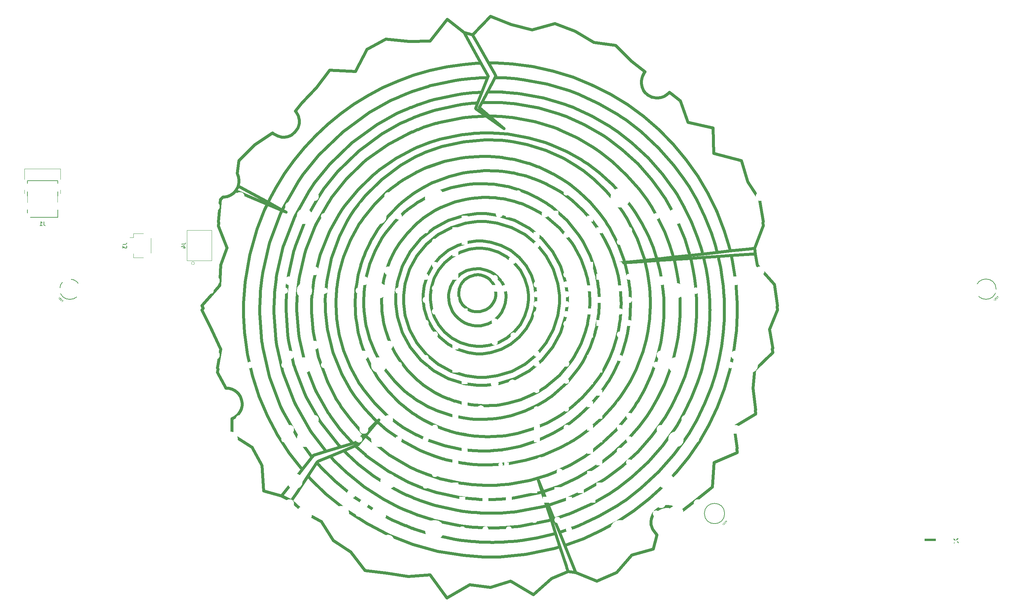
<source format=gbo>
G04 #@! TF.GenerationSoftware,KiCad,Pcbnew,5.1.7*
G04 #@! TF.CreationDate,2021-12-02T01:11:55+07:00*
G04 #@! TF.ProjectId,lumberjack,6c756d62-6572-46a6-9163-6b2e6b696361,1.5*
G04 #@! TF.SameCoordinates,Original*
G04 #@! TF.FileFunction,Legend,Bot*
G04 #@! TF.FilePolarity,Positive*
%FSLAX46Y46*%
G04 Gerber Fmt 4.6, Leading zero omitted, Abs format (unit mm)*
G04 Created by KiCad (PCBNEW 5.1.7) date 2021-12-02 01:11:55*
%MOMM*%
%LPD*%
G01*
G04 APERTURE LIST*
%ADD10C,0.150000*%
%ADD11C,0.100000*%
%ADD12C,0.120000*%
%ADD13C,0.800000*%
%ADD14C,0.300000*%
%ADD15C,0.250000*%
%ADD16C,0.010000*%
%ADD17C,0.500000*%
%ADD18C,0.160000*%
%ADD19C,2.286000*%
%ADD20C,3.987800*%
%ADD21C,1.701800*%
%ADD22C,1.100000*%
%ADD23O,1.100000X1.100000*%
%ADD24R,1.100000X1.100000*%
%ADD25O,0.850000X2.000000*%
%ADD26O,0.900000X1.700000*%
%ADD27O,0.900000X2.400000*%
%ADD28O,0.700000X1.000000*%
%ADD29O,0.700000X0.900000*%
%ADD30O,1.400000X1.400000*%
%ADD31C,1.400000*%
%ADD32C,1.710000*%
%ADD33R,1.600000X1.600000*%
%ADD34O,1.600000X1.600000*%
%ADD35C,5.000000*%
%ADD36O,11.600000X5.000000*%
%ADD37R,1.200000X1.200000*%
%ADD38C,1.200000*%
%ADD39C,1.600000*%
%ADD40R,1.700000X1.700000*%
%ADD41O,1.700000X1.700000*%
%ADD42R,1.800000X1.800000*%
%ADD43C,1.800000*%
%ADD44C,2.000000*%
%ADD45C,1.500000*%
%ADD46C,3.048000*%
%ADD47C,1.244600*%
G04 APERTURE END LIST*
D10*
X37713052Y-83003402D02*
G75*
G03*
X37713052Y-83003402I-2600933J0D01*
G01*
D11*
X33067584Y-86196956D02*
X33350427Y-85914114D01*
X33242677Y-85806364D01*
X33202271Y-85792895D01*
X33175334Y-85792895D01*
X33134928Y-85806364D01*
X33094521Y-85846770D01*
X33081053Y-85887176D01*
X33081053Y-85914114D01*
X33094521Y-85954520D01*
X33202271Y-86062269D01*
X33013709Y-85577396D02*
X32959834Y-85523521D01*
X32919428Y-85510053D01*
X32865554Y-85510053D01*
X32798210Y-85550459D01*
X32703929Y-85644740D01*
X32663523Y-85712083D01*
X32663523Y-85765958D01*
X32676992Y-85806364D01*
X32730866Y-85860239D01*
X32771273Y-85873708D01*
X32825147Y-85873708D01*
X32892491Y-85833301D01*
X32986772Y-85739021D01*
X33027178Y-85671677D01*
X33027178Y-85617802D01*
X33013709Y-85577396D01*
X32515367Y-85617802D02*
X32461492Y-85590865D01*
X32394149Y-85523521D01*
X32380680Y-85483115D01*
X32380680Y-85456178D01*
X32394149Y-85415772D01*
X32421086Y-85388834D01*
X32461492Y-85375366D01*
X32488430Y-85375366D01*
X32528836Y-85388834D01*
X32596179Y-85429240D01*
X32636586Y-85442709D01*
X32663523Y-85442709D01*
X32703929Y-85429240D01*
X32730867Y-85402303D01*
X32744335Y-85361897D01*
X32744335Y-85334959D01*
X32730866Y-85294553D01*
X32663523Y-85227210D01*
X32609648Y-85200272D01*
X32542305Y-85105992D02*
X32380680Y-84944367D01*
X32178650Y-85308022D02*
X32461492Y-85025179D01*
D10*
X272607489Y-82975932D02*
G75*
G03*
X272607489Y-82975932I-2600933J0D01*
G01*
D11*
X273200110Y-85020466D02*
X272917268Y-84737623D01*
X272809518Y-84845373D01*
X272796049Y-84885779D01*
X272796049Y-84912716D01*
X272809518Y-84953122D01*
X272849924Y-84993529D01*
X272890330Y-85006997D01*
X272917268Y-85006997D01*
X272957674Y-84993529D01*
X273065423Y-84885779D01*
X272580550Y-85074341D02*
X272526675Y-85128216D01*
X272513207Y-85168622D01*
X272513207Y-85222496D01*
X272553613Y-85289840D01*
X272647894Y-85384121D01*
X272715237Y-85424527D01*
X272769112Y-85424527D01*
X272809518Y-85411058D01*
X272863393Y-85357184D01*
X272876862Y-85316777D01*
X272876862Y-85262903D01*
X272836455Y-85195559D01*
X272742175Y-85101278D01*
X272674831Y-85060872D01*
X272620956Y-85060872D01*
X272580550Y-85074341D01*
X272620956Y-85572683D02*
X272594019Y-85626558D01*
X272526675Y-85693901D01*
X272486269Y-85707370D01*
X272459332Y-85707370D01*
X272418926Y-85693901D01*
X272391988Y-85666964D01*
X272378520Y-85626558D01*
X272378520Y-85599620D01*
X272391988Y-85559214D01*
X272432394Y-85491871D01*
X272445863Y-85451464D01*
X272445863Y-85424527D01*
X272432394Y-85384121D01*
X272405457Y-85357183D01*
X272365051Y-85343715D01*
X272338113Y-85343715D01*
X272297707Y-85357184D01*
X272230364Y-85424527D01*
X272203426Y-85478402D01*
X272109146Y-85545745D02*
X271947521Y-85707370D01*
X272311176Y-85909400D02*
X272028333Y-85626558D01*
X203594355Y-142538402D02*
X203311513Y-142255559D01*
X203203763Y-142363309D01*
X203190294Y-142403715D01*
X203190294Y-142430652D01*
X203203763Y-142471058D01*
X203244169Y-142511465D01*
X203284575Y-142524933D01*
X203311513Y-142524933D01*
X203351919Y-142511465D01*
X203459668Y-142403715D01*
X202974795Y-142592277D02*
X202920920Y-142646152D01*
X202907452Y-142686558D01*
X202907452Y-142740432D01*
X202947858Y-142807776D01*
X203042139Y-142902057D01*
X203109482Y-142942463D01*
X203163357Y-142942463D01*
X203203763Y-142928994D01*
X203257638Y-142875120D01*
X203271107Y-142834713D01*
X203271107Y-142780839D01*
X203230700Y-142713495D01*
X203136420Y-142619214D01*
X203069076Y-142578808D01*
X203015201Y-142578808D01*
X202974795Y-142592277D01*
X203015201Y-143090619D02*
X202988264Y-143144494D01*
X202920920Y-143211837D01*
X202880514Y-143225306D01*
X202853577Y-143225306D01*
X202813171Y-143211837D01*
X202786233Y-143184900D01*
X202772765Y-143144494D01*
X202772765Y-143117556D01*
X202786233Y-143077150D01*
X202826639Y-143009807D01*
X202840108Y-142969400D01*
X202840108Y-142942463D01*
X202826639Y-142902057D01*
X202799702Y-142875120D01*
X202759296Y-142861651D01*
X202732358Y-142861651D01*
X202691952Y-142875120D01*
X202624609Y-142942463D01*
X202597671Y-142996338D01*
X202503391Y-143063681D02*
X202341766Y-143225306D01*
X202705421Y-143427336D02*
X202422578Y-143144494D01*
D10*
X203001734Y-140493868D02*
G75*
G03*
X203001734Y-140493868I-2600933J0D01*
G01*
D11*
G36*
X262278000Y-147474000D02*
G01*
X261678000Y-146874000D01*
X261678000Y-147174000D01*
X262278000Y-147474000D01*
G37*
X262278000Y-147474000D02*
X261678000Y-146874000D01*
X261678000Y-147174000D01*
X262278000Y-147474000D01*
G36*
X262278000Y-147474000D02*
G01*
X261678000Y-148074000D01*
X261978000Y-148074000D01*
X262278000Y-147474000D01*
G37*
X262278000Y-147474000D02*
X261678000Y-148074000D01*
X261978000Y-148074000D01*
X262278000Y-147474000D01*
G36*
X262278000Y-147474000D02*
G01*
X262878000Y-148074000D01*
X262878000Y-147774000D01*
X262278000Y-147474000D01*
G37*
X262278000Y-147474000D02*
X262878000Y-148074000D01*
X262878000Y-147774000D01*
X262278000Y-147474000D01*
G36*
X262278000Y-147474000D02*
G01*
X262878000Y-146874000D01*
X262578000Y-146874000D01*
X262278000Y-147474000D01*
G37*
X262278000Y-147474000D02*
X262878000Y-146874000D01*
X262578000Y-146874000D01*
X262278000Y-147474000D01*
D12*
G36*
X254178000Y-147474000D02*
G01*
X257178000Y-147474000D01*
X257178000Y-146874000D01*
X254178000Y-146874000D01*
X254178000Y-147474000D01*
G37*
X254178000Y-147474000D02*
X257178000Y-147474000D01*
X257178000Y-146874000D01*
X254178000Y-146874000D01*
X254178000Y-147474000D01*
D13*
X146691575Y-86642326D02*
X146435375Y-87513725D01*
X146726375Y-86487325D02*
X146691575Y-86642326D01*
X136741575Y-87854525D02*
X136657975Y-87791525D01*
X136827175Y-87913125D02*
X136741575Y-87854525D01*
X137719175Y-88389325D02*
X136827175Y-87913125D01*
X137812375Y-88424125D02*
X137719175Y-88389325D01*
X137857975Y-88441525D02*
X137812375Y-88424125D01*
X138321375Y-88589126D02*
X137857975Y-88441525D01*
X138367974Y-88599925D02*
X138321375Y-88589126D01*
X138415775Y-88610725D02*
X138367974Y-88599925D01*
X138846574Y-88685725D02*
X138415775Y-88610725D01*
X138880175Y-88687925D02*
X138846574Y-88685725D01*
X138902975Y-88694325D02*
X138880175Y-88687925D01*
X139157975Y-88712925D02*
X138902975Y-88694325D01*
X139490975Y-88719325D02*
X139157975Y-88712925D01*
X139552975Y-88721525D02*
X139490975Y-88719325D01*
X139592975Y-88718125D02*
X139552975Y-88721525D01*
X139990175Y-88690125D02*
X139592975Y-88718125D01*
X140029175Y-88687925D02*
X139990175Y-88690125D01*
X140204974Y-88662925D02*
X140029175Y-88687925D01*
X141035175Y-88457925D02*
X140204974Y-88662925D01*
X141792375Y-88148526D02*
X141035175Y-88457925D01*
X141932375Y-88071525D02*
X141792375Y-88148526D01*
X142071375Y-87994525D02*
X141932375Y-88071525D01*
X142691775Y-87551725D02*
X142071375Y-87994525D01*
X143208575Y-87057126D02*
X142691775Y-87551725D01*
X143296375Y-86953925D02*
X143208575Y-87057126D01*
X143384374Y-86850725D02*
X143296375Y-86953925D01*
X143729375Y-86328925D02*
X143384374Y-86850725D01*
X143972375Y-85828725D02*
X143729375Y-86328925D01*
X144009374Y-85736525D02*
X143972375Y-85828725D01*
X144027775Y-85688725D02*
X144009374Y-85736525D01*
X144154575Y-85289325D02*
X144027775Y-85688725D01*
X144160975Y-85258925D02*
X144154575Y-85289325D01*
X144165375Y-85241525D02*
X144160975Y-85258925D01*
X144207775Y-85090725D02*
X144165375Y-85241525D01*
X144212175Y-85077925D02*
X144207775Y-85090725D01*
X144215374Y-85062725D02*
X144212175Y-85077925D01*
X144239375Y-84874925D02*
X144215374Y-85062725D01*
X144242375Y-84859525D02*
X144239375Y-84874925D01*
X144250175Y-84790125D02*
X144242375Y-84859525D01*
X144290175Y-84435325D02*
X144250175Y-84790125D01*
X144290175Y-84435325D02*
X144290175Y-84435325D01*
X144287975Y-84501525D02*
X144290175Y-84435325D01*
X144287975Y-84501525D02*
X144287975Y-84501525D01*
X144295775Y-84219525D02*
X144287975Y-84501525D01*
X144297974Y-84165125D02*
X144295775Y-84219525D01*
X140086575Y-70586725D02*
X140086575Y-70586725D01*
X140813775Y-70586725D02*
X140086575Y-70586725D01*
X142995775Y-70880725D02*
X140813775Y-70586725D01*
X145706375Y-71723725D02*
X142995775Y-70880725D01*
X148161775Y-73057325D02*
X145706375Y-71723725D01*
X150301575Y-74823925D02*
X148161775Y-73057325D01*
X152067975Y-76963726D02*
X150301575Y-74823925D01*
X153401575Y-79419325D02*
X152067975Y-76963726D01*
X154244575Y-82129525D02*
X153401575Y-79419325D01*
X154539975Y-84311726D02*
X154244575Y-82129525D01*
X154539975Y-85039926D02*
X154539975Y-84311726D01*
X154539975Y-85766725D02*
X154539975Y-85039926D01*
X154244575Y-87947925D02*
X154539975Y-85766725D01*
X153401575Y-90659326D02*
X154244575Y-87947925D01*
X152067975Y-93113725D02*
X153401575Y-90659326D01*
X150301575Y-95253525D02*
X152067975Y-93113725D01*
X148161775Y-97018925D02*
X150301575Y-95253525D01*
X145706375Y-98352725D02*
X148161775Y-97018925D01*
X142995775Y-99195725D02*
X145706375Y-98352725D01*
X140813775Y-99490725D02*
X142995775Y-99195725D01*
X140086575Y-99490725D02*
X140813775Y-99490725D01*
X139358575Y-99490725D02*
X140086575Y-99490725D01*
X137177775Y-99195725D02*
X139358575Y-99490725D01*
X134465975Y-98352725D02*
X137177775Y-99195725D01*
X132011575Y-97018925D02*
X134465975Y-98352725D01*
X129871775Y-95253525D02*
X132011575Y-97018925D01*
X128105375Y-93113725D02*
X129871775Y-95253525D01*
X126771775Y-90659326D02*
X128105375Y-93113725D01*
X125928775Y-87947925D02*
X126771775Y-90659326D01*
X125634575Y-85766725D02*
X125928775Y-87947925D01*
X125634575Y-85039926D02*
X125634575Y-85766725D01*
X125634575Y-84311726D02*
X125634575Y-85039926D01*
X125928775Y-82129525D02*
X125634575Y-84311726D01*
X126771775Y-79419325D02*
X125928775Y-82129525D01*
X128105375Y-76963726D02*
X126771775Y-79419325D01*
X129871775Y-74823925D02*
X128105375Y-76963726D01*
X132011575Y-73057325D02*
X129871775Y-74823925D01*
X134465975Y-71723725D02*
X132011575Y-73057325D01*
X137177775Y-70880725D02*
X134465975Y-71723725D01*
X139358575Y-70586725D02*
X137177775Y-70880725D01*
X140086575Y-70586725D02*
X139358575Y-70586725D01*
X140086575Y-97624525D02*
X140086575Y-97624525D01*
X140719375Y-97624525D02*
X140086575Y-97624525D01*
X142619375Y-97367325D02*
X140719375Y-97624525D01*
X144980375Y-96632725D02*
X142619375Y-97367325D01*
X147117974Y-95471725D02*
X144980375Y-96632725D01*
X148980975Y-93933125D02*
X147117974Y-95471725D01*
X150518575Y-92069925D02*
X148980975Y-93933125D01*
X151680775Y-89932325D02*
X150518575Y-92069925D01*
X152414175Y-87572326D02*
X151680775Y-89932325D01*
X152671375Y-85672325D02*
X152414175Y-87572326D01*
X152671375Y-85039926D02*
X152671375Y-85672325D01*
X152671375Y-84406325D02*
X152671375Y-85039926D01*
X152414175Y-82506325D02*
X152671375Y-84406325D01*
X151680775Y-80145125D02*
X152414175Y-82506325D01*
X150518575Y-78007325D02*
X151680775Y-80145125D01*
X148980975Y-76144325D02*
X150518575Y-78007325D01*
X147117974Y-74605725D02*
X148980975Y-76144325D01*
X144980375Y-73443725D02*
X147117974Y-74605725D01*
X142619375Y-72710125D02*
X144980375Y-73443725D01*
X140719375Y-72454125D02*
X142619375Y-72710125D01*
X140086575Y-72454125D02*
X140719375Y-72454125D01*
X139452975Y-72454125D02*
X140086575Y-72454125D01*
X137552975Y-72710125D02*
X139452975Y-72454125D01*
X135191775Y-73443725D02*
X137552975Y-72710125D01*
X133055375Y-74605725D02*
X135191775Y-73443725D01*
X131191375Y-76144325D02*
X133055375Y-74605725D01*
X129653775Y-78007325D02*
X131191375Y-76144325D01*
X128491575Y-80145125D02*
X129653775Y-78007325D01*
X127758175Y-82506325D02*
X128491575Y-80145125D01*
X127502175Y-84406325D02*
X127758175Y-82506325D01*
X127502175Y-85039926D02*
X127502175Y-84406325D01*
X127502175Y-85672325D02*
X127502175Y-85039926D01*
X127758175Y-87572326D02*
X127502175Y-85672325D01*
X128491575Y-89932325D02*
X127758175Y-87572326D01*
X129653775Y-92069925D02*
X128491575Y-89932325D01*
X131191375Y-93933125D02*
X129653775Y-92069925D01*
X133055375Y-95471725D02*
X131191375Y-93933125D01*
X135191775Y-96632725D02*
X133055375Y-95471725D01*
X137552975Y-97367325D02*
X135191775Y-96632725D01*
X139452975Y-97624525D02*
X137552975Y-97367325D01*
X140086575Y-97624525D02*
X139452975Y-97624525D01*
X140623775Y-63572925D02*
X140623775Y-63572925D01*
X141730374Y-63572925D02*
X140623775Y-63572925D01*
X145052975Y-64019925D02*
X141730374Y-63572925D01*
X149180775Y-65304525D02*
X145052975Y-64019925D01*
X152918775Y-67335925D02*
X149180775Y-65304525D01*
X156177174Y-70024525D02*
X152918775Y-67335925D01*
X158865975Y-73282125D02*
X156177174Y-70024525D01*
X160897175Y-77020125D02*
X158865975Y-73282125D01*
X162181774Y-81147725D02*
X160897175Y-77020125D01*
X162630175Y-84469125D02*
X162181774Y-81147725D01*
X162630175Y-85576726D02*
X162630175Y-84469125D01*
X162630175Y-86683725D02*
X162630175Y-85576726D01*
X162181774Y-90005125D02*
X162630175Y-86683725D01*
X160897175Y-94133725D02*
X162181774Y-90005125D01*
X158865975Y-97870725D02*
X160897175Y-94133725D01*
X156177174Y-101128125D02*
X158865975Y-97870725D01*
X152918775Y-103817125D02*
X156177174Y-101128125D01*
X149180775Y-105848125D02*
X152918775Y-103817125D01*
X145052975Y-107132925D02*
X149180775Y-105848125D01*
X141730374Y-107580925D02*
X145052975Y-107132925D01*
X140623775Y-107580925D02*
X141730374Y-107580925D01*
X139515975Y-107580925D02*
X140623775Y-107580925D01*
X136194575Y-107132925D02*
X139515975Y-107580925D01*
X132066775Y-105848125D02*
X136194575Y-107132925D01*
X128328775Y-103817125D02*
X132066775Y-105848125D01*
X125071575Y-101128125D02*
X128328775Y-103817125D01*
X122382775Y-97870725D02*
X125071575Y-101128125D01*
X120351575Y-94133725D02*
X122382775Y-97870725D01*
X119066775Y-90005125D02*
X120351575Y-94133725D01*
X118619575Y-86683725D02*
X119066775Y-90005125D01*
X118619575Y-85576726D02*
X118619575Y-86683725D01*
X118619575Y-84469125D02*
X118619575Y-85576726D01*
X119066775Y-81147725D02*
X118619575Y-84469125D01*
X120351575Y-77020125D02*
X119066775Y-81147725D01*
X122382775Y-73282125D02*
X120351575Y-77020125D01*
X125071575Y-70024525D02*
X122382775Y-73282125D01*
X128328775Y-67335925D02*
X125071575Y-70024525D01*
X132066775Y-65304525D02*
X128328775Y-67335925D01*
X136194575Y-64019925D02*
X132066775Y-65304525D01*
X139515975Y-63572925D02*
X136194575Y-64019925D01*
X140623775Y-63572925D02*
X139515975Y-63572925D01*
X140623775Y-105561725D02*
X140623775Y-105561725D01*
X85704175Y-61168125D02*
X85704175Y-61168125D01*
X80893975Y-59119525D02*
X85704175Y-61168125D01*
X77599775Y-57715725D02*
X80893975Y-59119525D01*
X77669175Y-57624525D02*
X77599775Y-57715725D01*
X78208375Y-56612125D02*
X77669175Y-57624525D01*
X78245375Y-56501525D02*
X78208375Y-56612125D01*
X81338775Y-58194125D02*
X78245375Y-56501525D01*
X85925375Y-60702925D02*
X81338775Y-58194125D01*
X89521375Y-62668925D02*
X85925375Y-60702925D01*
X90556575Y-63235326D02*
X89521375Y-62668925D01*
X89470375Y-62773126D02*
X90556575Y-63235326D01*
X85704175Y-61168125D02*
X89470375Y-62773126D01*
X164281575Y-154270525D02*
X164281575Y-154270525D01*
X164806775Y-155561725D02*
X164281575Y-154270525D01*
X162803775Y-155321925D02*
X164806775Y-155561725D01*
X162496575Y-154380125D02*
X162803775Y-155321925D01*
X162364375Y-153975326D02*
X162496575Y-154380125D01*
X160743175Y-149005725D02*
X162364375Y-153975326D01*
X159624375Y-145573726D02*
X160743175Y-149005725D01*
X158480775Y-142068925D02*
X159624375Y-145573726D01*
X157297975Y-138443725D02*
X158480775Y-142068925D01*
X156150175Y-134923725D02*
X157297975Y-138443725D01*
X155097775Y-131697925D02*
X156150175Y-134923725D01*
X156382375Y-134854325D02*
X155097775Y-131697925D01*
X157786375Y-138304925D02*
X156382375Y-134854325D01*
X159229575Y-141851725D02*
X157786375Y-138304925D01*
X160625975Y-145284125D02*
X159229575Y-141851725D01*
X161986574Y-148628125D02*
X160625975Y-145284125D01*
X163960375Y-153480525D02*
X161986574Y-148628125D01*
X164281575Y-154270525D02*
X163960375Y-153480525D01*
X209623575Y-72583126D02*
X209623575Y-72583126D01*
X210630375Y-72474925D02*
X209623575Y-72583126D01*
X210655175Y-72471525D02*
X210630375Y-72474925D01*
X210862375Y-73927725D02*
X210655175Y-72471525D01*
X210862375Y-73933125D02*
X210862375Y-73927725D01*
X209936775Y-73993725D02*
X210862375Y-73933125D01*
X204665775Y-74342125D02*
X209936775Y-73993725D01*
X201312975Y-74563525D02*
X204665775Y-74342125D01*
X197556375Y-74810925D02*
X201312975Y-74563525D01*
X194225175Y-75031325D02*
X197556375Y-74810925D01*
X189981575Y-75310925D02*
X194225175Y-75031325D01*
X185708575Y-75593125D02*
X189981575Y-75310925D01*
X182527175Y-75802725D02*
X185708575Y-75593125D01*
X177338175Y-76145325D02*
X182527175Y-75802725D01*
X176110975Y-76226725D02*
X177338175Y-76145325D01*
X177321775Y-76094525D02*
X176110975Y-76226725D01*
X182458775Y-75536725D02*
X177321775Y-76094525D01*
X185594575Y-75194925D02*
X182458775Y-75536725D01*
X189826375Y-74734925D02*
X185594575Y-75194925D01*
X194030975Y-74278125D02*
X189826375Y-74734925D01*
X197325175Y-73920125D02*
X194030975Y-74278125D01*
X201053575Y-73515325D02*
X197325175Y-73920125D01*
X204383575Y-73152925D02*
X201053575Y-73515325D01*
X209623575Y-72583126D02*
X204383575Y-73152925D01*
X137659375Y-19934525D02*
X137659375Y-19934525D01*
X136121775Y-17155725D02*
X137659375Y-19934525D01*
X138368975Y-17785125D02*
X136121775Y-17155725D01*
X138376575Y-17787325D02*
X138368975Y-17785125D01*
X139530175Y-19819525D02*
X138376575Y-17787325D01*
X142448774Y-24965925D02*
X139530175Y-19819525D01*
X144109175Y-27892325D02*
X142448774Y-24965925D01*
X144308775Y-28328725D02*
X144109175Y-27892325D01*
X144125375Y-28674925D02*
X144308775Y-28328725D01*
X144111375Y-28702925D02*
X144125375Y-28674925D01*
X142155974Y-32392325D02*
X144111375Y-28702925D01*
X140701775Y-35137325D02*
X142155974Y-32392325D01*
X140027175Y-36410125D02*
X140701775Y-35137325D01*
X142604175Y-38581525D02*
X140027175Y-36410125D01*
X146410374Y-41788925D02*
X142604175Y-38581525D01*
X141865175Y-38593525D02*
X146410374Y-41788925D01*
X139317375Y-36804125D02*
X141865175Y-38593525D01*
X139088575Y-36642325D02*
X139317375Y-36804125D01*
X139204574Y-36345125D02*
X139088575Y-36642325D01*
X139654975Y-35194925D02*
X139204574Y-36345125D01*
X140737775Y-32428125D02*
X139654975Y-35194925D01*
X142191775Y-28711725D02*
X140737775Y-32428125D01*
X142326375Y-28367725D02*
X142191775Y-28711725D01*
X140469575Y-25011525D02*
X142326375Y-28367725D01*
X137659375Y-19934525D02*
X140469575Y-25011525D01*
X93156375Y-135342725D02*
X93156375Y-135342725D01*
X92343575Y-136564325D02*
X93156375Y-135342725D01*
X91896575Y-137233725D02*
X92343575Y-136564325D01*
X89325975Y-135938126D02*
X91896575Y-137233725D01*
X90020375Y-135062725D02*
X89325975Y-135938126D01*
X91361575Y-133370925D02*
X90020375Y-135062725D01*
X94665775Y-129204325D02*
X91361575Y-133370925D01*
X97217775Y-125983725D02*
X94665775Y-129204325D01*
X97389375Y-125766725D02*
X97217775Y-125983725D01*
X97586575Y-125520325D02*
X97389375Y-125766725D01*
X97811375Y-125452125D02*
X97586575Y-125520325D01*
X100787775Y-124543925D02*
X97811375Y-125452125D01*
X104456375Y-123423126D02*
X100787775Y-124543925D01*
X107640975Y-122450925D02*
X104456375Y-123423126D01*
X108482975Y-122193725D02*
X107640975Y-122450925D01*
X110527175Y-120166725D02*
X108482975Y-122193725D01*
X113844375Y-116878926D02*
X110527175Y-120166725D01*
X114272974Y-116453725D02*
X113844375Y-116878926D01*
X113884375Y-116915925D02*
X114272974Y-116453725D01*
X110878775Y-120500925D02*
X113884375Y-116915925D01*
X108962775Y-122786325D02*
X110878775Y-120500925D01*
X108913775Y-122844925D02*
X108962775Y-122786325D01*
X108810775Y-122887125D02*
X108913775Y-122844925D01*
X108290975Y-123098725D02*
X108810775Y-122887125D01*
X105303775Y-124320325D02*
X108290975Y-123098725D01*
X101833775Y-125738725D02*
X105303775Y-124320325D01*
X98704375Y-127018925D02*
X101833775Y-125738725D01*
X98436375Y-127421525D02*
X98704375Y-127018925D01*
X96133775Y-130876525D02*
X98436375Y-127421525D01*
X93156375Y-135342725D02*
X96133775Y-130876525D01*
X146892175Y-84566725D02*
X146892175Y-84566725D01*
X146892175Y-84566725D02*
X146892175Y-84566725D01*
X146896575Y-84924925D02*
X146892175Y-84566725D01*
X146897775Y-84994325D02*
X146896575Y-84924925D01*
X146899975Y-85050726D02*
X146897775Y-84994325D01*
X146864175Y-85609525D02*
X146899975Y-85050726D01*
X146758775Y-86342925D02*
X146864175Y-85609525D01*
X146726375Y-86487325D02*
X146758775Y-86342925D01*
X146691575Y-86642326D02*
X146726375Y-86487325D01*
X146435375Y-87513725D02*
X146691575Y-86642326D01*
X146019974Y-88468725D02*
X146435375Y-87513725D01*
X145907175Y-88667125D02*
X146019974Y-88468725D01*
X145795175Y-88864525D02*
X145907175Y-88667125D01*
X145071575Y-89861725D02*
X145795175Y-88864525D01*
X144109175Y-90805925D02*
X145071575Y-89861725D01*
X143878975Y-90978525D02*
X144109175Y-90805925D01*
X143647975Y-91146525D02*
X143878975Y-90978525D01*
X142307975Y-91845325D02*
X143647975Y-91146525D01*
X140769375Y-92280325D02*
X142307975Y-91845325D01*
X140438174Y-92316325D02*
X140769375Y-92280325D01*
X140397175Y-92321725D02*
X140438174Y-92316325D01*
X139980375Y-92345725D02*
X140397175Y-92321725D01*
X139939175Y-92348725D02*
X139980375Y-92345725D01*
X139687375Y-92360725D02*
X139939175Y-92348725D01*
X139561575Y-92365125D02*
X139687375Y-92360725D01*
X139442175Y-92361725D02*
X139561575Y-92365125D01*
X139417175Y-92359525D02*
X139442175Y-92361725D01*
X139368575Y-92356525D02*
X139417175Y-92359525D01*
X139298975Y-92349925D02*
X139368575Y-92356525D01*
X138974575Y-92324925D02*
X139298975Y-92349925D01*
X138570775Y-92275125D02*
X138974575Y-92324925D01*
X138462375Y-92256526D02*
X138570775Y-92275125D01*
X138361575Y-92242725D02*
X138462375Y-92256526D01*
X137471575Y-92033125D02*
X138361575Y-92242725D01*
X137389375Y-92008125D02*
X137471575Y-92033125D01*
X137304575Y-91982125D02*
X137389375Y-92008125D01*
X136474575Y-91657725D02*
X137304575Y-91982125D01*
X136393175Y-91620726D02*
X136474575Y-91657725D01*
X136150175Y-91501525D02*
X136393175Y-91620726D01*
X135456775Y-91078125D02*
X136150175Y-91501525D01*
X134598575Y-90405325D02*
X135456775Y-91078125D01*
X133844375Y-89610126D02*
X134598575Y-90405325D01*
X133354975Y-88941725D02*
X133844375Y-89610126D01*
X133218175Y-88705125D02*
X133354975Y-88941725D01*
X133124975Y-88545725D02*
X133218175Y-88705125D01*
X132442375Y-86844325D02*
X133124975Y-88545725D01*
X132397975Y-86667325D02*
X132442375Y-86844325D01*
X132379375Y-86577325D02*
X132397975Y-86667325D01*
X132231775Y-85676725D02*
X132379375Y-86577325D01*
X132227775Y-85585725D02*
X132231775Y-85676725D01*
X132223175Y-85540126D02*
X132227775Y-85585725D01*
X132197175Y-85087725D02*
X132223175Y-85540126D01*
X132199375Y-85043125D02*
X132197175Y-85087725D01*
X132206775Y-84435325D02*
X132199375Y-85043125D01*
X132217775Y-84309525D02*
X132206775Y-84435325D01*
X132351375Y-83467725D02*
X132217775Y-84309525D01*
X132583575Y-82565925D02*
X132351375Y-83467725D01*
X132645175Y-82410725D02*
X132583575Y-82565925D01*
X132708175Y-82244525D02*
X132645175Y-82410725D01*
X133541574Y-80719125D02*
X132708175Y-82244525D01*
X133645775Y-80582325D02*
X133541574Y-80719125D01*
X133752175Y-80447925D02*
X133645775Y-80582325D01*
X134935975Y-79254325D02*
X133752175Y-80447925D01*
X135065975Y-79153126D02*
X134935975Y-79254325D01*
X135198575Y-79054525D02*
X135065975Y-79153126D01*
X136606775Y-78255925D02*
X135198575Y-79054525D01*
X136755375Y-78198525D02*
X136606775Y-78255925D01*
X137045175Y-78074925D02*
X136755375Y-78198525D01*
X138555775Y-77731725D02*
X137045175Y-78074925D01*
X140019375Y-77694925D02*
X138555775Y-77731725D01*
X140286375Y-77724326D02*
X140019375Y-77694925D01*
X140587975Y-77762325D02*
X140286375Y-77724326D01*
X141954175Y-78106325D02*
X140587975Y-77762325D01*
X143159575Y-78635725D02*
X141954175Y-78106325D01*
X143382175Y-78767125D02*
X143159575Y-78635725D01*
X143600175Y-78896325D02*
X143382175Y-78767125D01*
X144561575Y-79636325D02*
X143600175Y-78896325D01*
X145343775Y-80452125D02*
X144561575Y-79636325D01*
X145472975Y-80620325D02*
X145343775Y-80452125D01*
X145604375Y-80787325D02*
X145472975Y-80620325D01*
X146115375Y-81628525D02*
X145604375Y-80787325D01*
X146467975Y-82427125D02*
X146115375Y-81628525D01*
X146520174Y-82573525D02*
X146467975Y-82427125D01*
X146544975Y-82647325D02*
X146520174Y-82573525D01*
X146729575Y-83316725D02*
X146544975Y-82647325D01*
X146740375Y-83377725D02*
X146729575Y-83316725D01*
X146752375Y-83435925D02*
X146740375Y-83377725D01*
X146839175Y-83944925D02*
X146752375Y-83435925D01*
X146842375Y-83987325D02*
X146839175Y-83944925D01*
X146849975Y-84070925D02*
X146842375Y-83987325D01*
X151790175Y-102143725D02*
X148396375Y-103988525D01*
X154749375Y-99701325D02*
X151790175Y-102143725D01*
X157191775Y-96742325D02*
X154749375Y-99701325D01*
X159037375Y-93348125D02*
X157191775Y-96742325D01*
X160203775Y-89599326D02*
X159037375Y-93348125D01*
X160610775Y-86581725D02*
X160203775Y-89599326D01*
X160610775Y-85576726D02*
X160610775Y-86581725D01*
X160610775Y-84570925D02*
X160610775Y-85576726D01*
X160203775Y-81553525D02*
X160610775Y-84570925D01*
X159037375Y-77804525D02*
X160203775Y-81553525D01*
X157191775Y-74410325D02*
X159037375Y-77804525D01*
X154749375Y-71451525D02*
X157191775Y-74410325D01*
X151790175Y-69008925D02*
X154749375Y-71451525D01*
X148396375Y-67163125D02*
X151790175Y-69008925D01*
X141628574Y-105561725D02*
X140623775Y-105561725D01*
X144646375Y-105154925D02*
X141628574Y-105561725D01*
X148396375Y-103988525D02*
X144646375Y-105154925D01*
X119288975Y-71597925D02*
X119642975Y-71071725D01*
X118319175Y-73238725D02*
X119288975Y-71597925D01*
X118275775Y-73304925D02*
X118319175Y-73238725D01*
X117910175Y-74011325D02*
X118275775Y-73304925D01*
X117878575Y-74084925D02*
X117910175Y-74011325D01*
X117473775Y-74950925D02*
X117878575Y-74084925D01*
X117060374Y-75812325D02*
X117473775Y-74950925D01*
X117027975Y-75885125D02*
X117060374Y-75812325D01*
X116754375Y-76634925D02*
X117027975Y-75885125D01*
X116726375Y-76709925D02*
X116754375Y-76634925D01*
X146879375Y-84369325D02*
X146849975Y-84070925D01*
X146893175Y-84501525D02*
X146879375Y-84369325D01*
X144298975Y-84109925D02*
X144297974Y-84165125D01*
X144232775Y-83311326D02*
X144298975Y-84109925D01*
X144215374Y-83209325D02*
X144232775Y-83311326D01*
X144195775Y-83107325D02*
X144215374Y-83209325D01*
X144049375Y-82533125D02*
X144195775Y-83107325D01*
X143799975Y-81897325D02*
X144049375Y-82533125D01*
X143729375Y-81765125D02*
X143799975Y-81897325D01*
X143659975Y-81631526D02*
X143729375Y-81765125D01*
X143201775Y-80955725D02*
X143659975Y-81631526D01*
X142580175Y-80307925D02*
X143201775Y-80955725D01*
X142429375Y-80190725D02*
X142580175Y-80307925D01*
X142280774Y-80075725D02*
X142429375Y-80190725D01*
X141388775Y-79594925D02*
X142280774Y-80075725D01*
X140385175Y-79300926D02*
X141388775Y-79594925D01*
X140180975Y-79279326D02*
X140385175Y-79300926D01*
X140130175Y-79273725D02*
X140180975Y-79279326D01*
X139806775Y-79253125D02*
X140130175Y-79273725D01*
X139510375Y-79246525D02*
X139806775Y-79253125D01*
X139472775Y-79249925D02*
X139510375Y-79246525D01*
X139415175Y-79255325D02*
X139472775Y-79249925D01*
X138844375Y-79315926D02*
X139415175Y-79255325D01*
X138787975Y-79330125D02*
X138844375Y-79315926D01*
X138672974Y-79347725D02*
X138787975Y-79330125D01*
X137557375Y-79714325D02*
X138672974Y-79347725D01*
X137449975Y-79764325D02*
X137557375Y-79714325D01*
X137237375Y-79872725D02*
X137449975Y-79764325D01*
X136273775Y-80593125D02*
X137237375Y-79872725D01*
X135502375Y-81526325D02*
X136273775Y-80593125D01*
X135387375Y-81741326D02*
X135502375Y-81526325D01*
X135328775Y-81847725D02*
X135387375Y-81741326D01*
X134917375Y-82973725D02*
X135328775Y-81847725D01*
X134891375Y-83089925D02*
X134917375Y-82973725D01*
X134867375Y-83217925D02*
X134891375Y-83089925D01*
X134807975Y-83763725D02*
X134867375Y-83217925D01*
X134803575Y-84395325D02*
X134807975Y-83763725D01*
X134808775Y-84566725D02*
X134803575Y-84395325D01*
X134808775Y-84550325D02*
X134808775Y-84566725D01*
X134810975Y-84501525D02*
X134808775Y-84550325D01*
X134812175Y-84512325D02*
X134810975Y-84501525D01*
X134812175Y-84512325D02*
X134812175Y-84512325D01*
X134814375Y-84523525D02*
X134812175Y-84512325D01*
X134817775Y-84545125D02*
X134814375Y-84523525D01*
X134824175Y-84589525D02*
X134817775Y-84545125D01*
X134837175Y-84675125D02*
X134824175Y-84589525D01*
X134862175Y-84848725D02*
X134837175Y-84675125D01*
X134864375Y-84877126D02*
X134862175Y-84848725D01*
X134924975Y-85159325D02*
X134864375Y-84877126D01*
X134932775Y-85187325D02*
X134924975Y-85159325D01*
X134943575Y-85243725D02*
X134932775Y-85187325D01*
X135119375Y-85785125D02*
X134943575Y-85243725D01*
X135137775Y-85838525D02*
X135119375Y-85785125D01*
X135182175Y-85941525D02*
X135137775Y-85838525D01*
X135746375Y-86893125D02*
X135182175Y-85941525D01*
X135814975Y-86978725D02*
X135746375Y-86893125D01*
X135886375Y-87060125D02*
X135814975Y-86978725D01*
X136657975Y-87791525D02*
X135886375Y-87060125D01*
X146893175Y-84501525D02*
X146893175Y-84501525D01*
X146892175Y-84566725D02*
X146893175Y-84501525D01*
X144297974Y-84165125D02*
X144297974Y-84165125D01*
X116674175Y-76860725D02*
X116726375Y-76709925D01*
X116137175Y-78364525D02*
X116674175Y-76860725D01*
X116092775Y-78518525D02*
X116137175Y-78364525D01*
X115622775Y-80381526D02*
X116092775Y-78518525D01*
X115504375Y-80845925D02*
X115622775Y-80381526D01*
X115439375Y-81301725D02*
X115504375Y-80845925D01*
X115303775Y-82210925D02*
X115439375Y-81301725D01*
X144646375Y-65996725D02*
X148396375Y-67163125D01*
X141628574Y-65590925D02*
X144646375Y-65996725D01*
X140623775Y-65590925D02*
X141628574Y-65590925D01*
X139617974Y-65590925D02*
X140623775Y-65590925D01*
X136600375Y-65996725D02*
X139617974Y-65590925D01*
X132851575Y-67163125D02*
X136600375Y-65996725D01*
X129457375Y-69008925D02*
X132851575Y-67163125D01*
X126498575Y-71451525D02*
X129457375Y-69008925D01*
X124055975Y-74410325D02*
X126498575Y-71451525D01*
X122211375Y-77804525D02*
X124055975Y-74410325D01*
X121044975Y-81553525D02*
X122211375Y-77804525D01*
X120638975Y-84570925D02*
X121044975Y-81553525D01*
X120638975Y-85576726D02*
X120638975Y-84570925D01*
X120638975Y-86581725D02*
X120638975Y-85576726D01*
X121044975Y-89599326D02*
X120638975Y-86581725D01*
X122211375Y-93348125D02*
X121044975Y-89599326D01*
X124055975Y-96742325D02*
X122211375Y-93348125D01*
X126498575Y-99701325D02*
X124055975Y-96742325D01*
X129457375Y-102143725D02*
X126498575Y-99701325D01*
X132851575Y-103988525D02*
X129457375Y-102143725D01*
X136600375Y-105154925D02*
X132851575Y-103988525D01*
X139617974Y-105561725D02*
X136600375Y-105154925D01*
X140623775Y-105561725D02*
X139617974Y-105561725D01*
X170459975Y-81527325D02*
X170459975Y-81527325D01*
X170478575Y-81648925D02*
X170459975Y-81527325D01*
X170646575Y-82780725D02*
X170478575Y-81648925D01*
X170661775Y-82884925D02*
X170646575Y-82780725D01*
X170675975Y-82987925D02*
X170661775Y-82884925D01*
X170729175Y-83937325D02*
X170675975Y-82987925D01*
X170735375Y-84023126D02*
X170729175Y-83937325D01*
X170745375Y-84247725D02*
X170735375Y-84023126D01*
X170776775Y-84924925D02*
X170745375Y-84247725D01*
X170807175Y-85579125D02*
X170776775Y-84924925D01*
X170825775Y-85978525D02*
X170807175Y-85579125D01*
X170832175Y-86113925D02*
X170825775Y-85978525D01*
X170832175Y-86113925D02*
X170832175Y-86113925D01*
X170830975Y-86174925D02*
X170832175Y-86113925D01*
X170830975Y-86174925D02*
X170830975Y-86174925D01*
X170807175Y-86687125D02*
X170830975Y-86174925D01*
X170752975Y-87853525D02*
X170807175Y-86687125D01*
X170737775Y-88180925D02*
X170752975Y-87853525D01*
X170731375Y-88263525D02*
X170737775Y-88180925D01*
X170680175Y-89179325D02*
X170731375Y-88263525D01*
X170665975Y-89285725D02*
X170680175Y-89179325D01*
X170650975Y-89390925D02*
X170665975Y-89285725D01*
X170482775Y-90546525D02*
X170650975Y-89390925D01*
X170465374Y-90672325D02*
X170482775Y-90546525D01*
X170444975Y-90796326D02*
X170465374Y-90672325D01*
X170236575Y-92135125D02*
X170444975Y-90796326D01*
X170205975Y-92275125D02*
X170236575Y-92135125D01*
X170171375Y-92412925D02*
X170205975Y-92275125D01*
X169802374Y-93874525D02*
X170171375Y-92412925D01*
X169763175Y-94029525D02*
X169802374Y-93874525D01*
X169591775Y-94640325D02*
X169763175Y-94029525D01*
X168379975Y-98017325D02*
X169591775Y-94640325D01*
X166534175Y-101666325D02*
X168379975Y-98017325D01*
X166047175Y-102413925D02*
X166534175Y-101666325D01*
X165566375Y-103160325D02*
X166047175Y-102413925D01*
X162547774Y-106871525D02*
X165566375Y-103160325D01*
X158684975Y-110353525D02*
X162547774Y-106871525D01*
X157782175Y-110985925D02*
X158684975Y-110353525D01*
X157088775Y-111463525D02*
X157782175Y-110985925D01*
X154900175Y-112737325D02*
X157088775Y-111463525D01*
X151714375Y-114207725D02*
X154900175Y-112737325D01*
X148259375Y-115338125D02*
X151714375Y-114207725D01*
X145503175Y-115945925D02*
X148259375Y-115338125D01*
X144575775Y-116072925D02*
X145503175Y-115945925D01*
X144418175Y-116099925D02*
X144575775Y-116072925D01*
X142823175Y-116223725D02*
X144418175Y-116099925D01*
X142662775Y-116237726D02*
X142823175Y-116223725D01*
X141694975Y-116303925D02*
X142662775Y-116237726D01*
X141207775Y-116335326D02*
X141694975Y-116303925D01*
X141207775Y-116335326D02*
X141207775Y-116335326D01*
X141154375Y-116337725D02*
X141207775Y-116335326D01*
X141058775Y-116336525D02*
X141154375Y-116337725D01*
X141058775Y-116336525D02*
X141058775Y-116336525D01*
X141000375Y-116334325D02*
X141058775Y-116336525D01*
X140885175Y-116329926D02*
X141000375Y-116334325D01*
X140654175Y-116322325D02*
X140885175Y-116329926D01*
X140342775Y-116308125D02*
X140654175Y-116322325D01*
X138796575Y-116262725D02*
X140342775Y-116308125D01*
X137162375Y-116127125D02*
X138796575Y-116262725D01*
X136808775Y-116067325D02*
X137162375Y-116127125D01*
X136114375Y-115994525D02*
X136808775Y-116067325D01*
X132759375Y-115283925D02*
X136114375Y-115994525D01*
X129484575Y-114194525D02*
X132759375Y-115283925D01*
X128830175Y-113933125D02*
X129484575Y-114194525D01*
X128670775Y-113859325D02*
X128830175Y-113933125D01*
X127072375Y-113123526D02*
X128670775Y-113859325D01*
X126912975Y-113049925D02*
X127072375Y-113123526D01*
X126752375Y-112972725D02*
X126912975Y-113049925D01*
X125213775Y-112090725D02*
X126752375Y-112972725D01*
X125058575Y-112003726D02*
X125213775Y-112090725D01*
X124133975Y-111460125D02*
X125058575Y-112003726D01*
X123258175Y-110837325D02*
X124133975Y-111460125D01*
X123113975Y-110729925D02*
X123258175Y-110837325D01*
X121656775Y-109665325D02*
X123113975Y-110729925D01*
X121517975Y-109550325D02*
X121656775Y-109665325D01*
X120956775Y-109090325D02*
X121517975Y-109550325D01*
X118358175Y-106535125D02*
X120956775Y-109090325D01*
X116028575Y-103686725D02*
X118358175Y-106535125D01*
X115602175Y-103081325D02*
X116028575Y-103686725D01*
X115184375Y-102467125D02*
X115602175Y-103081325D01*
X113389575Y-99206525D02*
X115184375Y-102467125D01*
X111968174Y-95741725D02*
X113389575Y-99206525D01*
X111738175Y-95026725D02*
X111968174Y-95741725D01*
X111168575Y-92842725D02*
X111738175Y-95026725D01*
X111028575Y-92294526D02*
X111168575Y-92842725D01*
X110939575Y-91736725D02*
X111028575Y-92294526D01*
X110763775Y-90619325D02*
X110939575Y-91736725D01*
X110733575Y-90432725D02*
X110763775Y-90619325D01*
X110507775Y-88562925D02*
X110733575Y-90432725D01*
X110504375Y-88374325D02*
X110507775Y-88562925D01*
X110442775Y-87244525D02*
X110504375Y-88374325D01*
X110413174Y-86679325D02*
X110442775Y-87244525D01*
X110398975Y-86397325D02*
X110413174Y-86679325D01*
X110391575Y-86256325D02*
X110398975Y-86397325D01*
X110387374Y-86184525D02*
X110391575Y-86256325D01*
X110387374Y-86178125D02*
X110387374Y-86184525D01*
X110385175Y-86158525D02*
X110387374Y-86178125D01*
X110386375Y-86037125D02*
X110385175Y-86158525D01*
X110387374Y-85996725D02*
X110386375Y-86037125D01*
X110501375Y-83905925D02*
X110387374Y-85996725D01*
X110507775Y-83814925D02*
X110501375Y-83905925D01*
X110565175Y-82932725D02*
X110507775Y-83814925D01*
X110582775Y-82833725D02*
X110565175Y-82932725D01*
X110756375Y-81672925D02*
X110582775Y-82833725D01*
X110935175Y-80512926D02*
X110756375Y-81672925D01*
X111028575Y-79933525D02*
X110935175Y-80512926D01*
X111168575Y-79385325D02*
X111028575Y-79933525D01*
X111738175Y-77201325D02*
X111168575Y-79385325D01*
X111968174Y-76485126D02*
X111738175Y-77201325D01*
X113389575Y-73021525D02*
X111968174Y-76485126D01*
X115184375Y-69759925D02*
X113389575Y-73021525D01*
X115602175Y-69145725D02*
X115184375Y-69759925D01*
X116028575Y-68540125D02*
X115602175Y-69145725D01*
X118358175Y-65692125D02*
X116028575Y-68540125D01*
X120956775Y-63136525D02*
X118358175Y-65692125D01*
X121517975Y-62677725D02*
X120956775Y-63136525D01*
X121656775Y-62562725D02*
X121517975Y-62677725D01*
X123113975Y-61497125D02*
X121656775Y-62562725D01*
X123258175Y-61390725D02*
X123113975Y-61497125D01*
X124133975Y-60767925D02*
X123258175Y-61390725D01*
X125058575Y-60225325D02*
X124133975Y-60767925D01*
X125213775Y-60137325D02*
X125058575Y-60225325D01*
X126752375Y-59254325D02*
X125213775Y-60137325D01*
X126912975Y-59178125D02*
X126752375Y-59254325D01*
X127072375Y-59104525D02*
X126912975Y-59178125D01*
X128670775Y-58367725D02*
X127072375Y-59104525D01*
X128830175Y-58295125D02*
X128670775Y-58367725D01*
X129477975Y-58033525D02*
X128830175Y-58295125D01*
X132762375Y-56942925D02*
X129477975Y-58033525D01*
X136087175Y-56236525D02*
X132762375Y-56942925D01*
X136756575Y-56167125D02*
X136087175Y-56236525D01*
X137087775Y-56107725D02*
X136756575Y-56167125D01*
X138744375Y-55967725D02*
X137087775Y-56107725D01*
X140391575Y-55916525D02*
X138744375Y-55967725D01*
X140718175Y-55903525D02*
X140391575Y-55916525D01*
X140963575Y-55895925D02*
X140718175Y-55903525D01*
X141084975Y-55891525D02*
X140963575Y-55895925D01*
X141145775Y-55890325D02*
X141084975Y-55891525D01*
X141293175Y-55894925D02*
X141145775Y-55890325D01*
X141752375Y-55926325D02*
X141293175Y-55894925D01*
X142665975Y-55990325D02*
X141752375Y-55926325D01*
X142819975Y-56004525D02*
X142665975Y-55990325D01*
X143570775Y-56048925D02*
X142819975Y-56004525D01*
X144336775Y-56120725D02*
X143570775Y-56048925D01*
X144499575Y-56147725D02*
X144336775Y-56120725D01*
X144660175Y-56173725D02*
X144499575Y-56147725D01*
X146261775Y-56441725D02*
X144660175Y-56173725D01*
X146421375Y-56468726D02*
X146261775Y-56441725D01*
X146499375Y-56482925D02*
X146421375Y-56468726D01*
X147287175Y-56623925D02*
X146499375Y-56482925D01*
X147363175Y-56643525D02*
X147287175Y-56623925D01*
X148259375Y-56889925D02*
X147363175Y-56643525D01*
X148408175Y-56930925D02*
X148259375Y-56889925D01*
X149881575Y-57337925D02*
X148408175Y-56930925D01*
X150028175Y-57379325D02*
X149881575Y-57337925D01*
X150170175Y-57429125D02*
X150028175Y-57379325D01*
X151576575Y-57967325D02*
X150170175Y-57429125D01*
X151716575Y-58020325D02*
X151576575Y-57967325D01*
X152275175Y-58229925D02*
X151716575Y-58020325D01*
X154896775Y-59492925D02*
X152275175Y-58229925D01*
X157321775Y-60941525D02*
X154896775Y-59492925D01*
X157782175Y-61243125D02*
X157321775Y-60941525D01*
X158684975Y-61875725D02*
X157782175Y-61243125D01*
X162547774Y-65355726D02*
X158684975Y-61875725D01*
X165566375Y-69066525D02*
X162547774Y-65355726D01*
X166047175Y-69814125D02*
X165566375Y-69066525D01*
X166534175Y-70560725D02*
X166047175Y-69814125D01*
X168379975Y-74209925D02*
X166534175Y-70560725D01*
X169591775Y-77587725D02*
X168379975Y-74209925D01*
X169763175Y-78199525D02*
X169591775Y-77587725D01*
X169802374Y-78353725D02*
X169763175Y-78199525D01*
X170171375Y-79815125D02*
X169802374Y-78353725D01*
X170205975Y-79952925D02*
X170171375Y-79815125D01*
X170235375Y-80090725D02*
X170205975Y-79952925D01*
X170439375Y-81404925D02*
X170235375Y-80090725D01*
X170459975Y-81527325D02*
X170439375Y-81404925D01*
X168249575Y-89139325D02*
X168249575Y-89139325D01*
X168263775Y-89044925D02*
X168249575Y-89139325D01*
X168321375Y-88138725D02*
X168263775Y-89044925D01*
X168327775Y-88059525D02*
X168321375Y-88138725D01*
X168342975Y-87777325D02*
X168327775Y-88059525D01*
X168399375Y-86716325D02*
X168342975Y-87777325D01*
X168430975Y-86137926D02*
X168399375Y-86716325D01*
X168434175Y-86096725D02*
X168430975Y-86137926D01*
X168432975Y-86073925D02*
X168434175Y-86096725D01*
X168403775Y-85547725D02*
X168432975Y-86073925D01*
X168344175Y-84483125D02*
X168403775Y-85547725D01*
X168328775Y-84192325D02*
X168344175Y-84483125D01*
X168322375Y-84114325D02*
X168328775Y-84192325D01*
X168269375Y-83240725D02*
X168322375Y-84114325D01*
X168255175Y-83146325D02*
X168269375Y-83240725D01*
X168239975Y-83050926D02*
X168255175Y-83146325D01*
X168075975Y-82012325D02*
X168239975Y-83050926D01*
X168058775Y-81900725D02*
X168075975Y-82012325D01*
X168039175Y-81788925D02*
X168058775Y-81900725D01*
X167845975Y-80584525D02*
X168039175Y-81788925D01*
X167817975Y-80457725D02*
X167845975Y-80584525D01*
X167784175Y-80331725D02*
X167817975Y-80457725D01*
X167433775Y-78993725D02*
X167784175Y-80331725D01*
X167396775Y-78852725D02*
X167433775Y-78993725D01*
X167235175Y-78293925D02*
X167396775Y-78852725D01*
X166100175Y-75207926D02*
X167235175Y-78293925D01*
X164357375Y-71898526D02*
X166100175Y-75207926D01*
X163892175Y-71229125D02*
X164357375Y-71898526D01*
X163437375Y-70558525D02*
X163892175Y-71229125D01*
X160612975Y-67233725D02*
X163437375Y-70558525D01*
X157015975Y-64178125D02*
X160612975Y-67233725D01*
X156174975Y-63642325D02*
X157015975Y-64178125D01*
X155748575Y-63386325D02*
X156174975Y-63642325D01*
X153517775Y-62163125D02*
X155748575Y-63386325D01*
X151122975Y-61116326D02*
X153517775Y-62163125D01*
X150616375Y-60949125D02*
X151122975Y-61116326D01*
X150489375Y-60905725D02*
X150616375Y-60949125D01*
X149216575Y-60469525D02*
X150489375Y-60905725D01*
X149088575Y-60428125D02*
X149216575Y-60469525D01*
X148955975Y-60396725D02*
X149088575Y-60428125D01*
X147626775Y-60085325D02*
X148955975Y-60396725D01*
X147493575Y-60053925D02*
X147626775Y-60085325D01*
X146690375Y-59861725D02*
X147493575Y-60053925D01*
X146622175Y-59846725D02*
X146690375Y-59861725D01*
X145953775Y-59754525D02*
X146622175Y-59846725D01*
X145886375Y-59744525D02*
X145953775Y-59754525D01*
X145752975Y-59726325D02*
X145886375Y-59744525D01*
X144407375Y-59543925D02*
X145752975Y-59726325D01*
X144271775Y-59525325D02*
X144407375Y-59543925D01*
X144137375Y-59504925D02*
X144271775Y-59525325D01*
X143402775Y-59463726D02*
X144137375Y-59504925D01*
X142638775Y-59445125D02*
X143402775Y-59463726D01*
X142491375Y-59437725D02*
X142638775Y-59445125D01*
X141575375Y-59408125D02*
X142491375Y-59437725D01*
X141147975Y-59394325D02*
X141575375Y-59408125D01*
X141147975Y-59394325D02*
X141147975Y-59394325D01*
X141147975Y-59396325D02*
X141147975Y-59394325D01*
X141147975Y-59396325D02*
X141147975Y-59396325D01*
X141093575Y-59399525D02*
X141147975Y-59396325D01*
X140986375Y-59407325D02*
X141093575Y-59399525D01*
X140769375Y-59423525D02*
X140986375Y-59407325D01*
X140480374Y-59447326D02*
X140769375Y-59423525D01*
X139027775Y-59545125D02*
X140480374Y-59447326D01*
X137574974Y-59721725D02*
X139027775Y-59545125D01*
X137285975Y-59787125D02*
X137574974Y-59721725D01*
X136700175Y-59867325D02*
X137285975Y-59787125D01*
X133811775Y-60594325D02*
X136700175Y-59867325D01*
X130984175Y-61651325D02*
X133811775Y-60594325D01*
X130429575Y-61897325D02*
X130984175Y-61651325D01*
X130292975Y-61965725D02*
X130429575Y-61897325D01*
X128928975Y-62657125D02*
X130292975Y-61965725D01*
X128792175Y-62726525D02*
X128928975Y-62657125D01*
X128655375Y-62795925D02*
X128792175Y-62726525D01*
X127352375Y-63613925D02*
X128655375Y-62795925D01*
X127220975Y-63694325D02*
X127352375Y-63613925D01*
X126436575Y-64190125D02*
X127220975Y-63694325D01*
X125700775Y-64759925D02*
X126436575Y-64190125D01*
X125579375Y-64857725D02*
X125700775Y-64759925D01*
X124356575Y-65817925D02*
X125579375Y-64857725D01*
X124240375Y-65922125D02*
X124356575Y-65817925D01*
X123769375Y-66333126D02*
X124240375Y-65922125D01*
X121588575Y-68586725D02*
X123769375Y-66333126D01*
X119642975Y-71071725D02*
X121588575Y-68586725D01*
X202589975Y-82157925D02*
X202323975Y-79923725D01*
X202714575Y-83587925D02*
X202589975Y-82157925D01*
X202746375Y-84065325D02*
X202714575Y-83587925D01*
X202778775Y-84406325D02*
X202746375Y-84065325D01*
X202851575Y-85874325D02*
X202778775Y-84406325D01*
X202875375Y-87013525D02*
X202851575Y-85874325D01*
X202882975Y-87190325D02*
X202875375Y-87013525D01*
X202887375Y-87367325D02*
X202882975Y-87190325D01*
X202902375Y-87992325D02*
X202887375Y-87367325D01*
X202910175Y-88264525D02*
X202902375Y-87992325D01*
X202910175Y-88264525D02*
X202910175Y-88264525D01*
X202910175Y-88311326D02*
X202910175Y-88264525D01*
X202910175Y-88311326D02*
X202910175Y-88311326D01*
X202902375Y-88573925D02*
X202910175Y-88311326D01*
X202887375Y-89180326D02*
X202902375Y-88573925D01*
X202882975Y-89351725D02*
X202887375Y-89180326D01*
X202874375Y-89525325D02*
X202882975Y-89351725D01*
X202852775Y-90624525D02*
X202874375Y-89525325D01*
X202779975Y-92080925D02*
X202852775Y-90624525D01*
X202747375Y-92433525D02*
X202779975Y-92080925D01*
X202709375Y-93011725D02*
X202747375Y-92433525D01*
X202550975Y-94745726D02*
X202709375Y-93011725D01*
X202194975Y-97484525D02*
X202550975Y-94745726D01*
X201614375Y-100628925D02*
X202194975Y-97484525D01*
X200990375Y-103283125D02*
X201614375Y-100628925D01*
X200747375Y-104157725D02*
X200990375Y-103283125D01*
X200477375Y-105129925D02*
X200747375Y-104157725D01*
X199538775Y-108013925D02*
X200477375Y-105129925D01*
X197915375Y-112144925D02*
X199538775Y-108013925D01*
X195810375Y-116470926D02*
X197915375Y-112144925D01*
X193868175Y-119832725D02*
X195810375Y-116470926D01*
X193157375Y-120911325D02*
X193868175Y-119832725D01*
X192402175Y-122061325D02*
X193157375Y-120911325D01*
X189920775Y-125372925D02*
X192402175Y-122061325D01*
X186062175Y-129756525D02*
X189920775Y-125372925D01*
X181565775Y-133942925D02*
X186062175Y-129756525D01*
X177752775Y-136915925D02*
X181565775Y-133942925D01*
X176417975Y-137810125D02*
X177752775Y-136915925D01*
X143351575Y-32363925D02*
X143351575Y-32363925D01*
X142489175Y-32383525D02*
X143351575Y-32363925D01*
X142460775Y-32383525D02*
X142489175Y-32383525D01*
X142184175Y-32391325D02*
X142460775Y-32383525D01*
X142157175Y-32392325D02*
X142184175Y-32391325D01*
X144111375Y-28702925D02*
X142157175Y-32392325D01*
X144377175Y-28709525D02*
X144111375Y-28702925D01*
X144532175Y-28712925D02*
X144377175Y-28709525D01*
X146079574Y-28751725D02*
X144532175Y-28712925D01*
X146233575Y-28756325D02*
X146079574Y-28751725D01*
X146551575Y-28780125D02*
X146233575Y-28756325D01*
X149747175Y-29032925D02*
X146551575Y-28780125D01*
X150058574Y-29072925D02*
X149747175Y-29032925D01*
X151305175Y-29218525D02*
X150058574Y-29072925D01*
X157375175Y-30363125D02*
X151305175Y-29218525D01*
X163161775Y-32058125D02*
X157375175Y-30363125D01*
X164267375Y-32480125D02*
X163161775Y-32058125D01*
X165373175Y-32898925D02*
X164267375Y-32480125D01*
X170632375Y-35315325D02*
X165373175Y-32898925D01*
X175504375Y-38110725D02*
X170632375Y-35315325D01*
X176417975Y-38719325D02*
X175504375Y-38110725D01*
X177752775Y-39612325D02*
X176417975Y-38719325D01*
X181565775Y-42585325D02*
X177752775Y-39612325D01*
X186062175Y-46770325D02*
X181565775Y-42585325D01*
X189920775Y-51155325D02*
X186062175Y-46770325D01*
X192401375Y-54465725D02*
X189920775Y-51155325D01*
X193157375Y-55617125D02*
X192401375Y-54465725D01*
X193868175Y-56694525D02*
X193157375Y-55617125D01*
X195810375Y-60055925D02*
X193868175Y-56694525D01*
X197915375Y-64382325D02*
X195810375Y-60055925D01*
X199538775Y-68514325D02*
X197915375Y-64382325D01*
X200477375Y-71397325D02*
X199538775Y-68514325D01*
X200747375Y-72370725D02*
X200477375Y-71397325D01*
X200774575Y-72467125D02*
X200747375Y-72370725D01*
X201028575Y-73420925D02*
X200774575Y-72467125D01*
X201053575Y-73515325D02*
X201028575Y-73420925D01*
X197325175Y-73921326D02*
X201053575Y-73515325D01*
X197312175Y-73873525D02*
X197325175Y-73921326D01*
X197186375Y-73404525D02*
X197312175Y-73873525D01*
X197173175Y-73357925D02*
X197186375Y-73404525D01*
X196920375Y-72445325D02*
X197173175Y-73357925D01*
X196041575Y-69742725D02*
X196920375Y-72445325D01*
X194522375Y-65868725D02*
X196041575Y-69742725D01*
X192550975Y-61812925D02*
X194522375Y-65868725D01*
X190730175Y-58658525D02*
X192550975Y-61812925D01*
X190062975Y-57648525D02*
X190730175Y-58658525D01*
X189354375Y-56568725D02*
X190062975Y-57648525D01*
X187028975Y-53460925D02*
X189354375Y-56568725D01*
X183410175Y-49346525D02*
X187028975Y-53460925D01*
X179192775Y-45416325D02*
X183410175Y-49346525D01*
X175616375Y-42625326D02*
X179192775Y-45416325D01*
X174364175Y-41786725D02*
X175616375Y-42625326D01*
X173507975Y-41215925D02*
X174364175Y-41786725D01*
X168938775Y-38593525D02*
X173507975Y-41215925D01*
X164007175Y-36323525D02*
X168938775Y-38593525D01*
X162969575Y-35930725D02*
X164007175Y-36323525D01*
X161933574Y-35534525D02*
X162969575Y-35930725D01*
X156509374Y-33944125D02*
X161933574Y-35534525D01*
X150815775Y-32869525D02*
X156509374Y-33944125D01*
X149646375Y-32731725D02*
X150815775Y-32869525D01*
X149353175Y-32694125D02*
X149646375Y-32731725D01*
X146436575Y-32459525D02*
X149353175Y-32694125D01*
X146141375Y-32435725D02*
X146436575Y-32459525D01*
X145986375Y-32431325D02*
X146141375Y-32435725D01*
X144439975Y-32391325D02*
X145986375Y-32431325D01*
X144284975Y-32387925D02*
X144439975Y-32391325D01*
X143351575Y-32363925D02*
X144284975Y-32387925D01*
X79603775Y-88264525D02*
X79603775Y-88264525D01*
X79603775Y-89709925D02*
X79603775Y-88264525D01*
X79865375Y-94048125D02*
X79603775Y-89709925D01*
X80636775Y-99688125D02*
X79865375Y-94048125D01*
X81893175Y-105159325D02*
X80636775Y-99688125D01*
X83614374Y-110440125D02*
X81893175Y-105159325D01*
X85773575Y-115508525D02*
X83614374Y-110440125D01*
X88351575Y-120340325D02*
X85773575Y-115508525D01*
X91322775Y-124912925D02*
X88351575Y-120340325D01*
X93785775Y-128169325D02*
X91322775Y-124912925D01*
X94665775Y-129204325D02*
X93785775Y-128169325D01*
X91361575Y-133370925D02*
X94665775Y-129204325D01*
X90020375Y-135063725D02*
X91361575Y-133370925D01*
X89325975Y-135938126D02*
X90020375Y-135063725D01*
X84767775Y-134627725D02*
X89325975Y-135938126D01*
X84339175Y-128187725D02*
X84767775Y-134627725D01*
X81843575Y-123509926D02*
X84339175Y-128187725D01*
X76624175Y-120180925D02*
X81843575Y-123509926D01*
X76641575Y-119118525D02*
X76624175Y-120180925D01*
X76623175Y-119106725D02*
X76641575Y-119118525D01*
X76671975Y-116163925D02*
X76623175Y-119106725D01*
X76895575Y-116074925D02*
X76671975Y-116163925D01*
X77524775Y-115698525D02*
X76895575Y-116074925D01*
X78238775Y-115049525D02*
X77524775Y-115698525D01*
X78781375Y-114248725D02*
X78238775Y-115049525D01*
X79067775Y-113563925D02*
X78781375Y-114248725D01*
X79124175Y-113327725D02*
X79067775Y-113563925D01*
X79141575Y-113251525D02*
X79124175Y-113327725D01*
X79239175Y-112618925D02*
X79141575Y-113251525D01*
X79239175Y-112383525D02*
X79239175Y-112618925D01*
X79239175Y-112143725D02*
X79239175Y-112383525D01*
X79125375Y-111426525D02*
X79239175Y-112143725D01*
X78801975Y-110552125D02*
X79125375Y-111426525D01*
X78297375Y-109784925D02*
X78801975Y-110552125D01*
X77817775Y-109290125D02*
X78297375Y-109784925D01*
X77637775Y-109152325D02*
X77817775Y-109290125D01*
X77493375Y-109041525D02*
X77637775Y-109152325D01*
X76692574Y-108609525D02*
X77493375Y-109041525D01*
X75799575Y-108357925D02*
X76692574Y-108609525D01*
X75609775Y-108337325D02*
X75799575Y-108357925D01*
X75572775Y-108332925D02*
X75609775Y-108337325D01*
X75278775Y-108312325D02*
X75572775Y-108332925D01*
X75169175Y-108312325D02*
X75278775Y-108312325D01*
X75161575Y-108312325D02*
X75169175Y-108312325D01*
X75140975Y-108314525D02*
X75161575Y-108312325D01*
X75132175Y-108314525D02*
X75140975Y-108314525D01*
X72935015Y-104232725D02*
X75132175Y-108314525D01*
X73071735Y-103412325D02*
X72935015Y-104232725D01*
X72935015Y-103157325D02*
X73071735Y-103412325D01*
X73734775Y-98382925D02*
X72935015Y-103157325D01*
X71542875Y-93610725D02*
X73734775Y-98382925D01*
X68975595Y-88264525D02*
X71542875Y-93610725D01*
X69308715Y-87883725D02*
X68975595Y-88264525D01*
X68975595Y-87189325D02*
X69308715Y-87883725D01*
X73529575Y-81989525D02*
X68975595Y-87189325D01*
X73742375Y-76763925D02*
X73529575Y-81989525D01*
X75341775Y-72369525D02*
X73742375Y-76763925D01*
X73163955Y-66753125D02*
X75341775Y-72369525D01*
X73242075Y-65879525D02*
X73163955Y-66753125D01*
X73163955Y-65678925D02*
X73242075Y-65879525D01*
X73669575Y-60015925D02*
X73163955Y-65678925D01*
X74332575Y-59303125D02*
X73669575Y-60015925D01*
X74340175Y-59303125D02*
X74332575Y-59303125D01*
X74366175Y-59305126D02*
X74340175Y-59303125D01*
X74378175Y-59305126D02*
X74366175Y-59305126D01*
X74615775Y-59305126D02*
X74378175Y-59305126D01*
X75329775Y-59192325D02*
X74615775Y-59305126D01*
X76202175Y-58871325D02*
X75329775Y-59192325D01*
X76965975Y-58369925D02*
X76202175Y-58871325D01*
X77460775Y-57894525D02*
X76965975Y-58369925D01*
X77599775Y-57715725D02*
X77460775Y-57894525D01*
X80895175Y-59119525D02*
X77599775Y-57715725D01*
X85702975Y-61168125D02*
X80895175Y-59119525D01*
X84968575Y-62712325D02*
X85702975Y-61168125D01*
X83100975Y-67506325D02*
X84968575Y-62712325D01*
X81186775Y-74164325D02*
X83100975Y-67506325D01*
X80006375Y-81097725D02*
X81186775Y-74164325D01*
X79603775Y-86472125D02*
X80006375Y-81097725D01*
X79603775Y-88264525D02*
X79603775Y-86472125D01*
X78245375Y-56501525D02*
X78245375Y-56501525D01*
X78277975Y-56401525D02*
X78245375Y-56501525D01*
X78449375Y-55550926D02*
X78277975Y-56401525D01*
X78449375Y-55233925D02*
X78449375Y-55550926D01*
X78449375Y-54983525D02*
X78449375Y-55233925D01*
X78324575Y-54233725D02*
X78449375Y-54983525D01*
X78047775Y-53465325D02*
X78324575Y-54233725D01*
X77971975Y-53323125D02*
X78047775Y-53465325D01*
X78447175Y-49972725D02*
X77971975Y-53323125D01*
X82457775Y-45976325D02*
X78447175Y-49972725D01*
X87033175Y-42859925D02*
X82457775Y-45976325D01*
X87215775Y-43034525D02*
X87033175Y-42859925D01*
X88304975Y-43690125D02*
X87215775Y-43034525D01*
X89463775Y-43994925D02*
X88304975Y-43690125D01*
X89850175Y-43994925D02*
X89463775Y-43994925D01*
X90049975Y-43994925D02*
X89850175Y-43994925D01*
X90652175Y-43914525D02*
X90049975Y-43994925D01*
X90722775Y-43899325D02*
X90652175Y-43914525D01*
X91023975Y-43833126D02*
X90722775Y-43899325D01*
X91890175Y-43444925D02*
X91023975Y-43833126D01*
X92849375Y-42672125D02*
X91890175Y-43444925D01*
X93535175Y-41645725D02*
X92849375Y-42672125D01*
X93846575Y-40739525D02*
X93535175Y-41645725D01*
X93885375Y-40430325D02*
X93846575Y-40739525D01*
X93889975Y-40388125D02*
X93885375Y-40430325D01*
X93920175Y-40050725D02*
X93889975Y-40388125D01*
X93920175Y-39924925D02*
X93920175Y-40050725D01*
X93920175Y-39564525D02*
X93920175Y-39924925D01*
X93657775Y-38487125D02*
X93920175Y-39564525D01*
X93089175Y-37454125D02*
X93657775Y-38487125D01*
X92935975Y-37276325D02*
X93089175Y-37454125D01*
X94620175Y-35145125D02*
X92935975Y-37276325D01*
X98330975Y-31286525D02*
X94620175Y-35145125D01*
X101735975Y-26796525D02*
X98330975Y-31286525D01*
X108265975Y-27168725D02*
X101735975Y-26796525D01*
X111277175Y-21498125D02*
X108265975Y-27168725D01*
X116075175Y-18813725D02*
X111277175Y-21498125D01*
X122010375Y-19432125D02*
X116075175Y-18813725D01*
X127423975Y-19346525D02*
X122010375Y-19432125D01*
X131848775Y-13803925D02*
X127423975Y-19346525D01*
X136121775Y-17156725D02*
X131848775Y-13803925D01*
X137659375Y-19934525D02*
X136121775Y-17156725D01*
X140469575Y-25011525D02*
X137659375Y-19934525D01*
X139353175Y-25053925D02*
X140469575Y-25011525D01*
X136011375Y-25338125D02*
X139353175Y-25053925D01*
X131642775Y-25968725D02*
X136011375Y-25338125D01*
X127376375Y-26892125D02*
X131642775Y-25968725D01*
X123219375Y-28098725D02*
X127376375Y-26892125D01*
X119185975Y-29576525D02*
X123219375Y-28098725D01*
X115283975Y-31314925D02*
X119185975Y-29576525D01*
X111526575Y-33303725D02*
X115283975Y-31314925D01*
X107922175Y-35532325D02*
X111526575Y-33303725D01*
X104483575Y-37988925D02*
X107922175Y-35532325D01*
X101219575Y-40664925D02*
X104483575Y-37988925D01*
X98142175Y-43547925D02*
X101219575Y-40664925D01*
X95262375Y-46628525D02*
X98142175Y-43547925D01*
X92589975Y-49894325D02*
X95262375Y-46628525D01*
X90135375Y-53335125D02*
X92589975Y-49894325D01*
X87910175Y-56942125D02*
X90135375Y-53335125D01*
X86388775Y-59746725D02*
X87910175Y-56942125D01*
X85925375Y-60702925D02*
X86388775Y-59746725D01*
X81338775Y-58194125D02*
X85925375Y-60702925D01*
X78245375Y-56501525D02*
X81338775Y-58194125D01*
X139528975Y-19819525D02*
X139528975Y-19819525D01*
X138376575Y-17787325D02*
X139528975Y-19819525D01*
X138368975Y-17785125D02*
X138376575Y-17787325D01*
X142907975Y-12984525D02*
X138368975Y-17785125D01*
X148305975Y-15140725D02*
X142907975Y-12984525D01*
X153560975Y-16497125D02*
X148305975Y-15140725D01*
X159419375Y-14832725D02*
X153560975Y-16497125D01*
X164613575Y-16812925D02*
X159419375Y-14832725D01*
X169406375Y-19663125D02*
X164613575Y-16812925D01*
X175057375Y-20428125D02*
X169406375Y-19663125D01*
X179098175Y-24500325D02*
X175057375Y-20428125D01*
X182576775Y-27234925D02*
X179098175Y-24500325D01*
X182423975Y-27412925D02*
X182576775Y-27234925D01*
X181854375Y-28447125D02*
X182423975Y-27412925D01*
X181591575Y-29525325D02*
X181854375Y-28447125D01*
X181591575Y-29885725D02*
X181591575Y-29525325D01*
X181591575Y-30203725D02*
X181591575Y-29885725D01*
X181796775Y-31158525D02*
X181591575Y-30203725D01*
X182244975Y-32098125D02*
X181796775Y-31158525D01*
X182366575Y-32266525D02*
X182244975Y-32098125D01*
X182490175Y-32436725D02*
X182366575Y-32266525D01*
X183249575Y-33159325D02*
X182490175Y-32436725D01*
X184170975Y-33675925D02*
X183249575Y-33159325D01*
X184374975Y-33744325D02*
X184170975Y-33675925D01*
X184475774Y-33777925D02*
X184374975Y-33744325D01*
X185340775Y-33955925D02*
X184475774Y-33777925D01*
X185662975Y-33955925D02*
X185340775Y-33955925D01*
X185890775Y-33955925D02*
X185662975Y-33955925D01*
X186577775Y-33851725D02*
X185890775Y-33955925D01*
X187420775Y-33556525D02*
X186577775Y-33851725D01*
X188167175Y-33093125D02*
X187420775Y-33556525D01*
X188655375Y-32650325D02*
X188167175Y-33093125D01*
X188794375Y-32484525D02*
X188655375Y-32650325D01*
X191625375Y-34685925D02*
X188794375Y-32484525D01*
X193551375Y-40202725D02*
X191625375Y-34685925D01*
X200017175Y-41648925D02*
X193551375Y-40202725D01*
X200205975Y-48134525D02*
X200017175Y-41648925D01*
X207300175Y-50013725D02*
X200205975Y-48134525D01*
X208869375Y-55428125D02*
X207300175Y-50013725D01*
X211912975Y-60109325D02*
X208869375Y-55428125D01*
X212872175Y-65611525D02*
X211912975Y-60109325D01*
X212742975Y-65947125D02*
X212872175Y-65611525D01*
X212872175Y-66685925D02*
X212742975Y-65947125D01*
X210655175Y-72471525D02*
X212872175Y-66685925D01*
X210630375Y-72473725D02*
X210655175Y-72471525D01*
X209623575Y-72583126D02*
X210630375Y-72473725D01*
X204383575Y-73152925D02*
X209623575Y-72583126D01*
X204066775Y-71864925D02*
X204383575Y-73152925D01*
X202898975Y-68057325D02*
X204066775Y-71864925D01*
X201009175Y-63148526D02*
X202898975Y-68057325D01*
X198732375Y-58443725D02*
X201009175Y-63148526D01*
X196088175Y-53964525D02*
X198732375Y-58443725D01*
X193096575Y-49730726D02*
X196088175Y-53964525D01*
X189777375Y-45761525D02*
X193096575Y-49730726D01*
X186150175Y-42075325D02*
X189777375Y-45761525D01*
X182235175Y-38694325D02*
X186150175Y-42075325D01*
X178050975Y-35636525D02*
X182235175Y-38694325D01*
X173618575Y-32922925D02*
X178050975Y-35636525D01*
X168958175Y-30571525D02*
X173618575Y-32922925D01*
X164087375Y-28604325D02*
X168958175Y-30571525D01*
X159026575Y-27039525D02*
X164087375Y-28604325D01*
X153797774Y-25897125D02*
X159026575Y-27039525D01*
X148417975Y-25198125D02*
X153797774Y-25897125D01*
X144284975Y-24960725D02*
X148417975Y-25198125D01*
X142907975Y-24960725D02*
X144284975Y-24960725D01*
X142802775Y-24960725D02*
X142907975Y-24960725D01*
X142486774Y-24964925D02*
X142802775Y-24960725D01*
X142448774Y-24965925D02*
X142486774Y-24964925D01*
X139528975Y-19819525D02*
X142448774Y-24965925D01*
X216393175Y-87465925D02*
X216393175Y-87465925D01*
X216502775Y-88264525D02*
X216393175Y-87465925D01*
X214509375Y-93292925D02*
X216502775Y-88264525D01*
X215345974Y-98105125D02*
X214509375Y-93292925D01*
X215186575Y-98260325D02*
X215345974Y-98105125D01*
X215345974Y-99180325D02*
X215186575Y-98260325D01*
X210638975Y-103721525D02*
X215345974Y-99180325D01*
X210230975Y-108369925D02*
X210638975Y-103721525D01*
X210944975Y-113889526D02*
X210230975Y-108369925D01*
X210815775Y-113965725D02*
X210944975Y-113889526D01*
X210944975Y-114964925D02*
X210815775Y-113965725D01*
X205443775Y-118224525D02*
X210944975Y-114964925D01*
X206204375Y-123731325D02*
X205443775Y-118224525D01*
X206063175Y-123792125D02*
X206204375Y-123731325D01*
X206204375Y-124806525D02*
X206063175Y-123792125D01*
X200267975Y-127365125D02*
X206204375Y-124806525D01*
X199864375Y-133685725D02*
X200267975Y-127365125D01*
X195542375Y-137103725D02*
X199864375Y-133685725D01*
X191428975Y-140298125D02*
X195542375Y-137103725D01*
X191380175Y-140232925D02*
X191428975Y-140298125D01*
X190833175Y-139643725D02*
X191380175Y-140232925D01*
X190772375Y-139591725D02*
X190833175Y-139643725D01*
X190658575Y-139495125D02*
X190772375Y-139591725D01*
X190027175Y-139092725D02*
X190658575Y-139495125D01*
X189327175Y-138805125D02*
X190027175Y-139092725D01*
X189178575Y-138767125D02*
X189327175Y-138805125D01*
X189095975Y-138745325D02*
X189178575Y-138767125D01*
X188404975Y-138630325D02*
X189095975Y-138745325D01*
X188147775Y-138630325D02*
X188404975Y-138630325D01*
X187941575Y-138630325D02*
X188147775Y-138630325D01*
X187326375Y-138712925D02*
X187941575Y-138630325D01*
X186562375Y-138949325D02*
X187326375Y-138712925D01*
X185871375Y-139324925D02*
X186562375Y-138949325D01*
X185268975Y-139821725D02*
X185871375Y-139324925D01*
X184770975Y-140423925D02*
X185268975Y-139821725D01*
X184395375Y-141115125D02*
X184770975Y-140423925D01*
X184158975Y-141878925D02*
X184395375Y-141115125D01*
X184076575Y-142494325D02*
X184158975Y-141878925D01*
X184076575Y-142700325D02*
X184076575Y-142494325D01*
X184076575Y-142768725D02*
X184076575Y-142700325D01*
X184089575Y-142975925D02*
X184076575Y-142768725D01*
X184091575Y-143000925D02*
X184089575Y-142975925D01*
X184111375Y-143270125D02*
X184091575Y-143000925D01*
X184502975Y-144505925D02*
X184111375Y-143270125D01*
X185232174Y-145545325D02*
X184502975Y-144505925D01*
X185420975Y-145715725D02*
X185232174Y-145545325D01*
X185438174Y-145732125D02*
X185420975Y-145715725D01*
X185625975Y-145891525D02*
X185438174Y-145732125D01*
X185645375Y-145906725D02*
X185625975Y-145891525D01*
X184711375Y-149581925D02*
X185645375Y-145906725D01*
X179181775Y-151103125D02*
X184711375Y-149581925D01*
X175305975Y-155542125D02*
X179181775Y-151103125D01*
X170187775Y-157775305D02*
X175305975Y-155542125D01*
X164806775Y-155561725D02*
X170187775Y-157775305D01*
X164281575Y-154270525D02*
X164806775Y-155561725D01*
X163960375Y-153480525D02*
X164281575Y-154270525D01*
X161986574Y-148628125D02*
X163960375Y-153480525D01*
X163180175Y-148249525D02*
X161986574Y-148628125D01*
X166703575Y-146923525D02*
X163180175Y-148249525D01*
X171239175Y-144864125D02*
X166703575Y-146923525D01*
X175578175Y-142465925D02*
X171239175Y-144864125D01*
X179700375Y-139746725D02*
X175578175Y-142465925D01*
X183591575Y-136723725D02*
X179700375Y-139746725D01*
X187234175Y-133414325D02*
X183591575Y-136723725D01*
X190609575Y-129833725D02*
X187234175Y-133414325D01*
X193703175Y-126001325D02*
X190609575Y-129833725D01*
X196495175Y-121930925D02*
X193703175Y-126001325D01*
X198971375Y-117642925D02*
X196495175Y-121930925D01*
X201112175Y-113152925D02*
X198971375Y-117642925D01*
X202902375Y-108477325D02*
X201112175Y-113152925D01*
X204324975Y-103633525D02*
X202902375Y-108477325D01*
X205361375Y-98638925D02*
X204324975Y-103633525D01*
X205995975Y-93509925D02*
X205361375Y-98638925D01*
X206211775Y-89575325D02*
X205995975Y-93509925D01*
X206211775Y-88264525D02*
X206211775Y-89575325D01*
X206211775Y-86495926D02*
X206211775Y-88264525D01*
X205816775Y-81190125D02*
X206211775Y-86495926D01*
X204917375Y-75461725D02*
X205816775Y-81190125D01*
X204665775Y-74342125D02*
X204917375Y-75461725D01*
X209936775Y-73993725D02*
X204665775Y-74342125D01*
X210862375Y-73933125D02*
X209936775Y-73993725D01*
X210862375Y-73927725D02*
X210862375Y-73933125D01*
X211332375Y-76875725D02*
X210862375Y-73927725D01*
X215753975Y-81731525D02*
X211332375Y-76875725D01*
X216502775Y-87189325D02*
X215753975Y-81731525D01*
X216393175Y-87465925D02*
X216502775Y-87189325D01*
X162496575Y-154380125D02*
X162496575Y-154380125D01*
X162803775Y-155321925D02*
X162496575Y-154380125D01*
X158623975Y-157136185D02*
X162803775Y-155321925D01*
X153899574Y-161213885D02*
X158623975Y-157136185D01*
X148120375Y-157807825D02*
X153899574Y-161213885D01*
X142907975Y-159427865D02*
X148120375Y-157807825D01*
X137627975Y-158711725D02*
X142907975Y-159427865D01*
X131781575Y-162100385D02*
X137627975Y-158711725D01*
X127405375Y-156186725D02*
X131781575Y-162100385D01*
X121829375Y-156606665D02*
X127405375Y-156186725D01*
X116429175Y-155735325D02*
X121829375Y-156606665D01*
X110717175Y-155107125D02*
X116429175Y-155735325D01*
X107086575Y-150314325D02*
X110717175Y-155107125D01*
X102618175Y-147362925D02*
X107086575Y-150314325D01*
X99608175Y-142565925D02*
X102618175Y-147362925D01*
X94919574Y-139982325D02*
X99608175Y-142565925D01*
X91896575Y-137233725D02*
X94919574Y-139982325D01*
X92343575Y-136564325D02*
X91896575Y-137233725D01*
X93157375Y-135342725D02*
X92343575Y-136564325D01*
X96133775Y-130876525D02*
X93157375Y-135342725D01*
X97217775Y-132064525D02*
X96133775Y-130876525D01*
X100710775Y-135413125D02*
X97217775Y-132064525D01*
X105725775Y-139469125D02*
X100710775Y-135413125D01*
X111143575Y-143006525D02*
X105725775Y-139469125D01*
X116923775Y-145985926D02*
X111143575Y-143006525D01*
X123028175Y-148370925D02*
X116923775Y-145985926D01*
X129419375Y-150121125D02*
X123028175Y-148370925D01*
X136057975Y-151198726D02*
X129419375Y-150121125D01*
X141194575Y-151567526D02*
X136057975Y-151198726D01*
X142907975Y-151567526D02*
X141194575Y-151567526D01*
X145186575Y-151567526D02*
X142907975Y-151567526D01*
X152024574Y-150910125D02*
X145186575Y-151567526D01*
X159328175Y-149421325D02*
X152024574Y-150910125D01*
X160743175Y-149005725D02*
X159328175Y-149421325D01*
X162364375Y-153975326D02*
X160743175Y-149005725D01*
X162496575Y-154380125D02*
X162364375Y-153975326D01*
X142894974Y-35073525D02*
X142894974Y-35073525D01*
X142689975Y-35073525D02*
X142894974Y-35073525D01*
X142075775Y-35092925D02*
X142689975Y-35073525D01*
X142000775Y-35095125D02*
X142075775Y-35092925D01*
X141892175Y-35098525D02*
X142000775Y-35095125D01*
X140809375Y-35134325D02*
X141892175Y-35098525D01*
X140700775Y-35137325D02*
X140809375Y-35134325D01*
X142157175Y-32392325D02*
X140700775Y-35137325D01*
X142184175Y-32391325D02*
X142157175Y-32392325D01*
X142460775Y-32383525D02*
X142184175Y-32391325D01*
X142489175Y-32383525D02*
X142460775Y-32383525D01*
X143351575Y-32363925D02*
X142489175Y-32383525D01*
X144284975Y-32387925D02*
X143351575Y-32363925D01*
X144439975Y-32391325D02*
X144284975Y-32387925D01*
X145986375Y-32431325D02*
X144439975Y-32391325D01*
X146141375Y-32435725D02*
X145986375Y-32431325D01*
X146436575Y-32459525D02*
X146141375Y-32435725D01*
X149353175Y-32694125D02*
X146436575Y-32459525D01*
X149646375Y-32731725D02*
X149353175Y-32694125D01*
X150815775Y-32869525D02*
X149646375Y-32731725D01*
X156509374Y-33944125D02*
X150815775Y-32869525D01*
X161933574Y-35534525D02*
X156509374Y-33944125D01*
X162969575Y-35930725D02*
X161933574Y-35534525D01*
X164007175Y-36323525D02*
X162969575Y-35930725D01*
X168938775Y-38593525D02*
X164007175Y-36323525D01*
X173507975Y-41215925D02*
X168938775Y-38593525D01*
X174364175Y-41786725D02*
X173507975Y-41215925D01*
X175616375Y-42625326D02*
X174364175Y-41786725D01*
X179192775Y-45416325D02*
X175616375Y-42625326D01*
X183410175Y-49346525D02*
X179192775Y-45416325D01*
X187028975Y-53460925D02*
X183410175Y-49346525D01*
X189354375Y-56568725D02*
X187028975Y-53460925D01*
X190062975Y-57648525D02*
X189354375Y-56568725D01*
X190730175Y-58658525D02*
X190062975Y-57648525D01*
X192550975Y-61812925D02*
X190730175Y-58658525D01*
X194522375Y-65868725D02*
X192550975Y-61812925D01*
X196041575Y-69742725D02*
X194522375Y-65868725D01*
X196920375Y-72445325D02*
X196041575Y-69742725D01*
X197173175Y-73357925D02*
X196920375Y-72445325D01*
X197186375Y-73404525D02*
X197173175Y-73357925D01*
X197312175Y-73873525D02*
X197186375Y-73404525D01*
X197325175Y-73921326D02*
X197312175Y-73873525D01*
X194030975Y-74278125D02*
X197325175Y-73921326D01*
X194015775Y-74221725D02*
X194030975Y-74278125D01*
X193860375Y-73652125D02*
X194015775Y-74221725D01*
X193844375Y-73594525D02*
X193860375Y-73652125D01*
X193602375Y-72729525D02*
X193844375Y-73594525D01*
X192761375Y-70167925D02*
X193602375Y-72729525D01*
X191309575Y-66499325D02*
X192761375Y-70167925D01*
X189430175Y-62659325D02*
X191309575Y-66499325D01*
X187696375Y-59676325D02*
X189430175Y-62659325D01*
X187062775Y-58720325D02*
X187696375Y-59676325D01*
X186387775Y-57699325D02*
X187062775Y-58720325D01*
X184177374Y-54762125D02*
X186387775Y-57699325D01*
X180740975Y-50876525D02*
X184177374Y-54762125D01*
X176734975Y-47175125D02*
X180740975Y-50876525D01*
X173335375Y-44557126D02*
X176734975Y-47175125D01*
X172143975Y-43773526D02*
X173335375Y-44557126D01*
X171330175Y-43238725D02*
X172143975Y-43773526D01*
X166994375Y-40788525D02*
X171330175Y-43238725D01*
X162318774Y-38675925D02*
X166994375Y-40788525D01*
X161336575Y-38311325D02*
X162318774Y-38675925D01*
X160354575Y-37944525D02*
X161336575Y-38311325D01*
X155222375Y-36477725D02*
X160354575Y-37944525D01*
X149844575Y-35498725D02*
X155222375Y-36477725D01*
X148741375Y-35377325D02*
X149844575Y-35498725D01*
X148465775Y-35343725D02*
X148741375Y-35377325D01*
X145635775Y-35138525D02*
X148465775Y-35343725D01*
X145354575Y-35118925D02*
X145635775Y-35138525D01*
X145217975Y-35115725D02*
X145354575Y-35118925D01*
X143854175Y-35090725D02*
X145217975Y-35115725D01*
X143717375Y-35088725D02*
X143854175Y-35090725D01*
X142894974Y-35073525D02*
X143717375Y-35088725D01*
X146233575Y-28756325D02*
X146233575Y-28756325D01*
X146079574Y-28751725D02*
X146233575Y-28756325D01*
X144532175Y-28712925D02*
X146079574Y-28751725D01*
X144377175Y-28709525D02*
X144532175Y-28712925D01*
X144111375Y-28702925D02*
X144377175Y-28709525D01*
X144125375Y-28674925D02*
X144111375Y-28702925D01*
X144308775Y-28328725D02*
X144125375Y-28674925D01*
X144109175Y-27892325D02*
X144308775Y-28328725D01*
X142448774Y-24965925D02*
X144109175Y-27892325D01*
X142486774Y-24964925D02*
X142448774Y-24965925D01*
X142792975Y-24960725D02*
X142486774Y-24964925D01*
X142907975Y-24960725D02*
X142792975Y-24960725D01*
X144284975Y-24960725D02*
X142907975Y-24960725D01*
X148417975Y-25198125D02*
X144284975Y-24960725D01*
X153797774Y-25897125D02*
X148417975Y-25198125D01*
X159026575Y-27039525D02*
X153797774Y-25897125D01*
X164087375Y-28604325D02*
X159026575Y-27039525D01*
X168958175Y-30571525D02*
X164087375Y-28604325D01*
X173618575Y-32922925D02*
X168958175Y-30571525D01*
X178050975Y-35636525D02*
X173618575Y-32922925D01*
X182235175Y-38694325D02*
X178050975Y-35636525D01*
X186150175Y-42075325D02*
X182235175Y-38694325D01*
X189777375Y-45761525D02*
X186150175Y-42075325D01*
X193096575Y-49730726D02*
X189777375Y-45761525D01*
X196088175Y-53965725D02*
X193096575Y-49730726D01*
X198732375Y-58444925D02*
X196088175Y-53965725D01*
X201009175Y-63148526D02*
X198732375Y-58444925D01*
X202898975Y-68058525D02*
X201009175Y-63148526D01*
X204066775Y-71865925D02*
X202898975Y-68058525D01*
X204383575Y-73153925D02*
X204066775Y-71865925D01*
X201053575Y-73515325D02*
X204383575Y-73153925D01*
X201028575Y-73420925D02*
X201053575Y-73515325D01*
X200774575Y-72467125D02*
X201028575Y-73420925D01*
X200747375Y-72370725D02*
X200774575Y-72467125D01*
X200477375Y-71397325D02*
X200747375Y-72370725D01*
X199538775Y-68514325D02*
X200477375Y-71397325D01*
X197915375Y-64382325D02*
X199538775Y-68514325D01*
X195810375Y-60055925D02*
X197915375Y-64382325D01*
X193868175Y-56694525D02*
X195810375Y-60055925D01*
X193157375Y-55617125D02*
X193868175Y-56694525D01*
X192401375Y-54465725D02*
X193157375Y-55617125D01*
X189920775Y-51155325D02*
X192401375Y-54465725D01*
X186062175Y-46770325D02*
X189920775Y-51155325D01*
X181565775Y-42585325D02*
X186062175Y-46770325D01*
X177752775Y-39612325D02*
X181565775Y-42585325D01*
X176417975Y-38719325D02*
X177752775Y-39612325D01*
X175504375Y-38110725D02*
X176417975Y-38719325D01*
X170632375Y-35315325D02*
X175504375Y-38110725D01*
X165373175Y-32898925D02*
X170632375Y-35315325D01*
X164267375Y-32480125D02*
X165373175Y-32898925D01*
X163161775Y-32058125D02*
X164267375Y-32480125D01*
X157375175Y-30363125D02*
X163161775Y-32058125D01*
X151305175Y-29218525D02*
X157375175Y-30363125D01*
X150058574Y-29072925D02*
X151305175Y-29218525D01*
X149747175Y-29032925D02*
X150058574Y-29072925D01*
X146551575Y-28780125D02*
X149747175Y-29032925D01*
X146233575Y-28756325D02*
X146551575Y-28780125D01*
X160845175Y-57996525D02*
X160845175Y-57996525D01*
X161627375Y-58497925D02*
X160845175Y-57996525D01*
X163860375Y-60187325D02*
X161627375Y-58497925D01*
X166492974Y-62585325D02*
X163860375Y-60187325D01*
X168756375Y-65110326D02*
X166492974Y-62585325D01*
X170217975Y-67017925D02*
X168756375Y-65110326D01*
X170665975Y-67680925D02*
X170217975Y-67017925D01*
X171093575Y-68298125D02*
X170665975Y-67680925D01*
X172245975Y-70241525D02*
X171093575Y-68298125D01*
X173475375Y-72754525D02*
X172245975Y-70241525D01*
X174415175Y-75160125D02*
X173475375Y-72754525D01*
X174961775Y-76835725D02*
X174415175Y-75160125D01*
X175124575Y-77399925D02*
X174961775Y-76835725D01*
X175171375Y-77579925D02*
X175124575Y-77399925D01*
X175617375Y-79284525D02*
X175171375Y-77579925D01*
X175659575Y-79445125D02*
X175617375Y-79284525D01*
X175695375Y-79606725D02*
X175659575Y-79445125D01*
X175942975Y-81141325D02*
X175695375Y-79606725D01*
X175967775Y-81284326D02*
X175942975Y-81141325D01*
X175989375Y-81426525D02*
X175967775Y-81284326D01*
X176197775Y-82749325D02*
X175989375Y-81426525D01*
X176217375Y-82870726D02*
X176197775Y-82749325D01*
X176234575Y-82991326D02*
X176217375Y-82870726D01*
X176301775Y-84103525D02*
X176234575Y-82991326D01*
X176310775Y-84203125D02*
X176301775Y-84103525D01*
X176323775Y-84448525D02*
X176310775Y-84203125D01*
X176363775Y-85185125D02*
X176323775Y-84448525D01*
X176403975Y-85923125D02*
X176363775Y-85185125D01*
X176429975Y-86408125D02*
X176403975Y-85923125D01*
X176440775Y-86602325D02*
X176429975Y-86408125D01*
X176442975Y-86633725D02*
X176440775Y-86602325D01*
X176439975Y-86681525D02*
X176442975Y-86633725D01*
X176400775Y-87410725D02*
X176439975Y-86681525D01*
X176327975Y-88762726D02*
X176400775Y-87410725D01*
X176309575Y-89122925D02*
X176327975Y-88762726D01*
X176300975Y-89223725D02*
X176309575Y-89122925D01*
X176229375Y-90369525D02*
X176300975Y-89223725D01*
X176210775Y-90490125D02*
X176229375Y-90369525D01*
X176191375Y-90608525D02*
X176210775Y-90490125D01*
X175985175Y-91907325D02*
X176191375Y-90608525D01*
X175963575Y-92048125D02*
X175985175Y-91907325D01*
X175938575Y-92188125D02*
X175963575Y-92048125D01*
X175695375Y-93696525D02*
X175938575Y-92188125D01*
X175659575Y-93858125D02*
X175695375Y-93696525D01*
X175617375Y-94017725D02*
X175659575Y-93858125D01*
X175171375Y-95722325D02*
X175617375Y-94017725D01*
X175124575Y-95903525D02*
X175171375Y-95722325D01*
X174961775Y-96466725D02*
X175124575Y-95903525D01*
X174415175Y-98142125D02*
X174961775Y-96466725D01*
X173475375Y-100547725D02*
X174415175Y-98142125D01*
X172245975Y-103060725D02*
X173475375Y-100547725D01*
X171093575Y-105003925D02*
X172245975Y-103060725D01*
X170665975Y-105622725D02*
X171093575Y-105003925D01*
X170217975Y-106284325D02*
X170665975Y-105622725D01*
X168756375Y-108192925D02*
X170217975Y-106284325D01*
X166492974Y-110717925D02*
X168756375Y-108192925D01*
X163860375Y-113115925D02*
X166492974Y-110717925D01*
X161627375Y-114804325D02*
X163860375Y-113115925D01*
X160845175Y-115306725D02*
X161627375Y-114804325D01*
X160029175Y-115827725D02*
X160845175Y-115306725D01*
X157461775Y-117202325D02*
X160029175Y-115827725D01*
X153757375Y-118756325D02*
X157461775Y-117202325D01*
X149778575Y-119907325D02*
X153757375Y-118756325D01*
X146629575Y-120490125D02*
X149778575Y-119907325D01*
X145571775Y-120598725D02*
X146629575Y-120490125D01*
X145392775Y-120623526D02*
X145571775Y-120598725D01*
X143579574Y-120696325D02*
X145392775Y-120623526D01*
X143398175Y-120707125D02*
X143579574Y-120696325D01*
X142300175Y-120743925D02*
X143398175Y-120707125D01*
X141750175Y-120763525D02*
X142300175Y-120743925D01*
X141265175Y-120732125D02*
X141750175Y-120763525D01*
X140880975Y-120701725D02*
X141265175Y-120732125D01*
X138921375Y-120574925D02*
X140880975Y-120701725D01*
X137038775Y-120347925D02*
X138921375Y-120574925D01*
X136694975Y-120268725D02*
X137038775Y-120347925D01*
X136513575Y-120232925D02*
X136694975Y-120268725D01*
X134700375Y-119910725D02*
X136513575Y-120232925D01*
X134518175Y-119861725D02*
X134700375Y-119910725D01*
X134334574Y-119810925D02*
X134518175Y-119861725D01*
X132494375Y-119303125D02*
X134334574Y-119810925D01*
X132309975Y-119252125D02*
X132494375Y-119303125D01*
X132122375Y-119209925D02*
X132309975Y-119252125D01*
X131210775Y-118905925D02*
X132122375Y-119209925D01*
X130313575Y-118553125D02*
X131210775Y-118905925D01*
X130132375Y-118487125D02*
X130313575Y-118553125D01*
X129049375Y-118069326D02*
X130132375Y-118487125D01*
X128505775Y-117859925D02*
X129049375Y-118069326D01*
X127984975Y-117596325D02*
X128505775Y-117859925D01*
X127810175Y-117508525D02*
X127984975Y-117596325D01*
X126065375Y-116629526D02*
X127810175Y-117508525D01*
X125890775Y-116541525D02*
X126065375Y-116629526D01*
X125715975Y-116451525D02*
X125890775Y-116541525D01*
X124047175Y-115409925D02*
X125715975Y-116451525D01*
X123878975Y-115309125D02*
X124047175Y-115409925D01*
X122875375Y-114677325D02*
X123878975Y-115309125D01*
X122794975Y-114618725D02*
X122875375Y-114677325D01*
X122011575Y-114011325D02*
X122794975Y-114618725D01*
X121933575Y-113951525D02*
X122011575Y-114011325D01*
X121778175Y-113826725D02*
X121933575Y-113951525D01*
X120211575Y-112601725D02*
X121778175Y-113826725D01*
X120062975Y-112469325D02*
X120211575Y-112601725D01*
X119459575Y-111943925D02*
X120062975Y-112469325D01*
X116667775Y-109065325D02*
X119459575Y-111943925D01*
X114174175Y-105891525D02*
X116667775Y-109065325D01*
X113720775Y-105218725D02*
X114174175Y-105891525D01*
X113616575Y-105044325D02*
X113720775Y-105218725D01*
X112581375Y-103297125D02*
X113616575Y-105044325D01*
X112478175Y-103122725D02*
X112581375Y-103297125D01*
X112452174Y-103077925D02*
X112478175Y-103122725D01*
X112193775Y-102639525D02*
X112452174Y-103077925D01*
X112169975Y-102595125D02*
X112193775Y-102639525D01*
X111912975Y-102041725D02*
X112169975Y-102595125D01*
X111394375Y-100935125D02*
X111912975Y-102041725D01*
X110864574Y-99831525D02*
X111394375Y-100935125D01*
X110823575Y-99738125D02*
X110864574Y-99831525D01*
X110472975Y-98778925D02*
X110823575Y-99738125D01*
X110437175Y-98684525D02*
X110472975Y-98778925D01*
X110369975Y-98491525D02*
X110437175Y-98684525D01*
X109681775Y-96565325D02*
X110369975Y-98491525D01*
X109624375Y-96368925D02*
X109681775Y-96565325D01*
X109022174Y-93986325D02*
X109624375Y-96368925D01*
X108871375Y-93390325D02*
X109022174Y-93986325D01*
X108782375Y-92780725D02*
X108871375Y-93390325D01*
X108602375Y-91562125D02*
X108782375Y-92780725D01*
X108419175Y-90344926D02*
X108602375Y-91562125D01*
X108399375Y-90242725D02*
X108419175Y-90344926D01*
X108342975Y-89218525D02*
X108399375Y-90242725D01*
X108335375Y-89116526D02*
X108342975Y-89218525D01*
X108277975Y-87883725D02*
X108335375Y-89116526D01*
X108248575Y-87267326D02*
X108277975Y-87883725D01*
X108233575Y-86959325D02*
X108248575Y-87267326D01*
X108224575Y-86805126D02*
X108233575Y-86959325D01*
X108221575Y-86729325D02*
X108224575Y-86805126D01*
X108221575Y-86729325D02*
X108221575Y-86729325D01*
X108219375Y-86671725D02*
X108221575Y-86729325D01*
X108219375Y-86671725D02*
X108219375Y-86671725D01*
X108338774Y-84132725D02*
X108219375Y-86671725D01*
X108346375Y-84026325D02*
X108338774Y-84132725D01*
X108366775Y-83469926D02*
X108346375Y-84026325D01*
X108408975Y-82937925D02*
X108366775Y-83469926D01*
X108428775Y-82844926D02*
X108408975Y-82937925D01*
X108610975Y-81672925D02*
X108428775Y-82844926D01*
X108786775Y-80499925D02*
X108610975Y-81672925D01*
X108871375Y-79912925D02*
X108786775Y-80499925D01*
X109022174Y-79317125D02*
X108871375Y-79912925D01*
X109624375Y-76933125D02*
X109022174Y-79317125D01*
X109681775Y-76736725D02*
X109624375Y-76933125D01*
X110369975Y-74812125D02*
X109681775Y-76736725D01*
X110437175Y-74618725D02*
X110369975Y-74812125D01*
X110472975Y-74523525D02*
X110437175Y-74618725D01*
X110823575Y-73564125D02*
X110472975Y-74523525D01*
X110864574Y-73471725D02*
X110823575Y-73564125D01*
X111394375Y-72368525D02*
X110864574Y-73471725D01*
X111912975Y-71261525D02*
X111394375Y-72368525D01*
X112169975Y-70707125D02*
X111912975Y-71261525D01*
X112193775Y-70661525D02*
X112169975Y-70707125D01*
X112452174Y-70224326D02*
X112193775Y-70661525D01*
X112478175Y-70180925D02*
X112452174Y-70224326D01*
X112581375Y-70005125D02*
X112478175Y-70180925D01*
X113616575Y-68257125D02*
X112581375Y-70005125D01*
X113720775Y-68083525D02*
X113616575Y-68257125D01*
X114174175Y-67410725D02*
X113720775Y-68083525D01*
X116667775Y-64236725D02*
X114174175Y-67410725D01*
X119459575Y-61358125D02*
X116667775Y-64236725D01*
X120062975Y-60834125D02*
X119459575Y-61358125D01*
X120211575Y-60701725D02*
X120062975Y-60834125D01*
X121778175Y-59475725D02*
X120211575Y-60701725D01*
X121933575Y-59351725D02*
X121778175Y-59475725D01*
X122011575Y-59291325D02*
X121933575Y-59351725D01*
X122794975Y-58683525D02*
X122011575Y-59291325D01*
X122875375Y-58625925D02*
X122794975Y-58683525D01*
X123878975Y-57994525D02*
X122875375Y-58625925D01*
X124047175Y-57892326D02*
X123878975Y-57994525D01*
X125715975Y-56850725D02*
X124047175Y-57892326D01*
X125890775Y-56760725D02*
X125715975Y-56850725D01*
X126065375Y-56671725D02*
X125890775Y-56760725D01*
X127810175Y-55793925D02*
X126065375Y-56671725D01*
X127984975Y-55707125D02*
X127810175Y-55793925D01*
X128694575Y-55393525D02*
X127984975Y-55707125D01*
X132309975Y-54050125D02*
X128694575Y-55393525D01*
X136001375Y-53130125D02*
X132309975Y-54050125D01*
X136748975Y-53028125D02*
X136001375Y-53130125D01*
X137117974Y-52946725D02*
X136748975Y-53028125D01*
X140828775Y-52603725D02*
X137117974Y-52946725D01*
X141197775Y-52573525D02*
X140828775Y-52603725D01*
X141474575Y-52553925D02*
X141197775Y-52573525D01*
X141612375Y-52544325D02*
X141474575Y-52553925D01*
X141681775Y-52539926D02*
X141612375Y-52544325D01*
X141682975Y-52539926D02*
X141681775Y-52539926D01*
X141688174Y-52538725D02*
X141682975Y-52539926D01*
X141688174Y-52538725D02*
X141688174Y-52538725D01*
X142240375Y-52557125D02*
X141688174Y-52538725D01*
X142337175Y-52560325D02*
X142240375Y-52557125D01*
X143299575Y-52592925D02*
X142337175Y-52560325D01*
X143396375Y-52596325D02*
X143299575Y-52592925D01*
X143491575Y-52599526D02*
X143396375Y-52596325D01*
X144448775Y-52632125D02*
X143491575Y-52599526D01*
X144544175Y-52635325D02*
X144448775Y-52632125D01*
X144638575Y-52638525D02*
X144544175Y-52635325D01*
X145567375Y-52695925D02*
X144638575Y-52638525D01*
X145650975Y-52712325D02*
X145567375Y-52695925D01*
X145824575Y-52736325D02*
X145650975Y-52712325D01*
X147551775Y-52972725D02*
X145824575Y-52736325D01*
X147723575Y-52996525D02*
X147551775Y-52972725D01*
X199189375Y-87987925D02*
X199195775Y-88252725D01*
X199174175Y-87416325D02*
X199189375Y-87987925D01*
X199170975Y-87256526D02*
X199174175Y-87416325D01*
X199163175Y-87090725D02*
X199170975Y-87256526D01*
X199141575Y-86020725D02*
X199163175Y-87090725D01*
X199073175Y-84643725D02*
X199141575Y-86020725D01*
X198886575Y-82429125D02*
X198615375Y-80195925D01*
X199012375Y-83849526D02*
X198886575Y-82429125D01*
X199042975Y-84323725D02*
X199012375Y-83849526D01*
X197984975Y-99867325D02*
X197401375Y-102352125D01*
X198529575Y-96911525D02*
X197984975Y-99867325D01*
X198862775Y-94350725D02*
X198529575Y-96911525D01*
X199007175Y-92764325D02*
X198862775Y-94350725D01*
X199041775Y-92234925D02*
X199007175Y-92764325D01*
X199072175Y-91925726D02*
X199041775Y-92234925D01*
X199140375Y-90534525D02*
X199072175Y-91925726D01*
X199163175Y-89425726D02*
X199140375Y-90534525D01*
X199170975Y-89257325D02*
X199163175Y-89425726D01*
X199174175Y-89117725D02*
X199170975Y-89257325D01*
X199187175Y-88590125D02*
X199174175Y-89117725D01*
X199195775Y-88286325D02*
X199187175Y-88590125D01*
X199196775Y-88259325D02*
X199195775Y-88286325D01*
X199195775Y-88252725D02*
X199196775Y-88259325D01*
X124831775Y-137112325D02*
X124691775Y-137055925D01*
X125114975Y-137207925D02*
X124831775Y-137112325D01*
X127944975Y-138151725D02*
X125114975Y-137207925D01*
X128232375Y-138228725D02*
X127944975Y-138151725D01*
X128799975Y-138402325D02*
X128232375Y-138228725D01*
X134542175Y-139675125D02*
X128799975Y-138402325D01*
X135117175Y-139769525D02*
X134542175Y-139675125D01*
X135405774Y-139806525D02*
X135117175Y-139769525D01*
X138292975Y-140153725D02*
X135405774Y-139806525D01*
X138588175Y-140172125D02*
X138292975Y-140153725D01*
X138732375Y-140183125D02*
X138588175Y-140172125D01*
X140184375Y-140297125D02*
X138732375Y-140183125D01*
X140325375Y-140303525D02*
X140184375Y-140297125D01*
X140463175Y-140307925D02*
X140325375Y-140303525D01*
X141843575Y-140352325D02*
X140463175Y-140307925D01*
X141981375Y-140356725D02*
X141843575Y-140352325D01*
X142275175Y-140370725D02*
X141981375Y-140356725D01*
X171330175Y-132214325D02*
X166994375Y-134665325D01*
X172143975Y-131680325D02*
X171330175Y-132214325D01*
X112931775Y-130836325D02*
X108978774Y-127768725D01*
X117118975Y-133497925D02*
X112931775Y-130836325D01*
X120377375Y-135225325D02*
X117118975Y-133497925D01*
X121497375Y-135728725D02*
X120377375Y-135225325D01*
X121632975Y-135793925D02*
X121497375Y-135728725D01*
X123016375Y-136390725D02*
X121632975Y-135793925D01*
X123157375Y-136444925D02*
X123016375Y-136390725D01*
X123296375Y-136500325D02*
X123157375Y-136444925D01*
X124691775Y-137055925D02*
X123296375Y-136500325D01*
X151644974Y-53838726D02*
X149948774Y-53435925D01*
X151812974Y-53878725D02*
X151644974Y-53838726D01*
X151976775Y-53930925D02*
X151812974Y-53878725D01*
X153597975Y-54490725D02*
X151976775Y-53930925D01*
X153759575Y-54546326D02*
X153597975Y-54490725D01*
X159229575Y-141851725D02*
X159547375Y-141757325D01*
X157786375Y-138304925D02*
X159229575Y-141851725D01*
X158087975Y-138217925D02*
X157786375Y-138304925D01*
X161047975Y-137250125D02*
X158087975Y-138217925D01*
X161336575Y-137142725D02*
X161047975Y-137250125D01*
X162318774Y-136777125D02*
X161336575Y-137142725D01*
X166994375Y-134665325D02*
X162318774Y-136777125D01*
X147809175Y-53009525D02*
X147723575Y-52996525D01*
X148667375Y-53128925D02*
X147809175Y-53009525D01*
X148753175Y-53148526D02*
X148667375Y-53128925D01*
X148837775Y-53169325D02*
X148753175Y-53148526D01*
X149692975Y-53375325D02*
X148837775Y-53169325D01*
X149778575Y-53395925D02*
X149692975Y-53375325D01*
X149948774Y-53435925D02*
X149778575Y-53395925D01*
X154087375Y-54642725D02*
X153759575Y-54546326D01*
X155650975Y-55267725D02*
X154087375Y-54642725D01*
X157161375Y-55966525D02*
X155650975Y-55267725D01*
X157461775Y-56100925D02*
X157161375Y-55966525D01*
X157614975Y-56162925D02*
X157461775Y-56100925D01*
X159043975Y-56947326D02*
X157614975Y-56162925D01*
X115161575Y-83120325D02*
X115303775Y-82210925D01*
X115146375Y-83192125D02*
X115161575Y-83120325D01*
X115097775Y-84052325D02*
X115146375Y-83192125D01*
X115090975Y-84137125D02*
X115097775Y-84052325D01*
X159183775Y-57028725D02*
X159043975Y-56947326D01*
X159322775Y-57110126D02*
X159183775Y-57028725D01*
X160707375Y-57916325D02*
X159322775Y-57110126D01*
X160845175Y-57996525D02*
X160707375Y-57916325D01*
X170832175Y-86113925D02*
X170832175Y-86113925D01*
X170832175Y-86113925D02*
X170832175Y-86113925D01*
X170825775Y-85978525D02*
X170832175Y-86113925D01*
X170807175Y-85580125D02*
X170825775Y-85978525D01*
X170776775Y-84924925D02*
X170807175Y-85580125D01*
X170745375Y-84248725D02*
X170776775Y-84924925D01*
X170735375Y-84024325D02*
X170745375Y-84248725D01*
X170729175Y-83938525D02*
X170735375Y-84024325D01*
X170675975Y-82988925D02*
X170729175Y-83938525D01*
X170661775Y-82884925D02*
X170675975Y-82988925D01*
X170646575Y-82780725D02*
X170661775Y-82884925D01*
X170478575Y-81648925D02*
X170646575Y-82780725D01*
X170459975Y-81527325D02*
X170478575Y-81648925D01*
X170439375Y-81404925D02*
X170459975Y-81527325D01*
X170235375Y-80090725D02*
X170439375Y-81404925D01*
X170205975Y-79952925D02*
X170235375Y-80090725D01*
X170171375Y-79815125D02*
X170205975Y-79952925D01*
X169802374Y-78353725D02*
X170171375Y-79815125D01*
X169763175Y-78199525D02*
X169802374Y-78353725D01*
X169591775Y-77587725D02*
X169763175Y-78199525D01*
X168379975Y-74209925D02*
X169591775Y-77587725D01*
X166534175Y-70560725D02*
X168379975Y-74209925D01*
X166047175Y-69814125D02*
X166534175Y-70560725D01*
X165566375Y-69066525D02*
X166047175Y-69814125D01*
X162547774Y-65355726D02*
X165566375Y-69066525D01*
X158684975Y-61875725D02*
X162547774Y-65355726D01*
X157782175Y-61243125D02*
X158684975Y-61875725D01*
X157321775Y-60941525D02*
X157782175Y-61243125D01*
X154896775Y-59492925D02*
X157321775Y-60941525D01*
X152275175Y-58229925D02*
X154896775Y-59492925D01*
X151716575Y-58020325D02*
X152275175Y-58229925D01*
X151576575Y-57967325D02*
X151716575Y-58020325D01*
X150170175Y-57430126D02*
X151576575Y-57967325D01*
X150028175Y-57379325D02*
X150170175Y-57430126D01*
X149881575Y-57337925D02*
X150028175Y-57379325D01*
X148408175Y-56930925D02*
X149881575Y-57337925D01*
X148259375Y-56889925D02*
X148408175Y-56930925D01*
X147363175Y-56643525D02*
X148259375Y-56889925D01*
X147287175Y-56623925D02*
X147363175Y-56643525D01*
X146499375Y-56482925D02*
X147287175Y-56623925D01*
X146421375Y-56468726D02*
X146499375Y-56482925D01*
X146261775Y-56441725D02*
X146421375Y-56468726D01*
X144660175Y-56173725D02*
X146261775Y-56441725D01*
X144499575Y-56147725D02*
X144660175Y-56173725D01*
X144336775Y-56120725D02*
X144499575Y-56147725D01*
X143570775Y-56048925D02*
X144336775Y-56120725D01*
X142819975Y-56004525D02*
X143570775Y-56048925D01*
X142665975Y-55990325D02*
X142819975Y-56004525D01*
X141752375Y-55926325D02*
X142665975Y-55990325D01*
X141293175Y-55894925D02*
X141752375Y-55926325D01*
X141146775Y-55890325D02*
X141293175Y-55894925D01*
X141084975Y-55891525D02*
X141146775Y-55890325D01*
X140963575Y-55895925D02*
X141084975Y-55891525D01*
X140718175Y-55903525D02*
X140963575Y-55895925D01*
X140391575Y-55916525D02*
X140718175Y-55903525D01*
X138744375Y-55967725D02*
X140391575Y-55916525D01*
X137087775Y-56107725D02*
X138744375Y-55967725D01*
X136756575Y-56167125D02*
X137087775Y-56107725D01*
X136087175Y-56236525D02*
X136756575Y-56167125D01*
X132762375Y-56942925D02*
X136087175Y-56236525D01*
X129477975Y-58033525D02*
X132762375Y-56942925D01*
X128830175Y-58295125D02*
X129477975Y-58033525D01*
X128670775Y-58367725D02*
X128830175Y-58295125D01*
X127072375Y-59104525D02*
X128670775Y-58367725D01*
X126912975Y-59179325D02*
X127072375Y-59104525D01*
X126752375Y-59255325D02*
X126912975Y-59179325D01*
X125213775Y-60137325D02*
X126752375Y-59255325D01*
X125058575Y-60225325D02*
X125213775Y-60137325D01*
X124133975Y-60767925D02*
X125058575Y-60225325D01*
X123258175Y-61390725D02*
X124133975Y-60767925D01*
X123113975Y-61497125D02*
X123258175Y-61390725D01*
X121656775Y-62562725D02*
X123113975Y-61497125D01*
X121517975Y-62677725D02*
X121656775Y-62562725D01*
X120956775Y-63136525D02*
X121517975Y-62677725D01*
X118358175Y-65692125D02*
X120956775Y-63136525D01*
X116028575Y-68540125D02*
X118358175Y-65692125D01*
X115602175Y-69145725D02*
X116028575Y-68540125D01*
X115184375Y-69759925D02*
X115602175Y-69145725D01*
X113388575Y-73021525D02*
X115184375Y-69759925D01*
X111968174Y-76485126D02*
X113388575Y-73021525D01*
X111739375Y-77201325D02*
X111968174Y-76485126D01*
X111168575Y-79385325D02*
X111739375Y-77201325D01*
X111028575Y-79934525D02*
X111168575Y-79385325D01*
X110936375Y-80512926D02*
X111028575Y-79934525D01*
X110756375Y-81672925D02*
X110936375Y-80512926D01*
X110582775Y-82833725D02*
X110756375Y-81672925D01*
X110565175Y-82932725D02*
X110582775Y-82833725D01*
X110507775Y-83814925D02*
X110565175Y-82932725D01*
X110501375Y-83905925D02*
X110507775Y-83814925D01*
X110387374Y-85996725D02*
X110501375Y-83905925D01*
X110386375Y-86037125D02*
X110387374Y-85996725D01*
X110386375Y-86158525D02*
X110386375Y-86037125D01*
X110388175Y-86178125D02*
X110386375Y-86158525D01*
X110388175Y-86184525D02*
X110388175Y-86178125D01*
X110391575Y-86256325D02*
X110388175Y-86184525D01*
X110398975Y-86397325D02*
X110391575Y-86256325D01*
X110413174Y-86679325D02*
X110398975Y-86397325D01*
X110442775Y-87244525D02*
X110413174Y-86679325D01*
X110503175Y-88374325D02*
X110442775Y-87244525D01*
X110506575Y-88562925D02*
X110503175Y-88374325D01*
X110734575Y-90433725D02*
X110506575Y-88562925D01*
X110764975Y-90620325D02*
X110734575Y-90433725D01*
X110939575Y-91736725D02*
X110764975Y-90620325D01*
X111028575Y-92294526D02*
X110939575Y-91736725D01*
X111168575Y-92842725D02*
X111028575Y-92294526D01*
X111739375Y-95026725D02*
X111168575Y-92842725D01*
X111968174Y-95741725D02*
X111739375Y-95026725D01*
X113388575Y-99206525D02*
X111968174Y-95741725D01*
X115184375Y-102467125D02*
X113388575Y-99206525D01*
X115602175Y-103081325D02*
X115184375Y-102467125D01*
X116028575Y-103686725D02*
X115602175Y-103081325D01*
X118358175Y-106535125D02*
X116028575Y-103686725D01*
X120956775Y-109090325D02*
X118358175Y-106535125D01*
X121517975Y-109550325D02*
X120956775Y-109090325D01*
X121656775Y-109665325D02*
X121517975Y-109550325D01*
X123113975Y-110729925D02*
X121656775Y-109665325D01*
X123258175Y-110837325D02*
X123113975Y-110729925D01*
X124133975Y-111460125D02*
X123258175Y-110837325D01*
X125058575Y-112003726D02*
X124133975Y-111460125D01*
X125213775Y-112090725D02*
X125058575Y-112003726D01*
X126752375Y-112972725D02*
X125213775Y-112090725D01*
X126912975Y-113049925D02*
X126752375Y-112972725D01*
X127072375Y-113123526D02*
X126912975Y-113049925D01*
X128670775Y-113859325D02*
X127072375Y-113123526D01*
X128830175Y-113933125D02*
X128670775Y-113859325D01*
X129483575Y-114194525D02*
X128830175Y-113933125D01*
X132758175Y-115283925D02*
X129483575Y-114194525D01*
X136114375Y-115994525D02*
X132758175Y-115283925D01*
X136808775Y-116067325D02*
X136114375Y-115994525D01*
X137162375Y-116127125D02*
X136808775Y-116067325D01*
X138795375Y-116263725D02*
X137162375Y-116127125D01*
X140342775Y-116308125D02*
X138795375Y-116263725D01*
X140654175Y-116322325D02*
X140342775Y-116308125D01*
X140885175Y-116329926D02*
X140654175Y-116322325D01*
X141000375Y-116334325D02*
X140885175Y-116329926D01*
X141058775Y-116336525D02*
X141000375Y-116334325D01*
X141058775Y-116336525D02*
X141058775Y-116336525D01*
X141154375Y-116337725D02*
X141058775Y-116336525D01*
X141207775Y-116335326D02*
X141154375Y-116337725D01*
X141207775Y-116335326D02*
X141207775Y-116335326D01*
X141694975Y-116303925D02*
X141207775Y-116335326D01*
X142662775Y-116238725D02*
X141694975Y-116303925D01*
X142823175Y-116223725D02*
X142662775Y-116238725D01*
X144418175Y-116099925D02*
X142823175Y-116223725D01*
X144575775Y-116072925D02*
X144418175Y-116099925D01*
X145503175Y-115945925D02*
X144575775Y-116072925D01*
X148259375Y-115338125D02*
X145503175Y-115945925D01*
X151714375Y-114207725D02*
X148259375Y-115338125D01*
X154900175Y-112737325D02*
X151714375Y-114207725D01*
X157088775Y-111463525D02*
X154900175Y-112737325D01*
X157782175Y-110985925D02*
X157088775Y-111463525D01*
X158684975Y-110353525D02*
X157782175Y-110985925D01*
X162547774Y-106871525D02*
X158684975Y-110353525D01*
X165566375Y-103160325D02*
X162547774Y-106871525D01*
X166047175Y-102413925D02*
X165566375Y-103160325D01*
X166534175Y-101666325D02*
X166047175Y-102413925D01*
X168379975Y-98018525D02*
X166534175Y-101666325D01*
X169591775Y-94640325D02*
X168379975Y-98018525D01*
X169763175Y-94029525D02*
X169591775Y-94640325D01*
X169802374Y-93874525D02*
X169763175Y-94029525D01*
X170171375Y-92412925D02*
X169802374Y-93874525D01*
X170205975Y-92275125D02*
X170171375Y-92412925D01*
X170236575Y-92135125D02*
X170205975Y-92275125D01*
X170444975Y-90796326D02*
X170236575Y-92135125D01*
X170465374Y-90672325D02*
X170444975Y-90796326D01*
X170482775Y-90546525D02*
X170465374Y-90672325D01*
X170650975Y-89390925D02*
X170482775Y-90546525D01*
X170665975Y-89285725D02*
X170650975Y-89390925D01*
X170680175Y-89179325D02*
X170665975Y-89285725D01*
X170731375Y-88263525D02*
X170680175Y-89179325D01*
X170737775Y-88180925D02*
X170731375Y-88263525D01*
X170752975Y-87853525D02*
X170737775Y-88180925D01*
X170807175Y-86687125D02*
X170752975Y-87853525D01*
X170830975Y-86174925D02*
X170807175Y-86687125D01*
X170830975Y-86174925D02*
X170830975Y-86174925D01*
X170832175Y-86113925D02*
X170830975Y-86174925D01*
X145397175Y-140332925D02*
X145397175Y-140332925D01*
X145676775Y-140312125D02*
X145397175Y-140332925D01*
X148464575Y-140109325D02*
X145676775Y-140312125D01*
X148741375Y-140076725D02*
X148464575Y-140109325D01*
X149476775Y-139995325D02*
X148741375Y-140076725D01*
X156610175Y-138633525D02*
X149476775Y-139995325D01*
X157297975Y-138443725D02*
X156610175Y-138633525D01*
X158480775Y-142068925D02*
X157297975Y-138443725D01*
X157771375Y-142266525D02*
X158480775Y-142068925D01*
X150405774Y-143707325D02*
X157771375Y-142266525D01*
X149646375Y-143797325D02*
X150405774Y-143707325D01*
X149353175Y-143834326D02*
X149646375Y-143797325D01*
X146394375Y-144069925D02*
X149353175Y-143834326D01*
X146096775Y-144094925D02*
X146394375Y-144069925D01*
X145947175Y-144097925D02*
X146096775Y-144094925D01*
X144448775Y-144135925D02*
X145947175Y-144097925D01*
X144298975Y-144140325D02*
X144448775Y-144135925D01*
X143395174Y-144164325D02*
X144298975Y-144140325D01*
X142509575Y-144145725D02*
X143395174Y-144164325D01*
X142353575Y-144141525D02*
X142509575Y-144145725D01*
X140785374Y-144101325D02*
X142353575Y-144141525D01*
X140629375Y-144097925D02*
X140785374Y-144101325D01*
X140474175Y-144091525D02*
X140629375Y-144097925D01*
X138972375Y-143980726D02*
X140474175Y-144091525D01*
X138821575Y-143970925D02*
X138972375Y-143980726D01*
X138522175Y-143954925D02*
X138821575Y-143970925D01*
X135476375Y-143608725D02*
X138522175Y-143954925D01*
X135170175Y-143571725D02*
X135476375Y-143608725D01*
X134558175Y-143475125D02*
X135170175Y-143571725D01*
X128445975Y-142164325D02*
X134558175Y-143475125D01*
X127841575Y-141983125D02*
X128445975Y-142164325D01*
X127535775Y-141903925D02*
X127841575Y-141983125D01*
X124519375Y-140919925D02*
X127535775Y-141903925D01*
X124216575Y-140820925D02*
X124519375Y-140919925D01*
X124067975Y-140762325D02*
X124216575Y-140820925D01*
X122580175Y-140180925D02*
X124067975Y-140762325D01*
X122431575Y-140123525D02*
X122580175Y-140180925D01*
X121536375Y-139771725D02*
X122431575Y-140123525D01*
X120658575Y-139373525D02*
X121536375Y-139771725D01*
X119342375Y-138794325D02*
X120658575Y-139373525D01*
X115519575Y-136773725D02*
X119342375Y-138794325D01*
X110625974Y-133610725D02*
X115519575Y-136773725D01*
X106042775Y-129921525D02*
X110625974Y-133610725D01*
X102827775Y-126836725D02*
X106042775Y-129921525D01*
X101833775Y-125738725D02*
X102827775Y-126836725D01*
X105303775Y-124320325D02*
X101833775Y-125738725D01*
X106179375Y-125223125D02*
X105303775Y-124320325D01*
X108978774Y-127768725D02*
X106179375Y-125223125D01*
X199073175Y-84643725D02*
X199042975Y-84323725D01*
X199141575Y-86020725D02*
X199073175Y-84643725D01*
X199163175Y-87090725D02*
X199141575Y-86020725D01*
X199170975Y-87256526D02*
X199163175Y-87090725D01*
X119288975Y-100630125D02*
X118319175Y-98989525D01*
X119642975Y-101156325D02*
X119288975Y-100630125D01*
X121588575Y-103640125D02*
X119642975Y-101156325D01*
X123769375Y-105894925D02*
X121588575Y-103640125D01*
X124240375Y-106305925D02*
X123769375Y-105894925D01*
X124356575Y-106409325D02*
X124240375Y-106305925D01*
X125579375Y-107370725D02*
X124356575Y-106409325D01*
X125700775Y-107468125D02*
X125579375Y-107370725D01*
X126436575Y-108038925D02*
X125700775Y-107468125D01*
X127220975Y-108533725D02*
X126436575Y-108038925D01*
X127352375Y-108612925D02*
X127220975Y-108533725D01*
X128655375Y-109432125D02*
X127352375Y-108612925D01*
X128792175Y-109502725D02*
X128655375Y-109432125D01*
X128928975Y-109570925D02*
X128792175Y-109502725D01*
X130292975Y-110262325D02*
X128928975Y-109570925D01*
X130429575Y-110331725D02*
X130292975Y-110262325D01*
X130836575Y-110538925D02*
X130429575Y-110331725D01*
X131261775Y-110702925D02*
X130836575Y-110538925D01*
X132109375Y-111030326D02*
X131261775Y-110702925D01*
X132250375Y-111082725D02*
X132109375Y-111030326D01*
X133664175Y-111600125D02*
X132250375Y-111082725D01*
X133811775Y-111633725D02*
X133664175Y-111600125D01*
X133955975Y-111672926D02*
X133811775Y-111633725D01*
X135395975Y-112074325D02*
X133955975Y-111672926D01*
X135539175Y-112114525D02*
X135395975Y-112074325D01*
X135682375Y-112152325D02*
X135539175Y-112114525D01*
X137092975Y-112407325D02*
X135682375Y-112152325D01*
X137234175Y-112435725D02*
X137092975Y-112407325D01*
X137499975Y-112498526D02*
X137234175Y-112435725D01*
X138976575Y-112679925D02*
X137499975Y-112498526D01*
X140528175Y-112781725D02*
X138976575Y-112679925D01*
X140832175Y-112806725D02*
X140528175Y-112781725D01*
X141202175Y-112832925D02*
X140832175Y-112806725D01*
X141632975Y-112818725D02*
X141202175Y-112832925D01*
X142493575Y-112790325D02*
X141632975Y-112818725D01*
X142635375Y-112781725D02*
X142493575Y-112790325D01*
X144055975Y-112729525D02*
X142635375Y-112781725D01*
X144195775Y-112710125D02*
X144055975Y-112729525D01*
X145024975Y-112626525D02*
X144195775Y-112710125D01*
X147493575Y-112175125D02*
X145024975Y-112626525D01*
X150614175Y-111278925D02*
X147493575Y-112175125D01*
X153519974Y-110067125D02*
X150614175Y-111278925D01*
X155534975Y-108992725D02*
X153519974Y-110067125D01*
X156174975Y-108585925D02*
X155534975Y-108992725D01*
X157015975Y-108048725D02*
X156174975Y-108585925D01*
X160612975Y-104993125D02*
X157015975Y-108048725D01*
X163437375Y-101670725D02*
X160612975Y-104993125D01*
X163892175Y-101000125D02*
X163437375Y-101670725D01*
X164357375Y-100329525D02*
X163892175Y-101000125D01*
X166100175Y-97020125D02*
X164357375Y-100329525D01*
X167235175Y-93934125D02*
X166100175Y-97020125D01*
X167396775Y-93375325D02*
X167235175Y-93934125D01*
X167433775Y-93233125D02*
X167396775Y-93375325D01*
X167784175Y-91896325D02*
X167433775Y-93233125D01*
X167817975Y-91770325D02*
X167784175Y-91896325D01*
X167844975Y-91644525D02*
X167817975Y-91770325D01*
X168033775Y-90466325D02*
X167844975Y-91644525D01*
X88106575Y-97145925D02*
X88000175Y-96469925D01*
X89590775Y-103823525D02*
X88106575Y-97145925D01*
X89792775Y-104477725D02*
X89590775Y-103823525D01*
X89996575Y-105128725D02*
X89792775Y-104477725D01*
X92436775Y-111490725D02*
X89996575Y-105128725D01*
X92730975Y-112104525D02*
X92436775Y-111490725D01*
X146096775Y-144094925D02*
X146096775Y-144094925D01*
X146394375Y-144069925D02*
X146096775Y-144094925D01*
X149353175Y-143834326D02*
X146394375Y-144069925D01*
X149646375Y-143797325D02*
X149353175Y-143834326D01*
X150405774Y-143707325D02*
X149646375Y-143797325D01*
X157771375Y-142266525D02*
X150405774Y-143707325D01*
X158480775Y-142068925D02*
X157771375Y-142266525D01*
X159624375Y-145573726D02*
X158480775Y-142068925D01*
X158856375Y-145789525D02*
X159624375Y-145573726D01*
X154923975Y-146694525D02*
X158856375Y-145789525D01*
X150880975Y-147359525D02*
X154923975Y-146694525D01*
X150058574Y-147456325D02*
X150880975Y-147359525D01*
X149745975Y-147495325D02*
X150058574Y-147456325D01*
X146594975Y-147745925D02*
X149745975Y-147495325D01*
X146278175Y-147772125D02*
X146594975Y-147745925D01*
X146118575Y-147775325D02*
X146278175Y-147772125D01*
X144522375Y-147815325D02*
X146118575Y-147775325D01*
X144362975Y-147819925D02*
X144522375Y-147815325D01*
X143401575Y-147843725D02*
X144362975Y-147819925D01*
X142416374Y-147823925D02*
X143401575Y-147843725D01*
X183409175Y-127181725D02*
X179192775Y-131110725D01*
X187028975Y-123067125D02*
X183409175Y-127181725D01*
X189354375Y-119959525D02*
X187028975Y-123067125D01*
X190062975Y-118879925D02*
X189354375Y-119959525D01*
X190729175Y-117868525D02*
X190062975Y-118879925D01*
X192549975Y-114715325D02*
X190729175Y-117868525D01*
X194522375Y-110659325D02*
X192549975Y-114715325D01*
X196041575Y-106785725D02*
X194522375Y-110659325D01*
X196920375Y-104082925D02*
X196041575Y-106785725D01*
X197173175Y-103171325D02*
X196920375Y-104082925D01*
X197401375Y-102352125D02*
X197173175Y-103171325D01*
X117027975Y-96341725D02*
X116754375Y-95593125D01*
X117060374Y-96415725D02*
X117027975Y-96341725D01*
X117473775Y-97278125D02*
X117060374Y-96415725D01*
X117878575Y-98144325D02*
X117473775Y-97278125D01*
X117910175Y-98216725D02*
X117878575Y-98144325D01*
X118275775Y-98922125D02*
X117910175Y-98216725D01*
X118319175Y-98989525D02*
X118275775Y-98922125D01*
X120106375Y-143151726D02*
X121058775Y-143528125D01*
X119169975Y-142728725D02*
X120106375Y-143151726D01*
X117710375Y-142085125D02*
X119169975Y-142728725D01*
X113476575Y-139828125D02*
X117710375Y-142085125D01*
X108072775Y-136282325D02*
X113476575Y-139828125D01*
X103033774Y-132132925D02*
X108072775Y-136282325D01*
X99517175Y-128658525D02*
X103033774Y-132132925D01*
X98436375Y-127421525D02*
X99517175Y-128658525D01*
X98704375Y-127018925D02*
X98436375Y-127421525D01*
X101833775Y-125738725D02*
X98704375Y-127018925D01*
X102827775Y-126836725D02*
X101833775Y-125738725D01*
X106042775Y-129921525D02*
X102827775Y-126836725D01*
X173335375Y-130895925D02*
X172143975Y-131680325D01*
X176734975Y-128277725D02*
X173335375Y-130895925D01*
X180740975Y-124576525D02*
X176734975Y-128277725D01*
X184177374Y-120690925D02*
X180740975Y-124576525D01*
X186387775Y-117754525D02*
X184177374Y-120690925D01*
X187062775Y-116734525D02*
X186387775Y-117754525D01*
X187697375Y-115777725D02*
X187062775Y-116734525D01*
X114997775Y-86130325D02*
X115090975Y-84137125D01*
X114997775Y-86132325D02*
X114997775Y-86130325D01*
X114998775Y-86174925D02*
X114997775Y-86132325D01*
X114998775Y-86174925D02*
X114998775Y-86174925D01*
X115003175Y-86234525D02*
X114998775Y-86174925D01*
X193844375Y-101858525D02*
X193602375Y-102722125D01*
X194062375Y-101080325D02*
X193844375Y-101858525D01*
X194623575Y-98721525D02*
X194062375Y-101080325D01*
X195146375Y-95927325D02*
X194623575Y-98721525D01*
X195469575Y-93491526D02*
X195146375Y-95927325D01*
X195614175Y-91944125D02*
X195469575Y-93491526D01*
X195649975Y-91428725D02*
X195614175Y-91944125D01*
X195678975Y-91111725D02*
X195649975Y-91428725D01*
X199007175Y-92764325D02*
X199041775Y-92234925D01*
X198862775Y-94350725D02*
X199007175Y-92764325D01*
X198529575Y-96911525D02*
X198862775Y-94350725D01*
X197984975Y-99867325D02*
X198529575Y-96911525D01*
X197401375Y-102352125D02*
X197984975Y-99867325D01*
X162664975Y-140713725D02*
X159547375Y-141757325D01*
X162969575Y-140597725D02*
X162664975Y-140713725D01*
X164007175Y-140203725D02*
X162969575Y-140597725D01*
X168938775Y-137934925D02*
X164007175Y-140203725D01*
X173507975Y-135310925D02*
X168938775Y-137934925D01*
X174364175Y-134741525D02*
X173507975Y-135310925D01*
X175616375Y-133901525D02*
X174364175Y-134741525D01*
X179192775Y-131110725D02*
X175616375Y-133901525D01*
X201312975Y-74562325D02*
X197556375Y-74810925D01*
X201478775Y-75263525D02*
X201312975Y-74562325D01*
X201910775Y-77384525D02*
X201478775Y-75263525D01*
X202323975Y-79923725D02*
X201910775Y-77384525D01*
X126499375Y-145428125D02*
X126825975Y-145513925D01*
X123285375Y-144377925D02*
X126499375Y-145428125D01*
X122963175Y-144271525D02*
X123285375Y-144377925D01*
X122803775Y-144211725D02*
X122963175Y-144271525D01*
X121217375Y-143590125D02*
X122803775Y-144211725D01*
X121058775Y-143528125D02*
X121217375Y-143590125D01*
X110625974Y-133610725D02*
X106042775Y-129921525D01*
X115519575Y-136773725D02*
X110625974Y-133610725D01*
X119342375Y-138794325D02*
X115519575Y-136773725D01*
X120658575Y-139373525D02*
X119342375Y-138794325D01*
X121536375Y-139771725D02*
X120658575Y-139373525D01*
X122431575Y-140123525D02*
X121536375Y-139771725D01*
X122580175Y-140180925D02*
X122431575Y-140123525D01*
X124067975Y-140762325D02*
X122580175Y-140180925D01*
X124216575Y-140820925D02*
X124067975Y-140762325D01*
X124519375Y-140919925D02*
X124216575Y-140820925D01*
X127535775Y-141903925D02*
X124519375Y-140919925D01*
X127841575Y-141983125D02*
X127535775Y-141903925D01*
X128445975Y-142164325D02*
X127841575Y-141983125D01*
X134558175Y-143475125D02*
X128445975Y-142164325D01*
X135170175Y-143571725D02*
X134558175Y-143475125D01*
X135476375Y-143608725D02*
X135170175Y-143571725D01*
X138522175Y-143954925D02*
X135476375Y-143608725D01*
X138821575Y-143970925D02*
X138522175Y-143954925D01*
X138972375Y-143980726D02*
X138821575Y-143970925D01*
X199187175Y-88590125D02*
X199195775Y-88286325D01*
X199174175Y-89117725D02*
X199187175Y-88590125D01*
X199170975Y-89257325D02*
X199174175Y-89117725D01*
X199163175Y-89425726D02*
X199170975Y-89257325D01*
X199140375Y-90534525D02*
X199163175Y-89425726D01*
X199072175Y-91925726D02*
X199140375Y-90534525D01*
X199041775Y-92234925D02*
X199072175Y-91925726D01*
X115043175Y-87077725D02*
X115020375Y-86595725D01*
X115087774Y-88040126D02*
X115043175Y-87077725D01*
X115087774Y-88478525D02*
X115087774Y-88040126D01*
X115270175Y-89793525D02*
X115087774Y-88478525D01*
X115294975Y-89952925D02*
X115270175Y-89793525D01*
X115435975Y-90904525D02*
X115294975Y-89952925D01*
X115504375Y-91380925D02*
X115435975Y-90904525D01*
X142260175Y-147819925D02*
X142416374Y-147823925D01*
X140693175Y-147778525D02*
X142260175Y-147819925D01*
X140535975Y-147775325D02*
X140693175Y-147778525D01*
X140376375Y-147768726D02*
X140535975Y-147775325D01*
X138735775Y-147650325D02*
X140376375Y-147768726D01*
X138571775Y-147639525D02*
X138735775Y-147650325D01*
X138238775Y-147621325D02*
X138571775Y-147639525D01*
X134966375Y-147248925D02*
X138238775Y-147621325D01*
X134638575Y-147208725D02*
X134966375Y-147248925D01*
X133986575Y-147105726D02*
X134638575Y-147208725D01*
X127471575Y-145707125D02*
X133986575Y-147105726D01*
X126825975Y-145513925D02*
X127471575Y-145707125D01*
X146096775Y-144094925D02*
X145947175Y-144097925D01*
X176417975Y-137810125D02*
X176417975Y-137810125D01*
X175504375Y-138417725D02*
X176417975Y-137810125D01*
X170632375Y-141212925D02*
X175504375Y-138417725D01*
X165373175Y-143630325D02*
X170632375Y-141212925D01*
X164267375Y-144050125D02*
X165373175Y-143630325D01*
X163970175Y-144163125D02*
X164267375Y-144050125D01*
X160935175Y-145190726D02*
X163970175Y-144163125D01*
X160625975Y-145284125D02*
X160935175Y-145190726D01*
X159229575Y-141851725D02*
X160625975Y-145284125D01*
X159547375Y-141757325D02*
X159229575Y-141851725D01*
X115622775Y-91846525D02*
X115504375Y-91380925D01*
X116092775Y-93710725D02*
X115622775Y-91846525D01*
X116137175Y-93863725D02*
X116092775Y-93710725D01*
X116674175Y-95367725D02*
X116137175Y-93863725D01*
X116726375Y-95519325D02*
X116674175Y-95367725D01*
X116754375Y-95593125D02*
X116726375Y-95519325D01*
X140474175Y-144091525D02*
X138972375Y-143980726D01*
X140629375Y-144097925D02*
X140474175Y-144091525D01*
X140785374Y-144101325D02*
X140629375Y-144097925D01*
X142353575Y-144140325D02*
X140785374Y-144101325D01*
X142509575Y-144144525D02*
X142353575Y-144140325D01*
X143395174Y-144164325D02*
X142509575Y-144144525D01*
X144298975Y-144140325D02*
X143395174Y-144164325D01*
X144448775Y-144135925D02*
X144298975Y-144140325D01*
X145947175Y-144097925D02*
X144448775Y-144135925D01*
X189430175Y-112793725D02*
X187697375Y-115777725D01*
X191309575Y-108953725D02*
X189430175Y-112793725D01*
X192761375Y-105283925D02*
X191309575Y-108953725D01*
X193602375Y-102722125D02*
X192761375Y-105283925D01*
X197732175Y-75515125D02*
X197556375Y-74810925D01*
X198185775Y-77648525D02*
X197732175Y-75515125D01*
X198615375Y-80195925D02*
X198185775Y-77648525D01*
X115008575Y-86354925D02*
X115003175Y-86234525D01*
X115020375Y-86595725D02*
X115008575Y-86354925D01*
X143705375Y-140367725D02*
X142275175Y-140370725D01*
X145112775Y-140333725D02*
X143705375Y-140367725D01*
X145397175Y-140332925D02*
X145112775Y-140333725D01*
X174364175Y-134741525D02*
X174364175Y-134741525D01*
X173507975Y-135310925D02*
X174364175Y-134741525D01*
X168938775Y-137934925D02*
X173507975Y-135310925D01*
X164007175Y-140203725D02*
X168938775Y-137934925D01*
X162969575Y-140597725D02*
X164007175Y-140203725D01*
X162664975Y-140713725D02*
X162969575Y-140597725D01*
X159547375Y-141757325D02*
X162664975Y-140713725D01*
X199174175Y-87416325D02*
X199170975Y-87256526D01*
X199189375Y-87986725D02*
X199174175Y-87416325D01*
X199195775Y-88252725D02*
X199189375Y-87986725D01*
X199196775Y-88259325D02*
X199195775Y-88252725D01*
X199195775Y-88286325D02*
X199196775Y-88259325D01*
X195746375Y-89820725D02*
X195678975Y-91111725D01*
X195768175Y-88851725D02*
X195746375Y-89820725D01*
X195775775Y-88697725D02*
X195768175Y-88851725D01*
X195780175Y-88545725D02*
X195775775Y-88697725D01*
X195795175Y-88011725D02*
X195780175Y-88545725D01*
X195801775Y-87780725D02*
X195795175Y-88011725D01*
X195801775Y-87780725D02*
X195801775Y-87780725D01*
X195802975Y-87726525D02*
X195801775Y-87780725D01*
X195802975Y-87726525D02*
X195802975Y-87726525D01*
X195795175Y-87484525D02*
X195802975Y-87726525D01*
X195780175Y-86928925D02*
X195795175Y-87484525D01*
X195775775Y-86771525D02*
X195780175Y-86928925D01*
X195768175Y-86614325D02*
X195775775Y-86771525D01*
X195744375Y-85600725D02*
X195768175Y-86614325D01*
X195676775Y-84294325D02*
X195744375Y-85600725D01*
X195647775Y-83990725D02*
X195676775Y-84294325D01*
X195617375Y-83543525D02*
X195647775Y-83990725D01*
X195494575Y-82205725D02*
X195617375Y-83543525D01*
X195233175Y-80101725D02*
X195494575Y-82205725D01*
X194821775Y-77702725D02*
X195233175Y-80101725D01*
X194391375Y-75694125D02*
X194821775Y-77702725D01*
X194225175Y-75031325D02*
X194391375Y-75694125D01*
X197556375Y-74810925D02*
X194225175Y-75031325D01*
X199042975Y-84323725D02*
X199073175Y-84643725D01*
X199012375Y-83849526D02*
X199042975Y-84323725D01*
X198886575Y-82429125D02*
X199012375Y-83849526D01*
X198615375Y-80195925D02*
X198886575Y-82429125D01*
X198185775Y-77648525D02*
X198615375Y-80195925D01*
X197732175Y-75515125D02*
X198185775Y-77648525D01*
X197556375Y-74810925D02*
X197732175Y-75515125D01*
X168053175Y-90356725D02*
X168033775Y-90466325D01*
X168070775Y-90245926D02*
X168053175Y-90356725D01*
X168234575Y-89231525D02*
X168070775Y-90245926D01*
X168249575Y-89139325D02*
X168234575Y-89231525D01*
X162494375Y-55531325D02*
X162494375Y-55531325D01*
X163321375Y-56107725D02*
X162494375Y-55531325D01*
X165683574Y-58011725D02*
X163321375Y-56107725D01*
X168466575Y-60671325D02*
X165683574Y-58011725D01*
X170852775Y-63439325D02*
X168466575Y-60671325D01*
X172385975Y-65523725D02*
X170852775Y-63439325D01*
X172852774Y-66247726D02*
X172385975Y-65523725D01*
X173420974Y-67116525D02*
X172852774Y-66247726D01*
X175616375Y-71376525D02*
X173420974Y-67116525D01*
X177104975Y-75362125D02*
X175616375Y-71376525D01*
X177321775Y-76094525D02*
X177104975Y-75362125D01*
X176110975Y-76226725D02*
X177321775Y-76094525D01*
X177338175Y-76145325D02*
X176110975Y-76226725D01*
X177352375Y-76195325D02*
X177338175Y-76145325D01*
X177495375Y-76691325D02*
X177352375Y-76195325D01*
X177509575Y-76741326D02*
X177495375Y-76691325D01*
X177558574Y-76934325D02*
X177509575Y-76741326D01*
X178020775Y-78764925D02*
X177558574Y-76934325D01*
X178065175Y-78937325D02*
X178020775Y-78764925D01*
X178102175Y-79110925D02*
X178065175Y-78937325D01*
X178358175Y-80755925D02*
X178102175Y-79110925D01*
X178384374Y-80908926D02*
X178358175Y-80755925D01*
X178407175Y-81062125D02*
X178384374Y-80908926D01*
X178617375Y-82477925D02*
X178407175Y-81062125D01*
X178637175Y-82608125D02*
X178617375Y-82477925D01*
X178654375Y-82737325D02*
X178637175Y-82608125D01*
X178721575Y-83927725D02*
X178654375Y-82737325D01*
X178730375Y-84035125D02*
X178721575Y-83927725D01*
X178743575Y-84315926D02*
X178730375Y-84035125D01*
X178782375Y-85163525D02*
X178743575Y-84315926D01*
X178820375Y-85982725D02*
X178782375Y-85163525D01*
X178843175Y-86481725D02*
X178820375Y-85982725D01*
X178851775Y-86651325D02*
X178843175Y-86481725D01*
X178851775Y-86651325D02*
X178851775Y-86651325D01*
X178850774Y-86712925D02*
X178851775Y-86651325D01*
X178850774Y-86712925D02*
X178850774Y-86712925D01*
X178842175Y-86875725D02*
X178850774Y-86712925D01*
X178820375Y-87359525D02*
X178842175Y-86875725D01*
X178782375Y-88152925D02*
X178820375Y-87359525D01*
X178743575Y-88972125D02*
X178782375Y-88152925D01*
X178731575Y-89245725D02*
X178743575Y-88972125D01*
X178723775Y-89349925D02*
X178731575Y-89245725D01*
X178659975Y-90505325D02*
X178723775Y-89349925D01*
X178641375Y-90637726D02*
X178659975Y-90505325D01*
X178621775Y-90768925D02*
X178641375Y-90637726D01*
X178410175Y-92209925D02*
X178621775Y-90768925D01*
X178387375Y-92366326D02*
X178410175Y-92209925D01*
X178361575Y-92520325D02*
X178387375Y-92366326D01*
X178102175Y-94191325D02*
X178361575Y-92520325D01*
X178065175Y-94365925D02*
X178102175Y-94191325D01*
X178020775Y-94537325D02*
X178065175Y-94365925D01*
X177558574Y-96367925D02*
X178020775Y-94537325D01*
X177509575Y-96562125D02*
X177558574Y-96367925D01*
X177339375Y-97167725D02*
X177509575Y-96562125D01*
X176762175Y-98966725D02*
X177339375Y-97167725D01*
X175775775Y-101554525D02*
X176762175Y-98966725D01*
X174490975Y-104269325D02*
X175775775Y-101554525D01*
X173292975Y-106379925D02*
X174490975Y-104269325D01*
X172851575Y-107055925D02*
X173292975Y-106379925D01*
X172384975Y-107778525D02*
X172851575Y-107055925D01*
X170852775Y-109862926D02*
X172384975Y-107778525D01*
X168466575Y-112632125D02*
X170852775Y-109862926D01*
X165683574Y-115290325D02*
X168466575Y-112632125D01*
X163321375Y-117194925D02*
X165683574Y-115290325D01*
X162494375Y-117772125D02*
X163321375Y-117194925D01*
X161626375Y-118367725D02*
X162494375Y-117772125D01*
X158886575Y-119957325D02*
X161626375Y-118367725D01*
X154897975Y-121791325D02*
X158886575Y-119957325D01*
X150575975Y-123198525D02*
X154897975Y-121791325D01*
X147128774Y-123953725D02*
X150575975Y-123198525D01*
X145967775Y-124110925D02*
X147128774Y-123953725D01*
X145771375Y-124144525D02*
X145967775Y-124110925D01*
X143777175Y-124295325D02*
X145771375Y-124144525D01*
X143576375Y-124314125D02*
X143777175Y-124295325D01*
X143475375Y-124320325D02*
X143576375Y-124314125D01*
X142466375Y-124386525D02*
X143475375Y-124320325D01*
X142365375Y-124393125D02*
X142466375Y-124386525D01*
X141755375Y-124432125D02*
X142365375Y-124393125D01*
X141755375Y-124432125D02*
X141755375Y-124432125D01*
X141693774Y-124434325D02*
X141755375Y-124432125D01*
X141587375Y-124433125D02*
X141693774Y-124434325D01*
X141587375Y-124433125D02*
X141587375Y-124433125D01*
X141514575Y-124430125D02*
X141587375Y-124433125D01*
X141369375Y-124424525D02*
X141514575Y-124430125D01*
X141078575Y-124415925D02*
X141369375Y-124424525D01*
X140685775Y-124396325D02*
X141078575Y-124415925D01*
X138731575Y-124336725D02*
X140685775Y-124396325D01*
X136684975Y-124163125D02*
X138731575Y-124336725D01*
X136247775Y-124088125D02*
X136684975Y-124163125D01*
X135383975Y-123995925D02*
X136247775Y-124088125D01*
X131198775Y-123101725D02*
X135383975Y-123995925D01*
X127108175Y-121734525D02*
X131198775Y-123101725D01*
X126293175Y-121407126D02*
X127108175Y-121734525D01*
X126093575Y-121314926D02*
X126293175Y-121407126D01*
X124098175Y-120391525D02*
X126093575Y-121314926D01*
X123898575Y-120298925D02*
X124098175Y-120391525D01*
X123698775Y-120203725D02*
X123898575Y-120298925D01*
X121779375Y-119096725D02*
X123698775Y-120203725D01*
X121586375Y-118988526D02*
X121779375Y-119096725D01*
X120431775Y-118308925D02*
X121586375Y-118988526D01*
X120338574Y-118246325D02*
X120431775Y-118308925D01*
X119429175Y-117594125D02*
X120338574Y-118246325D01*
X119337974Y-117528925D02*
X119429175Y-117594125D01*
X119157975Y-117394325D02*
X119337974Y-117528925D01*
X117341575Y-116062925D02*
X119157975Y-117394325D01*
X117167975Y-115919925D02*
X117341575Y-116062925D01*
X116467975Y-115344925D02*
X117167975Y-115919925D01*
X113225775Y-112150325D02*
X116467975Y-115344925D01*
X110318775Y-108592325D02*
X113225775Y-112150325D01*
X109787175Y-107835925D02*
X110318775Y-108592325D01*
X109267375Y-107067925D02*
X109787175Y-107835925D01*
X107030175Y-102995725D02*
X109267375Y-107067925D01*
X105257174Y-98670325D02*
X107030175Y-102995725D01*
X104970775Y-97777325D02*
X105257174Y-98670325D01*
X104258775Y-95050726D02*
X104970775Y-97777325D01*
X104085175Y-94367125D02*
X104258775Y-95050726D01*
X103975375Y-93670325D02*
X104085175Y-94367125D01*
X103756374Y-92276325D02*
X103975375Y-93670325D01*
X103540375Y-90879525D02*
X103756374Y-92276325D01*
X103518775Y-90763525D02*
X103540375Y-90879525D01*
X103441775Y-89589525D02*
X103518775Y-90763525D01*
X103431775Y-89473525D02*
X103441775Y-89589525D01*
X103355975Y-88062925D02*
X103431775Y-89473525D01*
X103320175Y-87357725D02*
X103355975Y-88062925D01*
X103301775Y-87003725D02*
X103320175Y-87357725D01*
X103292175Y-86827925D02*
X103301775Y-87003725D01*
X103287775Y-86740125D02*
X103292175Y-86827925D01*
X103287775Y-86731525D02*
X103287775Y-86740125D01*
X103285375Y-86705325D02*
X103287775Y-86731525D01*
X103285375Y-86570925D02*
X103285375Y-86705325D01*
X103286575Y-86526325D02*
X103285375Y-86570925D01*
X103429975Y-83885325D02*
X103286575Y-86526325D01*
X103438575Y-83771325D02*
X103429975Y-83885325D01*
X103462375Y-83226725D02*
X103438575Y-83771325D01*
X103510175Y-82660125D02*
X103462375Y-83226725D01*
X103531775Y-82537725D02*
X103510175Y-82660125D01*
X103747775Y-81095725D02*
X103531775Y-82537725D01*
X103971375Y-79655725D02*
X103747775Y-81095725D01*
X104085175Y-78937325D02*
X103971375Y-79655725D01*
X104258775Y-78252725D02*
X104085175Y-78937325D01*
X104970775Y-75525925D02*
X104258775Y-78252725D01*
X105257174Y-74631726D02*
X104970775Y-75525925D01*
X107030175Y-70307925D02*
X105257174Y-74631726D01*
X109267375Y-66235725D02*
X107030175Y-70307925D01*
X109787175Y-65468525D02*
X109267375Y-66235725D01*
X110318775Y-64710925D02*
X109787175Y-65468525D01*
X113225775Y-61152125D02*
X110318775Y-64710925D01*
X116467975Y-57957725D02*
X113225775Y-61152125D01*
X117167975Y-57383525D02*
X116467975Y-57957725D01*
X117341575Y-57239325D02*
X117167975Y-57383525D01*
X119157975Y-55907925D02*
X117341575Y-57239325D01*
X119337974Y-55774325D02*
X119157975Y-55907925D01*
X119429175Y-55709325D02*
X119337974Y-55774325D01*
X120338574Y-55055925D02*
X119429175Y-55709325D01*
X120431775Y-54994325D02*
X120338574Y-55055925D01*
X121586375Y-54315125D02*
X120431775Y-54994325D01*
X121779375Y-54205325D02*
X121586375Y-54315125D01*
X123698775Y-53098725D02*
X121779375Y-54205325D01*
X123898575Y-53004325D02*
X123698775Y-53098725D01*
X124098175Y-52910925D02*
X123898575Y-53004325D01*
X126093575Y-51987725D02*
X124098175Y-52910925D01*
X126293175Y-51895325D02*
X126093575Y-51987725D01*
X127102775Y-51567726D02*
X126293175Y-51895325D01*
X131204375Y-50200325D02*
X127102775Y-51567726D01*
X135357975Y-49310725D02*
X131204375Y-50200325D01*
X136193575Y-49222725D02*
X135357975Y-49310725D01*
X136606775Y-49147925D02*
X136193575Y-49222725D01*
X140736574Y-48903725D02*
X136606775Y-49147925D01*
X141144575Y-48885325D02*
X140736574Y-48903725D01*
X141450775Y-48875326D02*
X141144575Y-48885325D01*
X141602774Y-48871325D02*
X141450775Y-48875326D01*
X141679575Y-48867925D02*
X141602774Y-48871325D01*
X141680775Y-48866725D02*
X141679575Y-48867925D01*
X141785975Y-48870125D02*
X141680775Y-48866725D01*
X141845775Y-48873525D02*
X141785975Y-48870125D01*
X141845775Y-48873525D02*
X141845775Y-48873525D01*
X142424975Y-48912325D02*
X141845775Y-48873525D01*
X142521575Y-48918925D02*
X142424975Y-48912325D01*
X143482975Y-48982925D02*
X142521575Y-48918925D01*
X143579574Y-48989525D02*
X143482975Y-48982925D01*
X143674975Y-48995926D02*
X143579574Y-48989525D01*
X144629975Y-49060125D02*
X143674975Y-48995926D01*
X144725375Y-49066525D02*
X144629975Y-49060125D01*
X144820775Y-49072925D02*
X144725375Y-49066525D01*
X145785374Y-49164325D02*
X144820775Y-49072925D01*
X145888575Y-49184925D02*
X145785374Y-49164325D01*
X146089375Y-49217325D02*
X145888575Y-49184925D01*
X148082775Y-49548125D02*
X146089375Y-49217325D01*
X148280975Y-49581725D02*
X148082775Y-49548125D01*
X148378774Y-49600325D02*
X148280975Y-49581725D01*
X149359575Y-49773925D02*
X148378774Y-49600325D01*
X149454175Y-49798925D02*
X149359575Y-49773925D01*
X149547375Y-49823925D02*
X149454175Y-49798925D01*
X150482775Y-50078925D02*
X149547375Y-49823925D01*
X150575975Y-50104925D02*
X150482775Y-50078925D01*
X150761575Y-50155925D02*
X150575975Y-50104925D01*
X152605175Y-50661525D02*
X150761575Y-50155925D01*
X152788575Y-50712725D02*
X152605175Y-50661525D01*
X152966575Y-50775325D02*
X152788575Y-50712725D01*
X154725375Y-51445925D02*
X152966575Y-50775325D01*
X154900175Y-51512325D02*
X154725375Y-51445925D01*
X155253774Y-51631526D02*
X154900175Y-51512325D01*
X156939975Y-52370725D02*
X155253774Y-51631526D01*
X158564375Y-53187725D02*
X156939975Y-52370725D01*
X158886575Y-53345925D02*
X158564375Y-53187725D01*
X159049375Y-53419925D02*
X158886575Y-53345925D01*
X160578175Y-54323725D02*
X159049375Y-53419925D01*
X160727975Y-54417125D02*
X160578175Y-54323725D01*
X160876575Y-54510325D02*
X160727975Y-54417125D01*
X162347975Y-55439125D02*
X160876575Y-54510325D01*
X162494375Y-55531325D02*
X162347975Y-55439125D01*
X175659575Y-79445125D02*
X175659575Y-79445125D01*
X175617375Y-79284525D02*
X175659575Y-79445125D01*
X175171375Y-77579925D02*
X175617375Y-79284525D01*
X175124575Y-77399925D02*
X175171375Y-77579925D01*
X174961775Y-76835725D02*
X175124575Y-77399925D01*
X174415175Y-75160125D02*
X174961775Y-76835725D01*
X173475375Y-72754525D02*
X174415175Y-75160125D01*
X172245975Y-70241525D02*
X173475375Y-72754525D01*
X171093575Y-68298125D02*
X172245975Y-70241525D01*
X170665975Y-67680925D02*
X171093575Y-68298125D01*
X170217975Y-67017925D02*
X170665975Y-67680925D01*
X168756375Y-65110326D02*
X170217975Y-67017925D01*
X166492974Y-62585325D02*
X168756375Y-65110326D01*
X163860375Y-60187325D02*
X166492974Y-62585325D01*
X161627375Y-58497925D02*
X163860375Y-60187325D01*
X160845175Y-57996525D02*
X161627375Y-58497925D01*
X160707375Y-57916325D02*
X160845175Y-57996525D01*
X159322775Y-57110126D02*
X160707375Y-57916325D01*
X159183775Y-57028725D02*
X159322775Y-57110126D01*
X159043975Y-56947326D02*
X159183775Y-57028725D01*
X157614975Y-56162925D02*
X159043975Y-56947326D01*
X157461775Y-56100925D02*
X157614975Y-56162925D01*
X157161375Y-55966525D02*
X157461775Y-56100925D01*
X155650975Y-55267725D02*
X157161375Y-55966525D01*
X154087375Y-54642725D02*
X155650975Y-55267725D01*
X153759575Y-54546326D02*
X154087375Y-54642725D01*
X153597975Y-54490725D02*
X153759575Y-54546326D01*
X151976775Y-53930925D02*
X153597975Y-54490725D01*
X151812974Y-53878725D02*
X151976775Y-53930925D01*
X151644974Y-53838726D02*
X151812974Y-53878725D01*
X149948774Y-53435925D02*
X151644974Y-53838726D01*
X149778575Y-53395925D02*
X149948774Y-53435925D01*
X149692975Y-53375325D02*
X149778575Y-53395925D01*
X148837775Y-53169325D02*
X149692975Y-53375325D01*
X148753175Y-53148526D02*
X148837775Y-53169325D01*
X148667375Y-53128925D02*
X148753175Y-53148526D01*
X147809175Y-53009525D02*
X148667375Y-53128925D01*
X147723575Y-52996525D02*
X147809175Y-53009525D01*
X147551775Y-52972725D02*
X147723575Y-52996525D01*
X145824575Y-52736325D02*
X147551775Y-52972725D01*
X145650975Y-52712325D02*
X145824575Y-52736325D01*
X145567375Y-52695925D02*
X145650975Y-52712325D01*
X144638575Y-52638525D02*
X145567375Y-52695925D01*
X144544175Y-52635325D02*
X144638575Y-52638525D01*
X144448775Y-52632125D02*
X144544175Y-52635325D01*
X143491575Y-52599526D02*
X144448775Y-52632125D01*
X143396375Y-52597325D02*
X143491575Y-52599526D01*
X143299575Y-52592925D02*
X143396375Y-52597325D01*
X142337175Y-52560325D02*
X143299575Y-52592925D01*
X142240375Y-52557125D02*
X142337175Y-52560325D01*
X141688174Y-52538725D02*
X142240375Y-52557125D01*
X141688174Y-52538725D02*
X141688174Y-52538725D01*
X141682975Y-52539926D02*
X141688174Y-52538725D01*
X141681775Y-52539926D02*
X141682975Y-52539926D01*
X141612375Y-52544325D02*
X141681775Y-52539926D01*
X141474575Y-52553925D02*
X141612375Y-52544325D01*
X141197775Y-52573525D02*
X141474575Y-52553925D01*
X140828775Y-52603725D02*
X141197775Y-52573525D01*
X137116775Y-52946725D02*
X140828775Y-52603725D01*
X136747975Y-53028125D02*
X137116775Y-52946725D01*
X136000375Y-53130125D02*
X136747975Y-53028125D01*
X132309975Y-54050125D02*
X136000375Y-53130125D01*
X128694575Y-55393525D02*
X132309975Y-54050125D01*
X127984975Y-55707125D02*
X128694575Y-55393525D01*
X127810175Y-55793925D02*
X127984975Y-55707125D01*
X126065375Y-56671725D02*
X127810175Y-55793925D01*
X125890775Y-56760725D02*
X126065375Y-56671725D01*
X125715975Y-56850725D02*
X125890775Y-56760725D01*
X124047175Y-57892326D02*
X125715975Y-56850725D01*
X123878975Y-57994525D02*
X124047175Y-57892326D01*
X122875375Y-58625925D02*
X123878975Y-57994525D01*
X122794975Y-58683525D02*
X122875375Y-58625925D01*
X122011575Y-59291325D02*
X122794975Y-58683525D01*
X121933575Y-59351725D02*
X122011575Y-59291325D01*
X121778175Y-59475725D02*
X121933575Y-59351725D01*
X120211575Y-60701725D02*
X121778175Y-59475725D01*
X120062975Y-60834125D02*
X120211575Y-60701725D01*
X119459575Y-61358125D02*
X120062975Y-60834125D01*
X116667775Y-64236725D02*
X119459575Y-61358125D01*
X114174175Y-67410725D02*
X116667775Y-64236725D01*
X113720775Y-68083525D02*
X114174175Y-67410725D01*
X113616575Y-68257125D02*
X113720775Y-68083525D01*
X112581375Y-70005125D02*
X113616575Y-68257125D01*
X112478175Y-70180925D02*
X112581375Y-70005125D01*
X112452174Y-70224326D02*
X112478175Y-70180925D01*
X112193775Y-70661525D02*
X112452174Y-70224326D01*
X112169975Y-70707125D02*
X112193775Y-70661525D01*
X111912975Y-71261525D02*
X112169975Y-70707125D01*
X111394375Y-72368525D02*
X111912975Y-71261525D01*
X110864574Y-73471725D02*
X111394375Y-72368525D01*
X110823575Y-73564125D02*
X110864574Y-73471725D01*
X110472975Y-74523525D02*
X110823575Y-73564125D01*
X110437175Y-74618725D02*
X110472975Y-74523525D01*
X110369975Y-74812125D02*
X110437175Y-74618725D01*
X109681775Y-76736725D02*
X110369975Y-74812125D01*
X109624375Y-76933125D02*
X109681775Y-76736725D01*
X109022174Y-79317125D02*
X109624375Y-76933125D01*
X108871375Y-79911725D02*
X109022174Y-79317125D01*
X108786775Y-80499925D02*
X108871375Y-79911725D01*
X108610975Y-81672925D02*
X108786775Y-80499925D01*
X108428775Y-82844926D02*
X108610975Y-81672925D01*
X108408975Y-82937925D02*
X108428775Y-82844926D01*
X108366775Y-83469926D02*
X108408975Y-82937925D01*
X108346375Y-84026325D02*
X108366775Y-83469926D01*
X108338774Y-84132725D02*
X108346375Y-84026325D01*
X108219375Y-86671725D02*
X108338774Y-84132725D01*
X108219375Y-86671725D02*
X108219375Y-86671725D01*
X108221575Y-86729325D02*
X108219375Y-86671725D01*
X108221575Y-86729325D02*
X108221575Y-86729325D01*
X108225775Y-86805126D02*
X108221575Y-86729325D01*
X108248575Y-87267326D02*
X108225775Y-86805126D01*
X108277975Y-87882725D02*
X108248575Y-87267326D01*
X108336575Y-89116526D02*
X108277975Y-87882725D01*
X108344175Y-89218525D02*
X108336575Y-89116526D01*
X108399375Y-90242725D02*
X108344175Y-89218525D01*
X108419175Y-90344926D02*
X108399375Y-90242725D01*
X108602375Y-91562125D02*
X108419175Y-90344926D01*
X108782375Y-92780725D02*
X108602375Y-91562125D01*
X108871375Y-93390325D02*
X108782375Y-92780725D01*
X109022174Y-93986325D02*
X108871375Y-93390325D01*
X109624375Y-96368925D02*
X109022174Y-93986325D01*
X109681775Y-96565325D02*
X109624375Y-96368925D01*
X110369975Y-98491525D02*
X109681775Y-96565325D01*
X110437175Y-98684525D02*
X110369975Y-98491525D01*
X110472975Y-98778925D02*
X110437175Y-98684525D01*
X110823575Y-99738125D02*
X110472975Y-98778925D01*
X110864574Y-99831525D02*
X110823575Y-99738125D01*
X111394375Y-100935125D02*
X110864574Y-99831525D01*
X111912975Y-102041725D02*
X111394375Y-100935125D01*
X112169975Y-102595125D02*
X111912975Y-102041725D01*
X112193775Y-102639525D02*
X112169975Y-102595125D01*
X112452174Y-103077925D02*
X112193775Y-102639525D01*
X112478175Y-103122725D02*
X112452174Y-103077925D01*
X112581375Y-103297125D02*
X112478175Y-103122725D01*
X113616575Y-105044325D02*
X112581375Y-103297125D01*
X113720775Y-105218725D02*
X113616575Y-105044325D01*
X114174175Y-105891525D02*
X113720775Y-105218725D01*
X116667775Y-109065325D02*
X114174175Y-105891525D01*
X119459575Y-111943925D02*
X116667775Y-109065325D01*
X120062975Y-112469325D02*
X119459575Y-111943925D01*
X120211575Y-112601725D02*
X120062975Y-112469325D01*
X121778175Y-113826725D02*
X120211575Y-112601725D01*
X121933575Y-113951525D02*
X121778175Y-113826725D01*
X122011575Y-114011325D02*
X121933575Y-113951525D01*
X122794975Y-114618725D02*
X122011575Y-114011325D01*
X122875375Y-114677325D02*
X122794975Y-114618725D01*
X123878975Y-115309125D02*
X122875375Y-114677325D01*
X124047175Y-115409925D02*
X123878975Y-115309125D01*
X125715975Y-116451525D02*
X124047175Y-115409925D01*
X125890775Y-116541525D02*
X125715975Y-116451525D01*
X126065375Y-116629526D02*
X125890775Y-116541525D01*
X127810175Y-117508525D02*
X126065375Y-116629526D01*
X127984975Y-117596325D02*
X127810175Y-117508525D01*
X128505775Y-117859925D02*
X127984975Y-117596325D01*
X129048175Y-118069326D02*
X128505775Y-117859925D01*
X130132375Y-118487125D02*
X129048175Y-118069326D01*
X130313575Y-118553125D02*
X130132375Y-118487125D01*
X131210775Y-118905925D02*
X130313575Y-118553125D01*
X132122375Y-119209925D02*
X131210775Y-118905925D01*
X132309975Y-119252125D02*
X132122375Y-119209925D01*
X132494375Y-119303125D02*
X132309975Y-119252125D01*
X134334574Y-119810925D02*
X132494375Y-119303125D01*
X134518175Y-119861725D02*
X134334574Y-119810925D01*
X134700375Y-119910725D02*
X134518175Y-119861725D01*
X136513575Y-120231726D02*
X134700375Y-119910725D01*
X136694975Y-120267725D02*
X136513575Y-120231726D01*
X137038775Y-120347925D02*
X136694975Y-120267725D01*
X138921375Y-120574925D02*
X137038775Y-120347925D01*
X140880975Y-120701725D02*
X138921375Y-120574925D01*
X141265175Y-120732125D02*
X140880975Y-120701725D01*
X141750175Y-120763525D02*
X141265175Y-120732125D01*
X142300175Y-120743925D02*
X141750175Y-120763525D01*
X143398175Y-120707125D02*
X142300175Y-120743925D01*
X143579574Y-120696325D02*
X143398175Y-120707125D01*
X145392775Y-120623526D02*
X143579574Y-120696325D01*
X145571775Y-120598725D02*
X145392775Y-120623526D01*
X146629575Y-120490125D02*
X145571775Y-120598725D01*
X149778575Y-119907325D02*
X146629575Y-120490125D01*
X153757375Y-118756325D02*
X149778575Y-119907325D01*
X157461775Y-117202325D02*
X153757375Y-118756325D01*
X160029175Y-115827725D02*
X157461775Y-117202325D01*
X160845175Y-115306725D02*
X160029175Y-115827725D01*
X161627375Y-114804325D02*
X160845175Y-115306725D01*
X163860375Y-113115925D02*
X161627375Y-114804325D01*
X166492974Y-110717925D02*
X163860375Y-113115925D01*
X168756375Y-108192925D02*
X166492974Y-110717925D01*
X170217975Y-106284325D02*
X168756375Y-108192925D01*
X170665975Y-105622725D02*
X170217975Y-106284325D01*
X171093575Y-105003925D02*
X170665975Y-105622725D01*
X172245975Y-103060725D02*
X171093575Y-105003925D01*
X173475375Y-100547725D02*
X172245975Y-103060725D01*
X174415175Y-98142125D02*
X173475375Y-100547725D01*
X174961775Y-96466725D02*
X174415175Y-98142125D01*
X175124575Y-95903525D02*
X174961775Y-96466725D01*
X175171375Y-95722325D02*
X175124575Y-95903525D01*
X175617375Y-94017725D02*
X175171375Y-95722325D01*
X175659575Y-93858125D02*
X175617375Y-94017725D01*
X175695375Y-93696525D02*
X175659575Y-93858125D01*
X175938575Y-92188125D02*
X175695375Y-93696525D01*
X175963575Y-92048125D02*
X175938575Y-92188125D01*
X175985175Y-91907325D02*
X175963575Y-92048125D01*
X176191375Y-90608525D02*
X175985175Y-91907325D01*
X176210775Y-90490125D02*
X176191375Y-90608525D01*
X176229375Y-90369525D02*
X176210775Y-90490125D01*
X176300975Y-89223725D02*
X176229375Y-90369525D01*
X176309575Y-89122925D02*
X176300975Y-89223725D01*
X176327975Y-88762726D02*
X176309575Y-89122925D01*
X176400775Y-87410725D02*
X176327975Y-88762726D01*
X176439975Y-86681525D02*
X176400775Y-87410725D01*
X176442975Y-86633725D02*
X176439975Y-86681525D01*
X176440775Y-86602325D02*
X176442975Y-86633725D01*
X176429975Y-86408125D02*
X176440775Y-86602325D01*
X176403975Y-85923125D02*
X176429975Y-86408125D01*
X176363775Y-85185125D02*
X176403975Y-85923125D01*
X176323775Y-84448525D02*
X176363775Y-85185125D01*
X176310775Y-84203125D02*
X176323775Y-84448525D01*
X176301775Y-84103525D02*
X176310775Y-84203125D01*
X176234575Y-82991326D02*
X176301775Y-84103525D01*
X176217375Y-82870726D02*
X176234575Y-82991326D01*
X176197775Y-82749325D02*
X176217375Y-82870726D01*
X175989375Y-81426525D02*
X176197775Y-82749325D01*
X175967775Y-81284326D02*
X175989375Y-81426525D01*
X175942975Y-81141325D02*
X175967775Y-81284326D01*
X175695375Y-79606725D02*
X175942975Y-81141325D01*
X175659575Y-79445125D02*
X175695375Y-79606725D01*
X126541775Y-130385925D02*
X126541775Y-130385925D01*
X126298775Y-130287326D02*
X126541775Y-130385925D01*
X123861575Y-129292125D02*
X126298775Y-130287326D01*
X123623975Y-129177125D02*
X123861575Y-129292125D01*
X122467375Y-128652125D02*
X123623975Y-129177125D01*
X116930174Y-125412125D02*
X122467375Y-128652125D01*
X111820775Y-121407126D02*
X116930174Y-125412125D01*
X110878775Y-120499925D02*
X111820775Y-121407126D01*
X113884375Y-116915925D02*
X110878775Y-120499925D01*
X114044975Y-117065725D02*
X113884375Y-116915925D01*
X115696575Y-118515326D02*
X114044975Y-117065725D01*
X115865775Y-118655325D02*
X115696575Y-118515326D01*
X116619975Y-119269325D02*
X115865775Y-118655325D01*
X120594575Y-121991725D02*
X116619975Y-119269325D01*
X124790375Y-124228125D02*
X120594575Y-121991725D01*
X125656375Y-124600325D02*
X124790375Y-124228125D01*
X125868975Y-124700125D02*
X125656375Y-124600325D01*
X128048975Y-125555125D02*
X125868975Y-124700125D01*
X128265975Y-125640925D02*
X128048975Y-125555125D01*
X128487375Y-125711525D02*
X128265975Y-125640925D01*
X130698775Y-126415725D02*
X128487375Y-125711525D01*
X130923175Y-126472125D02*
X130698775Y-126415725D01*
X131365975Y-126601325D02*
X130923175Y-126472125D01*
X135839575Y-127526725D02*
X131365975Y-126601325D01*
X136286775Y-127594125D02*
X135839575Y-127526725D01*
X136510175Y-127619125D02*
X136286775Y-127594125D01*
X138728175Y-127856725D02*
X136510175Y-127619125D01*
X138941775Y-127866525D02*
X138728175Y-127856725D01*
X139051575Y-127872925D02*
X138941775Y-127866525D01*
X140134375Y-127945725D02*
X139051575Y-127872925D01*
X140250375Y-127949925D02*
X140134375Y-127945725D01*
X140368775Y-127952125D02*
X140250375Y-127949925D01*
X141547175Y-127972725D02*
X140368775Y-127952125D01*
X141664375Y-127974925D02*
X141547175Y-127972725D01*
X141870375Y-127982725D02*
X141664375Y-127974925D01*
X142954574Y-127968525D02*
X141870375Y-127982725D01*
X144054975Y-127934925D02*
X142954574Y-127968525D01*
X144270775Y-127932725D02*
X144054975Y-127934925D01*
X144487775Y-127914325D02*
X144270775Y-127932725D01*
X146647175Y-127740725D02*
X144487775Y-127914325D01*
X146860775Y-127713525D02*
X146647175Y-127740725D01*
X147713775Y-127609325D02*
X146860775Y-127713525D01*
X151868575Y-126829125D02*
X147713775Y-127609325D01*
X155833175Y-125689926D02*
X151868575Y-126829125D01*
X156592775Y-125406525D02*
X155833175Y-125689926D01*
X157350175Y-125120125D02*
X156592775Y-125406525D01*
X160972175Y-123505325D02*
X157350175Y-125120125D01*
X164345775Y-121640326D02*
X160972175Y-123505325D01*
X164979375Y-121230125D02*
X164345775Y-121640326D01*
X165905974Y-120626725D02*
X164979375Y-121230125D01*
X168557975Y-118620725D02*
X165905974Y-120626725D01*
X171704574Y-115788525D02*
X168557975Y-118620725D01*
X174426775Y-112814325D02*
X171704574Y-115788525D01*
X176189175Y-110560725D02*
X174426775Y-112814325D01*
X176729575Y-109777325D02*
X176189175Y-110560725D01*
X177238575Y-109041525D02*
X176729575Y-109777325D01*
X178631575Y-106740125D02*
X177238575Y-109041525D01*
X180149574Y-103768125D02*
X178631575Y-106740125D01*
X181326775Y-100919925D02*
X180149574Y-103768125D01*
X182013775Y-98926525D02*
X181326775Y-100919925D01*
X182212375Y-98253725D02*
X182013775Y-98926525D01*
X182392375Y-97648525D02*
X182212375Y-98253725D01*
X182857975Y-95810125D02*
X182392375Y-97648525D01*
X183300775Y-93619525D02*
X182857975Y-95810125D01*
X183580775Y-91719525D02*
X183300775Y-93619525D01*
X183709574Y-90545325D02*
X183580775Y-91719525D01*
X183742375Y-90153725D02*
X183709574Y-90545325D01*
X183768175Y-89925926D02*
X183742375Y-90153725D01*
X183837775Y-88887325D02*
X183768175Y-89925926D01*
X183868175Y-88052125D02*
X183837775Y-88887325D01*
X183876775Y-87927125D02*
X183868175Y-88052125D01*
X183881375Y-87817726D02*
X183876775Y-87927125D01*
X183897375Y-87407325D02*
X183881375Y-87817726D01*
X183907175Y-87181725D02*
X183897375Y-87407325D01*
X183908175Y-87165325D02*
X183907175Y-87181725D01*
X183907175Y-87147125D02*
X183908175Y-87165325D01*
X183901775Y-86540325D02*
X183907175Y-87147125D01*
X183901775Y-86437325D02*
X183901775Y-86540325D01*
X183897375Y-86313725D02*
X183901775Y-86437325D01*
X183895175Y-85515125D02*
X183897375Y-86313725D01*
X183861574Y-84485326D02*
X183895175Y-85515125D01*
X183843175Y-84246525D02*
X183861574Y-84485326D01*
X183823775Y-83845125D02*
X183843175Y-84246525D01*
X183735775Y-82642925D02*
X183823775Y-83845125D01*
X183518775Y-80722325D02*
X183735775Y-82642925D01*
X183149975Y-78507725D02*
X183518775Y-80722325D01*
X182742974Y-76639325D02*
X183149975Y-78507725D01*
X182583575Y-76022925D02*
X182742974Y-76639325D01*
X182579175Y-76004525D02*
X182583575Y-76022925D01*
X182531375Y-75819925D02*
X182579175Y-76004525D01*
X182527175Y-75802725D02*
X182531375Y-75819925D01*
X185708575Y-75593125D02*
X182527175Y-75802725D01*
X185886375Y-76218125D02*
X185708575Y-75593125D01*
X186350774Y-78117125D02*
X185886375Y-76218125D01*
X186793575Y-80378525D02*
X186350774Y-78117125D01*
X187076775Y-82350925D02*
X186793575Y-80378525D01*
X187209175Y-83593525D02*
X187076775Y-82350925D01*
X187242774Y-84008925D02*
X187209175Y-83593525D01*
X187270975Y-84267325D02*
X187242774Y-84008925D01*
X187343575Y-85378525D02*
X187270975Y-84267325D01*
X187375175Y-86240925D02*
X187343575Y-85378525D01*
X187383775Y-86375326D02*
X187375175Y-86240925D01*
X187389375Y-86508925D02*
X187383775Y-86375326D01*
X187407775Y-86983125D02*
X187389375Y-86508925D01*
X187416374Y-87189325D02*
X187407775Y-86983125D01*
X187416374Y-87189325D02*
X187416374Y-87189325D01*
X187416374Y-87233725D02*
X187416374Y-87189325D01*
X187416374Y-87233725D02*
X187416374Y-87233725D01*
X187414175Y-87431325D02*
X187416374Y-87233725D01*
X187409975Y-87887125D02*
X187414175Y-87431325D01*
X187408775Y-88016325D02*
X187409975Y-87887125D01*
X187404375Y-88147325D02*
X187408775Y-88016325D01*
X187401374Y-88974326D02*
X187404375Y-88147325D01*
X187365375Y-90076725D02*
X187401374Y-88974326D01*
X187344575Y-90346725D02*
X187365375Y-90076725D01*
X187322975Y-90787325D02*
X187344575Y-90346725D01*
X187223175Y-92110126D02*
X187322975Y-90787325D01*
X186984575Y-94195725D02*
X187223175Y-92110126D01*
X186581775Y-96592725D02*
X186984575Y-94195725D01*
X186138175Y-98619525D02*
X186581775Y-96592725D01*
X185964575Y-99288925D02*
X186138175Y-98619525D01*
X185848575Y-99762125D02*
X185964575Y-99288925D01*
X185093175Y-102243525D02*
X185848575Y-99762125D01*
X184124375Y-104865125D02*
X185093175Y-102243525D01*
X183901775Y-105409925D02*
X184124375Y-104865125D01*
X183678175Y-105954525D02*
X183901775Y-105409925D01*
X182357775Y-108745325D02*
X183678175Y-105954525D01*
X180753975Y-111602325D02*
X182357775Y-108745325D01*
X180390375Y-112179525D02*
X180753975Y-111602325D01*
X179829574Y-113072725D02*
X180390375Y-112179525D01*
X177978575Y-115646325D02*
X179829574Y-113072725D01*
X175076775Y-119063126D02*
X177978575Y-115646325D01*
X171669975Y-122333725D02*
X175076775Y-119063126D01*
X168766375Y-124663125D02*
X171669975Y-122333725D01*
X167746375Y-125364325D02*
X168766375Y-124663125D01*
X167048575Y-125839525D02*
X167746375Y-125364325D01*
X163321375Y-128049925D02*
X167048575Y-125839525D01*
X159280375Y-129958525D02*
X163321375Y-128049925D01*
X158425375Y-130283925D02*
X159280375Y-129958525D01*
X157572775Y-130614925D02*
X158425375Y-130283925D01*
X153106575Y-131946325D02*
X157572775Y-130614925D01*
X148414575Y-132835925D02*
X153106575Y-131946325D01*
X147449975Y-132946725D02*
X148414575Y-132835925D01*
X147209175Y-132977126D02*
X147449975Y-132946725D01*
X144773175Y-133168125D02*
X147209175Y-132977126D01*
X144528975Y-133187725D02*
X144773175Y-133168125D01*
X144405175Y-133189926D02*
X144528975Y-133187725D01*
X143172774Y-133220125D02*
X144405175Y-133189926D01*
X143048975Y-133223525D02*
X143172774Y-133220125D01*
X142305775Y-133241725D02*
X143048975Y-133223525D01*
X141532175Y-133221325D02*
X142305775Y-133241725D01*
X141413775Y-133216725D02*
X141532175Y-133221325D01*
X140236575Y-133180125D02*
X141413775Y-133216725D01*
X140118175Y-133176725D02*
X140236575Y-133180125D01*
X139997775Y-133171325D02*
X140118175Y-133176725D01*
X138716375Y-133071525D02*
X139997775Y-133171325D01*
X138589375Y-133062925D02*
X138716375Y-133071525D01*
X138326775Y-133046525D02*
X138589375Y-133062925D01*
X135794175Y-132740725D02*
X138326775Y-133046525D01*
X135541374Y-132707925D02*
X135794175Y-132740725D01*
X135037975Y-132625325D02*
X135541374Y-132707925D01*
X130013975Y-131514326D02*
X135037975Y-132625325D01*
X129517175Y-131362725D02*
X130013975Y-131514326D01*
X129265175Y-131295125D02*
X129517175Y-131362725D01*
X126789175Y-130469525D02*
X129265175Y-131295125D01*
X126541775Y-130385925D02*
X126789175Y-130469525D01*
X107877375Y-109992125D02*
X107877375Y-109992125D01*
X108314975Y-110621525D02*
X107877375Y-109992125D01*
X110690975Y-113608725D02*
X108314975Y-110621525D01*
X113292975Y-116364525D02*
X110690975Y-113608725D01*
X113844375Y-116878926D02*
X113292975Y-116364525D01*
X110528175Y-120166725D02*
X113844375Y-116878926D01*
X109936775Y-119585125D02*
X110528175Y-120166725D01*
X107172175Y-116480725D02*
X109936775Y-119585125D01*
X104687375Y-113121525D02*
X107172175Y-116480725D01*
X104237175Y-112413925D02*
X104687375Y-113121525D01*
X103339575Y-111027325D02*
X104237175Y-112413925D01*
X101070775Y-106594925D02*
X103339575Y-111027325D01*
X98787975Y-100350125D02*
X101070775Y-106594925D01*
X97434975Y-93830925D02*
X98787975Y-100350125D01*
X97025775Y-88847325D02*
X97434975Y-93830925D01*
X97057175Y-87189325D02*
X97025775Y-88847325D01*
X97079975Y-85534525D02*
X97057175Y-87189325D01*
X97649575Y-80577925D02*
X97079975Y-85534525D01*
X99203575Y-74153126D02*
X97649575Y-80577925D01*
X101657975Y-68060725D02*
X99203575Y-74153126D01*
X104030975Y-63776725D02*
X101657975Y-68060725D01*
X104956575Y-62443125D02*
X104030975Y-63776725D01*
X105571774Y-61554525D02*
X104956575Y-62443125D01*
X108984375Y-57411725D02*
X105571774Y-61554525D01*
X112795975Y-53706325D02*
X108984375Y-57411725D01*
X113612175Y-53036725D02*
X112795975Y-53706325D01*
X114429175Y-52368525D02*
X113612175Y-53036725D01*
X118738975Y-49408125D02*
X114429175Y-52368525D01*
X123292175Y-46975725D02*
X118738975Y-49408125D01*
X124231575Y-46572125D02*
X123292175Y-46975725D01*
X124462775Y-46462325D02*
X124231575Y-46572125D01*
X126831575Y-45532325D02*
X124462775Y-46462325D01*
X127067975Y-45440125D02*
X126831575Y-45532325D01*
X127308775Y-45362125D02*
X127067975Y-45440125D01*
X129709175Y-44595925D02*
X127308775Y-45362125D01*
X129953175Y-44535125D02*
X129709175Y-44595925D01*
X130434975Y-44394325D02*
X129953175Y-44535125D01*
X135293975Y-43386325D02*
X130434975Y-44394325D01*
X135780175Y-43313525D02*
X135293975Y-43386325D01*
X136024175Y-43285125D02*
X135780175Y-43313525D01*
X138451575Y-43024925D02*
X136024175Y-43285125D01*
X138694575Y-43013925D02*
X138451575Y-43024925D01*
X138935375Y-42992325D02*
X138694575Y-43013925D01*
X141345375Y-42897925D02*
X138935375Y-42992325D01*
X141585175Y-42895725D02*
X141345375Y-42897925D01*
X142324175Y-42885925D02*
X141585175Y-42895725D01*
X143025175Y-42904325D02*
X142324175Y-42885925D01*
X143141375Y-42906525D02*
X143025175Y-42904325D01*
X144305375Y-42937925D02*
X143141375Y-42906525D01*
X144422774Y-42941325D02*
X144305375Y-42937925D01*
X144658175Y-42959925D02*
X144422774Y-42941325D01*
X147021375Y-43149525D02*
X144658175Y-42959925D01*
X147253574Y-43180125D02*
X147021375Y-43149525D01*
X148180175Y-43291725D02*
X147253574Y-43180125D01*
X152694174Y-44139325D02*
X148180175Y-43291725D01*
X157001775Y-45379525D02*
X152694174Y-44139325D01*
X157826575Y-45687725D02*
X157001775Y-45379525D01*
X158648975Y-45997925D02*
X157826575Y-45687725D01*
X162583575Y-47756726D02*
X158648975Y-45997925D01*
X166243575Y-49785925D02*
X162583575Y-47756726D01*
X166930175Y-50232925D02*
X166243575Y-49785925D01*
X167934975Y-50888525D02*
X166930175Y-50232925D01*
X170810375Y-53068125D02*
X167934975Y-50888525D01*
X174220775Y-56145325D02*
X170810375Y-53068125D01*
X177169975Y-59376725D02*
X174220775Y-56145325D01*
X179078775Y-61824925D02*
X177169975Y-59376725D01*
X179663575Y-62676525D02*
X179078775Y-61824925D01*
X180213775Y-63475125D02*
X179663575Y-62676525D01*
X181721775Y-65974125D02*
X180213775Y-63475125D01*
X183363575Y-69202125D02*
X181721775Y-65974125D01*
X184637375Y-72295725D02*
X183363575Y-69202125D01*
X185378574Y-74460325D02*
X184637375Y-72295725D01*
X185593575Y-75191725D02*
X185378574Y-74460325D01*
X185593575Y-75191725D02*
X185593575Y-75191725D01*
X185594575Y-75194925D02*
X185593575Y-75191725D01*
X185594575Y-75195925D02*
X185594575Y-75194925D01*
X182458775Y-75536725D02*
X185594575Y-75195925D01*
X182352375Y-75133125D02*
X182458775Y-75536725D01*
X180873575Y-70831725D02*
X182352375Y-75133125D01*
X180687975Y-70376325D02*
X180873575Y-70831725D01*
X180482775Y-69872725D02*
X180687975Y-70376325D01*
X177792975Y-64655725D02*
X180482775Y-69872725D01*
X177458775Y-64122925D02*
X177792975Y-64655725D01*
X176942175Y-63297125D02*
X177458775Y-64122925D01*
X175236575Y-60917725D02*
X176942175Y-63297125D01*
X172559575Y-57757925D02*
X175236575Y-60917725D01*
X169415975Y-54731725D02*
X172559575Y-57757925D01*
X166734975Y-52577925D02*
X169415975Y-54731725D01*
X165794175Y-51930125D02*
X166734975Y-52577925D01*
X164813174Y-51249525D02*
X165794175Y-51930125D01*
X161710975Y-49442925D02*
X164813174Y-51249525D01*
X157188575Y-47380325D02*
X161710975Y-49442925D01*
X152282975Y-45838525D02*
X157188575Y-47380325D01*
X148372375Y-45059325D02*
X152282975Y-45838525D01*
X147057175Y-44918125D02*
X148372375Y-45059325D01*
X145706375Y-44762125D02*
X147057175Y-44918125D01*
X141610175Y-44662325D02*
X145706375Y-44762125D01*
X136047175Y-45143925D02*
X141610175Y-44662325D01*
X130485975Y-46385325D02*
X136047175Y-45143925D01*
X126364975Y-47810125D02*
X130485975Y-46385325D01*
X125047775Y-48407925D02*
X126364975Y-47810125D01*
X123709575Y-49016525D02*
X125047775Y-48407925D01*
X119871775Y-51224925D02*
X123709575Y-49016525D01*
X115079175Y-54787125D02*
X119871775Y-51224925D01*
X110797375Y-59035125D02*
X115079175Y-54787125D01*
X107969575Y-62627725D02*
X110797375Y-59035125D01*
X107158175Y-63908125D02*
X107969575Y-62627725D01*
X106332375Y-65188525D02*
X107158175Y-63908125D01*
X104243575Y-69282325D02*
X106332375Y-65188525D01*
X102146375Y-75044325D02*
X104243575Y-69282325D01*
X100905975Y-81057725D02*
X102146375Y-75044325D01*
X100534975Y-85658125D02*
X100905975Y-81057725D01*
X100565175Y-87189325D02*
X100534975Y-85658125D01*
X100587974Y-88715925D02*
X100565175Y-87189325D01*
X101120774Y-93289525D02*
X100587974Y-88715925D01*
X102560775Y-99208725D02*
X101120774Y-93289525D01*
X104830775Y-104818525D02*
X102560775Y-99208725D01*
X107022374Y-108762725D02*
X104830775Y-104818525D01*
X107877375Y-109992125D02*
X107022374Y-108762725D01*
X143628175Y-38605325D02*
X143628175Y-38605325D01*
X142805975Y-38578125D02*
X143628175Y-38605325D01*
X142604175Y-38581525D02*
X142805975Y-38578125D01*
X140027175Y-36410125D02*
X142604175Y-38581525D01*
X140700775Y-35137325D02*
X140027175Y-36410125D01*
X140809375Y-35134325D02*
X140700775Y-35137325D01*
X141892175Y-35098525D02*
X140809375Y-35134325D01*
X142000775Y-35095125D02*
X141892175Y-35098525D01*
X142075775Y-35092925D02*
X142000775Y-35095125D01*
X142671375Y-35073525D02*
X142075775Y-35092925D01*
X142894974Y-35073525D02*
X142671375Y-35073525D01*
X143717375Y-35088725D02*
X142894974Y-35073525D01*
X143854175Y-35090725D02*
X143717375Y-35088725D01*
X145217975Y-35115725D02*
X143854175Y-35090725D01*
X145354575Y-35118925D02*
X145217975Y-35115725D01*
X145635775Y-35138525D02*
X145354575Y-35118925D01*
X148465775Y-35343725D02*
X145635775Y-35138525D01*
X148741375Y-35377325D02*
X148465775Y-35343725D01*
X149844575Y-35498725D02*
X148741375Y-35377325D01*
X155222375Y-36477725D02*
X149844575Y-35498725D01*
X160354575Y-37944525D02*
X155222375Y-36477725D01*
X161336575Y-38311325D02*
X160354575Y-37944525D01*
X162318774Y-38675925D02*
X161336575Y-38311325D01*
X166994375Y-40788525D02*
X162318774Y-38675925D01*
X171330175Y-43238725D02*
X166994375Y-40788525D01*
X172143975Y-43773526D02*
X171330175Y-43238725D01*
X173335375Y-44557126D02*
X172143975Y-43773526D01*
X176734975Y-47175125D02*
X173335375Y-44557126D01*
X180740975Y-50876525D02*
X176734975Y-47175125D01*
X184177374Y-54762125D02*
X180740975Y-50876525D01*
X186387775Y-57699325D02*
X184177374Y-54762125D01*
X187062775Y-58720325D02*
X186387775Y-57699325D01*
X187696375Y-59676325D02*
X187062775Y-58720325D01*
X189430175Y-62659325D02*
X187696375Y-59676325D01*
X191309575Y-66499325D02*
X189430175Y-62659325D01*
X192761375Y-70167925D02*
X191309575Y-66499325D01*
X193602375Y-72729525D02*
X192761375Y-70167925D01*
X193844375Y-73594525D02*
X193602375Y-72729525D01*
X193860375Y-73652125D02*
X193844375Y-73594525D01*
X194015775Y-74221725D02*
X193860375Y-73652125D01*
X194030975Y-74278125D02*
X194015775Y-74221725D01*
X189826375Y-74734925D02*
X194030975Y-74278125D01*
X189825175Y-74731725D02*
X189826375Y-74734925D01*
X189819975Y-74708725D02*
X189825175Y-74731725D01*
X189819975Y-74706725D02*
X189819975Y-74708725D01*
X189600375Y-73909325D02*
X189819975Y-74706725D01*
X188838775Y-71545925D02*
X189600375Y-73909325D01*
X187520375Y-68158125D02*
X188838775Y-71545925D01*
X185805975Y-64608925D02*
X187520375Y-68158125D01*
X184221775Y-61847725D02*
X185805975Y-64608925D01*
X183641375Y-60963125D02*
X184221775Y-61847725D01*
X183025175Y-60017125D02*
X183641375Y-60963125D01*
X180999375Y-57294526D02*
X183025175Y-60017125D01*
X177843775Y-53688925D02*
X180999375Y-57294526D01*
X174167775Y-50236325D02*
X177843775Y-53688925D01*
X171053575Y-47774325D02*
X174167775Y-50236325D01*
X169964175Y-47030925D02*
X171053575Y-47774325D01*
X169217775Y-46525325D02*
X169964175Y-47030925D01*
X165229975Y-44199925D02*
X169217775Y-46525325D01*
X160922175Y-42180725D02*
X165229975Y-44199925D01*
X160015175Y-41829125D02*
X160922175Y-42180725D01*
X159107975Y-41475325D02*
X160015175Y-41829125D01*
X154357375Y-40047325D02*
X159107975Y-41475325D01*
X149366375Y-39067725D02*
X154357375Y-40047325D01*
X148338775Y-38939525D02*
X149366375Y-39067725D01*
X148080375Y-38903725D02*
X148338775Y-38939525D01*
X145523975Y-38680125D02*
X148080375Y-38903725D01*
X145264575Y-38657325D02*
X145523975Y-38680125D01*
X145127975Y-38653125D02*
X145264575Y-38657325D01*
X143765175Y-38609525D02*
X145127975Y-38653125D01*
X143628175Y-38605325D02*
X143765175Y-38609525D01*
X101581774Y-115065925D02*
X101581774Y-115065925D01*
X102029174Y-115732125D02*
X101581774Y-115065925D01*
X104444375Y-118914525D02*
X102029174Y-115732125D01*
X107083175Y-121888725D02*
X104444375Y-118914525D01*
X107642175Y-122450925D02*
X107083175Y-121888725D01*
X104456375Y-123423126D02*
X107642175Y-122450925D01*
X103972375Y-122900125D02*
X104456375Y-123423126D01*
X99545175Y-117283725D02*
X103972375Y-122900125D01*
X99148975Y-116683726D02*
X99545175Y-117283725D01*
X98797775Y-116157325D02*
X99148975Y-116683726D01*
X95699975Y-110621525D02*
X98797775Y-116157325D01*
X95425175Y-110047326D02*
X95699975Y-110621525D01*
X95151775Y-109471325D02*
X95425175Y-110047326D01*
X92882975Y-103508725D02*
X95151775Y-109471325D01*
X92694175Y-102897925D02*
X92882975Y-103508725D01*
X92507375Y-102284925D02*
X92694175Y-102897925D01*
X91134975Y-96030325D02*
X92507375Y-102284925D01*
X91037175Y-95397925D02*
X91134975Y-96030325D01*
X90944975Y-94758725D02*
X91037175Y-95397925D01*
X90498975Y-88350325D02*
X90944975Y-94758725D01*
X90493575Y-87691725D02*
X90498975Y-88350325D01*
X90498975Y-87079925D02*
X90493575Y-87691725D01*
X90634575Y-83899325D02*
X90498975Y-87079925D01*
X90944975Y-80684325D02*
X90634575Y-83899325D01*
X91037175Y-80055125D02*
X90944975Y-80684325D01*
X91134975Y-79421325D02*
X91037175Y-80055125D01*
X92507375Y-73168125D02*
X91134975Y-79421325D01*
X92694175Y-72555925D02*
X92507375Y-73168125D01*
X92882975Y-71945125D02*
X92694175Y-72555925D01*
X95151775Y-65981725D02*
X92882975Y-71945125D01*
X95425175Y-65406525D02*
X95151775Y-65981725D01*
X95699975Y-64832725D02*
X95425175Y-65406525D01*
X98797775Y-59296525D02*
X95699975Y-64832725D01*
X99148975Y-58770325D02*
X98797775Y-59296525D01*
X100186575Y-57199125D02*
X99148975Y-58770325D01*
X103757375Y-52786325D02*
X100186575Y-57199125D01*
X109112375Y-47564925D02*
X103757375Y-52786325D01*
X115071575Y-43184325D02*
X109112375Y-47564925D01*
X119837175Y-40470725D02*
X115071575Y-43184325D01*
X121497375Y-39724125D02*
X119837175Y-40470725D01*
X121632975Y-39658925D02*
X121497375Y-39724125D01*
X123016375Y-39060925D02*
X121632975Y-39658925D01*
X123157375Y-39007925D02*
X123016375Y-39060925D01*
X123296375Y-38951525D02*
X123157375Y-39007925D01*
X124691775Y-38398125D02*
X123296375Y-38951525D01*
X124831775Y-38342925D02*
X124691775Y-38398125D01*
X125114975Y-38246325D02*
X124831775Y-38342925D01*
X127944975Y-37301325D02*
X125114975Y-38246325D01*
X128232375Y-37225125D02*
X127944975Y-37301325D01*
X128799975Y-37050325D02*
X128232375Y-37225125D01*
X134542175Y-35777725D02*
X128799975Y-37050325D01*
X135117175Y-35684325D02*
X134542175Y-35777725D01*
X135405774Y-35646325D02*
X135117175Y-35684325D01*
X138280975Y-35299125D02*
X135405774Y-35646325D01*
X138569975Y-35281725D02*
X138280975Y-35299125D01*
X138659975Y-35274325D02*
X138569975Y-35281725D01*
X139563775Y-35201525D02*
X138659975Y-35274325D01*
X139654975Y-35194925D02*
X139563775Y-35201525D01*
X139204574Y-36344125D02*
X139654975Y-35194925D01*
X139088575Y-36642325D02*
X139204574Y-36344125D01*
X139318575Y-36804125D02*
X139088575Y-36642325D01*
X141864175Y-38593525D02*
X139318575Y-36804125D01*
X141745775Y-38595725D02*
X141864175Y-38593525D01*
X140567375Y-38616325D02*
X141745775Y-38595725D01*
X140449175Y-38618525D02*
X140567375Y-38616325D01*
X140314575Y-38621525D02*
X140449175Y-38618525D01*
X138975375Y-38710725D02*
X140314575Y-38621525D01*
X138840975Y-38719325D02*
X138975375Y-38710725D01*
X138570775Y-38731325D02*
X138840975Y-38719325D01*
X135878774Y-39018725D02*
X138570775Y-38731325D01*
X135608575Y-39050125D02*
X135878774Y-39018725D01*
X135069375Y-39130325D02*
X135608575Y-39050125D01*
X129679975Y-40245925D02*
X135069375Y-39130325D01*
X129145975Y-40403125D02*
X129679975Y-40245925D01*
X128875775Y-40470725D02*
X129145975Y-40403125D01*
X126211775Y-41319125D02*
X128875775Y-40470725D01*
X125944975Y-41405925D02*
X126211775Y-41319125D01*
X124366375Y-42008125D02*
X125944975Y-41405925D01*
X124232775Y-42055925D02*
X124366375Y-42008125D01*
X122927375Y-42599526D02*
X124232775Y-42055925D01*
X122799375Y-42659325D02*
X122927375Y-42599526D01*
X121757775Y-43108525D02*
X122799375Y-42659325D01*
X116717775Y-45825325D02*
X121757775Y-43108525D01*
X111952975Y-49129525D02*
X116717775Y-45825325D01*
X111050175Y-49873725D02*
X111952975Y-49129525D01*
X110149575Y-50621525D02*
X111050175Y-49873725D01*
X105963574Y-54764325D02*
X110149575Y-50621525D01*
X102247175Y-59395325D02*
X105963574Y-54764325D01*
X101581774Y-60388125D02*
X102247175Y-59395325D01*
X101246575Y-60882925D02*
X101581774Y-60388125D01*
X98292975Y-66095725D02*
X101246575Y-60882925D01*
X98030375Y-66637125D02*
X98292975Y-66095725D01*
X97768975Y-67178525D02*
X98030375Y-66637125D01*
X95594575Y-72802325D02*
X97768975Y-67178525D01*
X95413174Y-73378525D02*
X95594575Y-72802325D01*
X95233175Y-73955925D02*
X95413174Y-73378525D01*
X93904174Y-79863925D02*
X95233175Y-73955925D01*
X93808575Y-80462925D02*
X93904174Y-79863925D01*
X93717375Y-81068525D02*
X93808575Y-80462925D01*
X93408975Y-84065325D02*
X93717375Y-81068525D01*
X93261575Y-87124325D02*
X93408975Y-84065325D01*
X93251775Y-87761325D02*
X93261575Y-87124325D01*
X93261575Y-88351525D02*
X93251775Y-87761325D01*
X93717375Y-94393125D02*
X93261575Y-88351525D01*
X93808575Y-94989925D02*
X93717375Y-94393125D01*
X93904174Y-95588725D02*
X93808575Y-94989925D01*
X95233175Y-101495925D02*
X93904174Y-95588725D01*
X95413174Y-102074325D02*
X95233175Y-101495925D01*
X95594575Y-102650325D02*
X95413174Y-102074325D01*
X97768975Y-108274325D02*
X95594575Y-102650325D01*
X98030375Y-108817125D02*
X97768975Y-108274325D01*
X98292975Y-109357325D02*
X98030375Y-108817125D01*
X101246575Y-114569925D02*
X98292975Y-109357325D01*
X101581774Y-115065925D02*
X101246575Y-114569925D01*
X172143975Y-131680325D02*
X172143975Y-131680325D01*
X171330175Y-132214325D02*
X172143975Y-131680325D01*
X166994375Y-134665325D02*
X171330175Y-132214325D01*
X162318774Y-136777125D02*
X166994375Y-134665325D01*
X161336575Y-137142725D02*
X162318774Y-136777125D01*
X161047975Y-137250125D02*
X161336575Y-137142725D01*
X158087975Y-138217925D02*
X161047975Y-137250125D01*
X157786375Y-138304925D02*
X158087975Y-138217925D01*
X156382375Y-134854325D02*
X157786375Y-138304925D01*
X156691575Y-134763125D02*
X156382375Y-134854325D01*
X159719975Y-133737726D02*
X156691575Y-134763125D01*
X160015175Y-133623725D02*
X159719975Y-133737726D01*
X160922175Y-133272325D02*
X160015175Y-133623725D01*
X165229975Y-131251725D02*
X160922175Y-133272325D01*
X169217775Y-128926525D02*
X165229975Y-131251725D01*
X169964175Y-128422125D02*
X169217775Y-128926525D01*
X171053575Y-127677725D02*
X169964175Y-128422125D01*
X174167775Y-125214525D02*
X171053575Y-127677725D01*
X177843775Y-121762925D02*
X174167775Y-125214525D01*
X180999375Y-118157325D02*
X177843775Y-121762925D01*
X183025175Y-115434925D02*
X180999375Y-118157325D01*
X183641375Y-114489525D02*
X183025175Y-115434925D01*
X184221775Y-113604325D02*
X183641375Y-114489525D01*
X185805975Y-110843725D02*
X184221775Y-113604325D01*
X187520375Y-107294525D02*
X185805975Y-110843725D01*
X188838775Y-103907125D02*
X187520375Y-107294525D01*
X189600375Y-101543725D02*
X188838775Y-103907125D01*
X189819975Y-100747325D02*
X189600375Y-101543725D01*
X190017175Y-100031325D02*
X189819975Y-100747325D01*
X190520775Y-97859925D02*
X190017175Y-100031325D01*
X190989375Y-95276325D02*
X190520775Y-97859925D01*
X191273775Y-93041325D02*
X190989375Y-95276325D01*
X191396375Y-91662125D02*
X191273775Y-93041325D01*
X191424575Y-91201726D02*
X191396375Y-91662125D01*
X191450775Y-90935125D02*
X191424575Y-91201726D01*
X191508175Y-89716525D02*
X191450775Y-90935125D01*
X191525375Y-88736525D02*
X191508175Y-89716525D01*
X191532175Y-88590125D02*
X191525375Y-88736525D01*
X191534175Y-88471725D02*
X191532175Y-88590125D01*
X191544975Y-88019325D02*
X191534175Y-88471725D01*
X191551575Y-87748125D02*
X191544975Y-88019325D01*
X191552775Y-87722125D02*
X191551575Y-87748125D01*
X191551575Y-87715725D02*
X191552775Y-87722125D01*
X191545975Y-87483525D02*
X191551575Y-87715725D01*
X191534175Y-86986525D02*
X191545975Y-87483525D01*
X191530975Y-86847725D02*
X191534175Y-86986525D01*
X191524375Y-86702125D02*
X191530975Y-86847725D01*
X191508175Y-85767925D02*
X191524375Y-86702125D01*
X191452775Y-84564525D02*
X191508175Y-85767925D01*
X191426775Y-84285725D02*
X191452775Y-84564525D01*
X191399575Y-83842925D02*
X191426775Y-84285725D01*
X191283575Y-82517125D02*
X191399575Y-83842925D01*
X191024175Y-80414325D02*
X191283575Y-82517125D01*
X190605375Y-78004325D02*
X191024175Y-80414325D01*
X190155975Y-75978525D02*
X190605375Y-78004325D01*
X189981575Y-75310925D02*
X190155975Y-75978525D01*
X194225175Y-75031325D02*
X189981575Y-75310925D01*
X194391375Y-75694125D02*
X194225175Y-75031325D01*
X194821775Y-77702725D02*
X194391375Y-75694125D01*
X195233175Y-80101725D02*
X194821775Y-77702725D01*
X195494575Y-82205725D02*
X195233175Y-80101725D01*
X195617375Y-83543525D02*
X195494575Y-82205725D01*
X195647775Y-83990725D02*
X195617375Y-83543525D01*
X195676775Y-84294325D02*
X195647775Y-83990725D01*
X195744375Y-85600725D02*
X195676775Y-84294325D01*
X195768175Y-86614325D02*
X195744375Y-85600725D01*
X195775775Y-86771525D02*
X195768175Y-86614325D01*
X195780175Y-86928925D02*
X195775775Y-86771525D01*
X195795175Y-87484525D02*
X195780175Y-86928925D01*
X195802975Y-87726525D02*
X195795175Y-87484525D01*
X195802975Y-87726525D02*
X195802975Y-87726525D01*
X195801775Y-87780725D02*
X195802975Y-87726525D01*
X195801775Y-87780725D02*
X195801775Y-87780725D01*
X195795175Y-88011725D02*
X195801775Y-87780725D01*
X195780175Y-88545725D02*
X195795175Y-88011725D01*
X195775775Y-88697725D02*
X195780175Y-88545725D01*
X195768175Y-88851725D02*
X195775775Y-88697725D01*
X195746375Y-89820725D02*
X195768175Y-88851725D01*
X195678975Y-91111725D02*
X195746375Y-89820725D01*
X195649975Y-91428725D02*
X195678975Y-91111725D01*
X195614175Y-91944125D02*
X195649975Y-91428725D01*
X195469575Y-93491526D02*
X195614175Y-91944125D01*
X195146375Y-95927325D02*
X195469575Y-93491526D01*
X194623575Y-98721525D02*
X195146375Y-95927325D01*
X194062375Y-101080325D02*
X194623575Y-98721525D01*
X193844375Y-101858525D02*
X194062375Y-101080325D01*
X193602375Y-102722125D02*
X193844375Y-101858525D01*
X192761375Y-105283925D02*
X193602375Y-102722125D01*
X191309575Y-108953725D02*
X192761375Y-105283925D01*
X189430175Y-112793725D02*
X191309575Y-108953725D01*
X187697375Y-115777725D02*
X189430175Y-112793725D01*
X187062775Y-116734525D02*
X187697375Y-115777725D01*
X186387775Y-117754525D02*
X187062775Y-116734525D01*
X184177374Y-120690925D02*
X186387775Y-117754525D01*
X180740975Y-124576525D02*
X184177374Y-120690925D01*
X176734975Y-128277725D02*
X180740975Y-124576525D01*
X173335375Y-130895925D02*
X176734975Y-128277725D01*
X172143975Y-131680325D02*
X173335375Y-130895925D01*
X145223575Y-136797725D02*
X145223575Y-136797725D01*
X145483775Y-136773725D02*
X145223575Y-136797725D01*
X148081575Y-136548925D02*
X145483775Y-136773725D01*
X148338775Y-136514326D02*
X148081575Y-136548925D01*
X149011375Y-136429925D02*
X148338775Y-136514326D01*
X155523975Y-135103725D02*
X149011375Y-136429925D01*
X156150175Y-134923725D02*
X155523975Y-135103725D01*
X157297975Y-138443725D02*
X156150175Y-134923725D01*
X156610175Y-138633525D02*
X157297975Y-138443725D01*
X149476775Y-139995325D02*
X156610175Y-138633525D01*
X148741375Y-140076725D02*
X149476775Y-139995325D01*
X148464575Y-140109325D02*
X148741375Y-140076725D01*
X145676775Y-140312125D02*
X148464575Y-140109325D01*
X145397175Y-140332925D02*
X145676775Y-140312125D01*
X145112775Y-140333725D02*
X145397175Y-140332925D01*
X143705375Y-140367725D02*
X145112775Y-140333725D01*
X142275175Y-140370725D02*
X143705375Y-140367725D01*
X141981375Y-140356725D02*
X142275175Y-140370725D01*
X141843575Y-140352325D02*
X141981375Y-140356725D01*
X140463175Y-140307925D02*
X141843575Y-140352325D01*
X140325375Y-140303525D02*
X140463175Y-140307925D01*
X140184375Y-140297125D02*
X140325375Y-140303525D01*
X138732375Y-140183125D02*
X140184375Y-140297125D01*
X138588175Y-140172125D02*
X138732375Y-140183125D01*
X138292975Y-140153725D02*
X138588175Y-140172125D01*
X135405774Y-139806525D02*
X138292975Y-140153725D01*
X135117175Y-139769525D02*
X135405774Y-139806525D01*
X134542175Y-139675125D02*
X135117175Y-139769525D01*
X128799975Y-138402325D02*
X134542175Y-139675125D01*
X128232375Y-138228725D02*
X128799975Y-138402325D01*
X127944975Y-138151725D02*
X128232375Y-138228725D01*
X125114975Y-137207925D02*
X127944975Y-138151725D01*
X124831775Y-137112325D02*
X125114975Y-137207925D01*
X124691775Y-137055925D02*
X124831775Y-137112325D01*
X123296375Y-136500325D02*
X124691775Y-137055925D01*
X123157375Y-136444925D02*
X123296375Y-136500325D01*
X123016375Y-136390725D02*
X123157375Y-136444925D01*
X121632975Y-135793925D02*
X123016375Y-136390725D01*
X121497375Y-135728725D02*
X121632975Y-135793925D01*
X120377375Y-135225325D02*
X121497375Y-135728725D01*
X117118975Y-133497925D02*
X120377375Y-135225325D01*
X112931775Y-130836325D02*
X117118975Y-133497925D01*
X108978774Y-127768725D02*
X112931775Y-130836325D01*
X106179375Y-125223125D02*
X108978774Y-127768725D01*
X105303775Y-124320325D02*
X106179375Y-125223125D01*
X108292175Y-123098725D02*
X105303775Y-124320325D01*
X108514375Y-123314525D02*
X108292175Y-123098725D01*
X110812775Y-125381525D02*
X108514375Y-123314525D01*
X111050175Y-125579125D02*
X110812775Y-125381525D01*
X111952975Y-126322325D02*
X111050175Y-125579125D01*
X116717775Y-129627725D02*
X111952975Y-126322325D01*
X121757775Y-132344525D02*
X116717775Y-129627725D01*
X122799375Y-132794925D02*
X121757775Y-132344525D01*
X122927375Y-132853525D02*
X122799375Y-132794925D01*
X124233775Y-133395925D02*
X122927375Y-132853525D01*
X124366375Y-133444925D02*
X124233775Y-133395925D01*
X125943775Y-134047125D02*
X124366375Y-133444925D01*
X126210775Y-134132725D02*
X125943775Y-134047125D01*
X128875775Y-134982326D02*
X126210775Y-134132725D01*
X129145975Y-135050725D02*
X128875775Y-134982326D01*
X129679975Y-135206725D02*
X129145975Y-135050725D01*
X135070375Y-136322325D02*
X129679975Y-135206725D01*
X135608575Y-136403725D02*
X135070375Y-136322325D01*
X135878774Y-136433925D02*
X135608575Y-136403725D01*
X138559975Y-136720725D02*
X135878774Y-136433925D01*
X138822775Y-136733725D02*
X138559975Y-136720725D01*
X138954974Y-136741325D02*
X138822775Y-136733725D01*
X140275375Y-136829125D02*
X138954974Y-136741325D01*
X140412175Y-136833525D02*
X140275375Y-136829125D01*
X140549975Y-136835725D02*
X140412175Y-136833525D01*
X141932375Y-136860725D02*
X140549975Y-136835725D01*
X142070175Y-136863725D02*
X141932375Y-136860725D01*
X142326375Y-136873525D02*
X142070175Y-136863725D01*
X143640175Y-136850725D02*
X142326375Y-136873525D01*
X144962975Y-136800925D02*
X143640175Y-136850725D01*
X145223575Y-136797725D02*
X144962975Y-136800925D01*
X92730975Y-112104525D02*
X92730975Y-112104525D01*
X93026375Y-112716725D02*
X92730975Y-112104525D01*
X96350775Y-118619525D02*
X93026375Y-112716725D01*
X96728575Y-119181525D02*
X96350775Y-118619525D01*
X97038775Y-119650325D02*
X96728575Y-119181525D01*
X100422975Y-124118525D02*
X97038775Y-119650325D01*
X100786575Y-124543925D02*
X100422975Y-124118525D01*
X97811375Y-125452125D02*
X100786575Y-124543925D01*
X97586575Y-125520325D02*
X97811375Y-125452125D01*
X97389375Y-125766725D02*
X97586575Y-125520325D01*
X97217775Y-125983725D02*
X97389375Y-125766725D01*
X96903975Y-125601725D02*
X97217775Y-125983725D01*
X93957175Y-121620725D02*
X96903975Y-125601725D01*
X93682775Y-121206325D02*
X93957175Y-121620725D01*
X93280975Y-120608525D02*
X93682775Y-121206325D01*
X89740375Y-114318125D02*
X93280975Y-120608525D01*
X89425975Y-113666325D02*
X89740375Y-114318125D01*
X89113575Y-113011725D02*
X89425975Y-113666325D01*
X86514575Y-106229125D02*
X89113575Y-113011725D01*
X86297775Y-105534525D02*
X86514575Y-106229125D01*
X86082775Y-104837925D02*
X86297775Y-105534525D01*
X84504175Y-97720925D02*
X86082775Y-104837925D01*
X84391375Y-97000325D02*
X84504175Y-97720925D01*
X84283775Y-96276725D02*
X84391375Y-97000325D01*
X83756375Y-88994925D02*
X84283775Y-96276725D01*
X83747775Y-88264525D02*
X83756375Y-88994925D01*
X83760774Y-87883725D02*
X83747775Y-88264525D01*
X83799975Y-86090125D02*
X83760774Y-87883725D01*
X83885375Y-84293125D02*
X83799975Y-86090125D01*
X83922375Y-83911325D02*
X83885375Y-84293125D01*
X83942975Y-83538125D02*
X83922375Y-83911325D01*
X84343575Y-79890125D02*
X83942975Y-83538125D01*
X84391375Y-79528725D02*
X84343575Y-79890125D01*
X84504175Y-78807125D02*
X84391375Y-79528725D01*
X86082775Y-71690125D02*
X84504175Y-78807125D01*
X86297775Y-70993525D02*
X86082775Y-71690125D01*
X86513575Y-70298125D02*
X86297775Y-70993525D01*
X89112375Y-63516525D02*
X86513575Y-70298125D01*
X89425975Y-62863125D02*
X89112375Y-63516525D01*
X89429175Y-62855726D02*
X89425975Y-62863125D01*
X89465975Y-62780725D02*
X89429175Y-62855726D01*
X89470375Y-62773126D02*
X89465975Y-62780725D01*
X90556575Y-63235326D02*
X89470375Y-62773126D01*
X89521375Y-62668925D02*
X90556575Y-63235326D01*
X89829575Y-62033125D02*
X89521375Y-62668925D01*
X93290975Y-55904525D02*
X89829575Y-62033125D01*
X93682775Y-55322125D02*
X93290975Y-55904525D01*
X94864375Y-53535925D02*
X93682775Y-55322125D01*
X98938775Y-48526325D02*
X94864375Y-53535925D01*
X105049975Y-42615725D02*
X98938775Y-48526325D01*
X111848775Y-37676525D02*
X105049975Y-42615725D01*
X117279575Y-34632925D02*
X111848775Y-37676525D01*
X119169975Y-33799525D02*
X117279575Y-34632925D01*
X120105175Y-33377725D02*
X119169975Y-33799525D01*
X121058775Y-32999925D02*
X120105175Y-33377725D01*
X121217375Y-32937925D02*
X121058775Y-32999925D01*
X122802775Y-32316325D02*
X121217375Y-32937925D01*
X122962175Y-32257725D02*
X122802775Y-32316325D01*
X123284375Y-32150325D02*
X122962175Y-32257725D01*
X126499375Y-31099925D02*
X123284375Y-32150325D01*
X126825975Y-31015325D02*
X126499375Y-31099925D01*
X127471575Y-30820925D02*
X126825975Y-31015325D01*
X133987375Y-29423525D02*
X127471575Y-30820925D01*
X134639575Y-29321525D02*
X133987375Y-29423525D01*
X134966375Y-29280325D02*
X134639575Y-29321525D01*
X138224575Y-28907125D02*
X134966375Y-29280325D01*
X138551375Y-28889525D02*
X138224575Y-28907125D01*
X138714175Y-28878725D02*
X138551375Y-28889525D01*
X140334175Y-28760325D02*
X138714175Y-28878725D01*
X140496775Y-28755125D02*
X140334175Y-28760325D01*
X140637975Y-28750725D02*
X140496775Y-28755125D01*
X142050775Y-28714925D02*
X140637975Y-28750725D01*
X142191775Y-28711725D02*
X142050775Y-28714925D01*
X140737775Y-32428125D02*
X142191775Y-28711725D01*
X140724575Y-32428125D02*
X140737775Y-32428125D01*
X140685775Y-32428925D02*
X140724575Y-32428125D01*
X140668175Y-32428925D02*
X140685775Y-32428925D01*
X140515175Y-32434525D02*
X140668175Y-32428925D01*
X138992974Y-32545125D02*
X140515175Y-32434525D01*
X138840975Y-32555925D02*
X138992974Y-32545125D01*
X138535175Y-32572325D02*
X138840975Y-32555925D01*
X135477375Y-32920725D02*
X138535175Y-32572325D01*
X135170175Y-32958725D02*
X135477375Y-32920725D01*
X134558175Y-33053925D02*
X135170175Y-32958725D01*
X128445975Y-34363725D02*
X134558175Y-33053925D01*
X127841575Y-34546325D02*
X128445975Y-34363725D01*
X127535775Y-34624325D02*
X127841575Y-34546325D01*
X124519375Y-35608525D02*
X127535775Y-34624325D01*
X124216575Y-35708125D02*
X124519375Y-35608525D01*
X124067975Y-35765725D02*
X124216575Y-35708125D01*
X122580175Y-36346325D02*
X124067975Y-35765725D01*
X122431575Y-36404925D02*
X122580175Y-36346325D01*
X121536375Y-36757325D02*
X122431575Y-36404925D01*
X120658575Y-37154525D02*
X121536375Y-36757325D01*
X118884375Y-37934925D02*
X120658575Y-37154525D01*
X113789175Y-40788525D02*
X118884375Y-37934925D01*
X107404375Y-45421725D02*
X113789175Y-40788525D01*
X101664375Y-50969926D02*
X107404375Y-45421725D01*
X97838574Y-55671325D02*
X101664375Y-50969926D01*
X96728575Y-57347725D02*
X97838574Y-55671325D01*
X96350775Y-57908725D02*
X96728575Y-57347725D01*
X93026375Y-63811526D02*
X96350775Y-57908725D01*
X92730975Y-64423525D02*
X93026375Y-63811526D01*
X92436775Y-65036525D02*
X92730975Y-64423525D01*
X89996575Y-71398525D02*
X92436775Y-65036525D01*
X89792775Y-72050325D02*
X89996575Y-71398525D01*
X89590775Y-72703725D02*
X89792775Y-72050325D01*
X88106575Y-79382325D02*
X89590775Y-72703725D01*
X88000175Y-80059325D02*
X88106575Y-79382325D01*
X87955775Y-80398925D02*
X88000175Y-80059325D01*
X87581375Y-83788725D02*
X87955775Y-80398925D01*
X87562975Y-84123925D02*
X87581375Y-83788725D01*
X87528175Y-84446325D02*
X87562975Y-84123925D01*
X87445775Y-86186726D02*
X87528175Y-84446325D01*
X87405375Y-87937125D02*
X87445775Y-86186726D01*
X87393575Y-88264525D02*
X87405375Y-87937125D01*
X87402175Y-88950325D02*
X87393575Y-88264525D01*
X87899175Y-95790725D02*
X87402175Y-88950325D01*
X88000175Y-96469925D02*
X87899175Y-95790725D01*
X197173175Y-103171325D02*
X197401375Y-102352125D01*
X196920375Y-104082925D02*
X197173175Y-103171325D01*
X196041575Y-106785725D02*
X196920375Y-104082925D01*
X194522375Y-110659325D02*
X196041575Y-106785725D01*
X192549975Y-114715325D02*
X194522375Y-110659325D01*
X190729175Y-117868525D02*
X192549975Y-114715325D01*
X190062975Y-118879925D02*
X190729175Y-117868525D01*
X189354375Y-119959525D02*
X190062975Y-118879925D01*
X187028975Y-123067125D02*
X189354375Y-119959525D01*
X183409175Y-127181725D02*
X187028975Y-123067125D01*
X179192775Y-131110725D02*
X183409175Y-127181725D01*
X175616375Y-133901525D02*
X179192775Y-131110725D01*
X174364175Y-134741525D02*
X175616375Y-133901525D01*
X169964175Y-128422125D02*
X169964175Y-128422125D01*
X169217775Y-128926525D02*
X169964175Y-128422125D01*
X165229975Y-131252925D02*
X169217775Y-128926525D01*
X160922175Y-133272325D02*
X165229975Y-131252925D01*
X160015175Y-133623725D02*
X160922175Y-133272325D01*
X159719975Y-133737726D02*
X160015175Y-133623725D01*
X156691575Y-134763125D02*
X159719975Y-133737726D01*
X156382375Y-134854325D02*
X156691575Y-134763125D01*
X155097775Y-131697925D02*
X156382375Y-134854325D01*
X156150175Y-134923725D02*
X155097775Y-131697925D01*
X155523975Y-135103725D02*
X156150175Y-134923725D01*
X149011375Y-136429925D02*
X155523975Y-135103725D01*
X148338775Y-136514326D02*
X149011375Y-136429925D01*
X148081575Y-136548925D02*
X148338775Y-136514326D01*
X145483775Y-136773725D02*
X148081575Y-136548925D01*
X145223575Y-136797725D02*
X145483775Y-136773725D01*
X144962975Y-136800925D02*
X145223575Y-136797725D01*
X143640175Y-136850725D02*
X144962975Y-136800925D01*
X142326375Y-136873525D02*
X143640175Y-136850725D01*
X142070175Y-136863725D02*
X142326375Y-136873525D01*
X141932375Y-136860725D02*
X142070175Y-136863725D01*
X140549975Y-136835725D02*
X141932375Y-136860725D01*
X140412175Y-136833525D02*
X140549975Y-136835725D01*
X140275375Y-136829125D02*
X140412175Y-136833525D01*
X138954974Y-136740125D02*
X140275375Y-136829125D01*
X138822775Y-136732725D02*
X138954974Y-136740125D01*
X138559975Y-136720725D02*
X138822775Y-136732725D01*
X135878774Y-136433925D02*
X138559975Y-136720725D01*
X135608575Y-136403725D02*
X135878774Y-136433925D01*
X135069375Y-136322325D02*
X135608575Y-136403725D01*
X129679975Y-135206725D02*
X135069375Y-136322325D01*
X129145975Y-135050725D02*
X129679975Y-135206725D01*
X128875775Y-134982326D02*
X129145975Y-135050725D01*
X126211775Y-134132725D02*
X128875775Y-134982326D01*
X125944975Y-134047125D02*
X126211775Y-134132725D01*
X124366375Y-133444925D02*
X125944975Y-134047125D01*
X124233775Y-133395925D02*
X124366375Y-133444925D01*
X122927375Y-132853525D02*
X124233775Y-133395925D01*
X122799375Y-132794925D02*
X122927375Y-132853525D01*
X121757775Y-132344525D02*
X122799375Y-132794925D01*
X116717775Y-129627725D02*
X121757775Y-132344525D01*
X111952975Y-126322325D02*
X116717775Y-129627725D01*
X111050175Y-125579125D02*
X111952975Y-126322325D01*
X110812775Y-125381525D02*
X111050175Y-125579125D01*
X108513175Y-123314525D02*
X110812775Y-125381525D01*
X108290975Y-123098725D02*
X108513175Y-123314525D01*
X108810775Y-122887125D02*
X108290975Y-123098725D01*
X108913775Y-122844925D02*
X108810775Y-122887125D01*
X108962775Y-122786325D02*
X108913775Y-122844925D01*
X110878775Y-120500925D02*
X108962775Y-122786325D01*
X111820775Y-121408125D02*
X110878775Y-120500925D01*
X116930174Y-125412125D02*
X111820775Y-121408125D01*
X122467375Y-128652125D02*
X116930174Y-125412125D01*
X123623975Y-129177125D02*
X122467375Y-128652125D01*
X123861575Y-129292125D02*
X123623975Y-129177125D01*
X126298775Y-130287326D02*
X123861575Y-129292125D01*
X126541775Y-130385925D02*
X126298775Y-130287326D01*
X126789175Y-130469525D02*
X126541775Y-130385925D01*
X129266375Y-131295125D02*
X126789175Y-130469525D01*
X129518175Y-131362725D02*
X129266375Y-131295125D01*
X130015175Y-131514326D02*
X129518175Y-131362725D01*
X135037975Y-132625325D02*
X130015175Y-131514326D01*
X135541374Y-132707925D02*
X135037975Y-132625325D01*
X135794175Y-132740725D02*
X135541374Y-132707925D01*
X138326775Y-133046525D02*
X135794175Y-132740725D01*
X138589375Y-133062925D02*
X138326775Y-133046525D01*
X138716375Y-133071525D02*
X138589375Y-133062925D01*
X139997775Y-133171325D02*
X138716375Y-133071525D01*
X140118175Y-133176725D02*
X139997775Y-133171325D01*
X140236575Y-133180125D02*
X140118175Y-133176725D01*
X141413775Y-133216725D02*
X140236575Y-133180125D01*
X141532175Y-133221325D02*
X141413775Y-133216725D01*
X142305775Y-133241725D02*
X141532175Y-133221325D01*
X143048975Y-133224525D02*
X142305775Y-133241725D01*
X143172774Y-133221325D02*
X143048975Y-133224525D01*
X144405175Y-133189926D02*
X143172774Y-133221325D01*
X144528975Y-133187725D02*
X144405175Y-133189926D01*
X144773175Y-133168125D02*
X144528975Y-133187725D01*
X147210175Y-132977126D02*
X144773175Y-133168125D01*
X147450975Y-132946725D02*
X147210175Y-132977126D01*
X148415775Y-132835925D02*
X147450975Y-132946725D01*
X153107375Y-131946325D02*
X148415775Y-132835925D01*
X157572775Y-130614925D02*
X153107375Y-131946325D01*
X158425375Y-130283925D02*
X157572775Y-130614925D01*
X159280375Y-129958525D02*
X158425375Y-130283925D01*
X163321375Y-128049925D02*
X159280375Y-129958525D01*
X167048575Y-125839525D02*
X163321375Y-128049925D01*
X167746375Y-125364325D02*
X167048575Y-125839525D01*
X168766375Y-124663125D02*
X167746375Y-125364325D01*
X171669975Y-122333725D02*
X168766375Y-124663125D01*
X175076775Y-119063126D02*
X171669975Y-122333725D01*
X177978575Y-115646325D02*
X175076775Y-119063126D01*
X179829574Y-113072725D02*
X177978575Y-115646325D01*
X180390375Y-112179525D02*
X179829574Y-113072725D01*
X180753975Y-111602325D02*
X180390375Y-112179525D01*
X182357775Y-108745325D02*
X180753975Y-111602325D01*
X183678175Y-105954525D02*
X182357775Y-108745325D01*
X183901775Y-105409925D02*
X183678175Y-105954525D01*
X184124375Y-104865125D02*
X183901775Y-105409925D01*
X185093175Y-102243525D02*
X184124375Y-104865125D01*
X185848575Y-99762125D02*
X185093175Y-102243525D01*
X185964575Y-99288925D02*
X185848575Y-99762125D01*
X186138175Y-98619525D02*
X185964575Y-99288925D01*
X186581775Y-96592725D02*
X186138175Y-98619525D01*
X186984575Y-94195725D02*
X186581775Y-96592725D01*
X187223175Y-92110126D02*
X186984575Y-94195725D01*
X187322975Y-90787325D02*
X187223175Y-92110126D01*
X187344575Y-90346725D02*
X187322975Y-90787325D01*
X187365375Y-90076725D02*
X187344575Y-90346725D01*
X187401374Y-88974326D02*
X187365375Y-90076725D01*
X187404375Y-88147325D02*
X187401374Y-88974326D01*
X187408775Y-88016325D02*
X187404375Y-88147325D01*
X187409975Y-87887125D02*
X187408775Y-88016325D01*
X187414175Y-87431325D02*
X187409975Y-87887125D01*
X187416374Y-87233725D02*
X187414175Y-87431325D01*
X187416374Y-87233725D02*
X187416374Y-87233725D01*
X187416374Y-87189325D02*
X187416374Y-87233725D01*
X187416374Y-87189325D02*
X187416374Y-87189325D01*
X187407775Y-86983125D02*
X187416374Y-87189325D01*
X187389375Y-86508925D02*
X187407775Y-86983125D01*
X187383775Y-86375326D02*
X187389375Y-86508925D01*
X187375175Y-86240925D02*
X187383775Y-86375326D01*
X187343575Y-85379525D02*
X187375175Y-86240925D01*
X187270975Y-84268526D02*
X187343575Y-85379525D01*
X187242774Y-84010125D02*
X187270975Y-84268526D01*
X187209175Y-83594525D02*
X187242774Y-84010125D01*
X187076775Y-82350925D02*
X187209175Y-83594525D01*
X186793575Y-80378525D02*
X187076775Y-82350925D01*
X186350774Y-78117125D02*
X186793575Y-80378525D01*
X185886375Y-76218125D02*
X186350774Y-78117125D01*
X185708575Y-75593125D02*
X185886375Y-76218125D01*
X189981575Y-75310925D02*
X185708575Y-75593125D01*
X190155975Y-75978525D02*
X189981575Y-75310925D01*
X190605375Y-78004325D02*
X190155975Y-75978525D01*
X191024175Y-80414325D02*
X190605375Y-78004325D01*
X191283575Y-82517125D02*
X191024175Y-80414325D01*
X191399575Y-83842925D02*
X191283575Y-82517125D01*
X191426775Y-84285725D02*
X191399575Y-83842925D01*
X191452775Y-84564525D02*
X191426775Y-84285725D01*
X191508175Y-85767925D02*
X191452775Y-84564525D01*
X191524375Y-86702125D02*
X191508175Y-85767925D01*
X191530975Y-86847725D02*
X191524375Y-86702125D01*
X191534175Y-86986525D02*
X191530975Y-86847725D01*
X191545975Y-87483525D02*
X191534175Y-86986525D01*
X191551575Y-87662325D02*
X191545975Y-87483525D01*
X191551575Y-87722125D02*
X191551575Y-87662325D01*
X191550375Y-87748125D02*
X191551575Y-87722125D01*
X191544975Y-88019325D02*
X191550375Y-87748125D01*
X191534175Y-88471725D02*
X191544975Y-88019325D01*
X191532175Y-88590125D02*
X191534175Y-88471725D01*
X191525375Y-88736525D02*
X191532175Y-88590125D01*
X191508175Y-89716525D02*
X191525375Y-88736525D01*
X191450775Y-90935125D02*
X191508175Y-89716525D01*
X191424575Y-91201726D02*
X191450775Y-90935125D01*
X191396375Y-91662125D02*
X191424575Y-91201726D01*
X191273775Y-93041325D02*
X191396375Y-91662125D01*
X190989375Y-95276325D02*
X191273775Y-93041325D01*
X190520775Y-97859925D02*
X190989375Y-95276325D01*
X190017175Y-100031325D02*
X190520775Y-97859925D01*
X189819975Y-100747325D02*
X190017175Y-100031325D01*
X189600375Y-101543725D02*
X189819975Y-100747325D01*
X188838775Y-103907125D02*
X189600375Y-101543725D01*
X187520375Y-107294525D02*
X188838775Y-103907125D01*
X185805975Y-110843725D02*
X187520375Y-107294525D01*
X184221775Y-113604325D02*
X185805975Y-110843725D01*
X183641375Y-114489525D02*
X184221775Y-113604325D01*
X183025175Y-115434925D02*
X183641375Y-114489525D01*
X180999375Y-118157325D02*
X183025175Y-115434925D01*
X177843775Y-121762925D02*
X180999375Y-118157325D01*
X174167775Y-125214525D02*
X177843775Y-121762925D01*
X171053575Y-127677725D02*
X174167775Y-125214525D01*
X169964175Y-128422125D02*
X171053575Y-127677725D01*
X125655175Y-124600325D02*
X125655175Y-124600325D01*
X124790375Y-124228125D02*
X125655175Y-124600325D01*
X120594575Y-121991725D02*
X124790375Y-124228125D01*
X116619975Y-119269325D02*
X120594575Y-121991725D01*
X115865775Y-118655325D02*
X116619975Y-119269325D01*
X115696575Y-118515326D02*
X115865775Y-118655325D01*
X114044975Y-117065725D02*
X115696575Y-118515326D01*
X113884375Y-116915925D02*
X114044975Y-117065725D01*
X114272974Y-116453725D02*
X113884375Y-116915925D01*
X113844375Y-116878926D02*
X114272974Y-116453725D01*
X113292975Y-116364525D02*
X113844375Y-116878926D01*
X110690975Y-113608725D02*
X113292975Y-116364525D01*
X108314975Y-110621525D02*
X110690975Y-113608725D01*
X107877375Y-109992125D02*
X108314975Y-110621525D01*
X107022374Y-108762725D02*
X107877375Y-109992125D01*
X104830775Y-104818525D02*
X107022374Y-108762725D01*
X102560775Y-99208725D02*
X104830775Y-104818525D01*
X101120774Y-93289525D02*
X102560775Y-99208725D01*
X100587974Y-88715925D02*
X101120774Y-93289525D01*
X100565175Y-87189325D02*
X100587974Y-88715925D01*
X100534975Y-85658125D02*
X100565175Y-87189325D01*
X100905975Y-81056525D02*
X100534975Y-85658125D01*
X102146375Y-75043125D02*
X100905975Y-81056525D01*
X104243575Y-69281325D02*
X102146375Y-75043125D01*
X106332375Y-65188525D02*
X104243575Y-69281325D01*
X107158175Y-63908125D02*
X106332375Y-65188525D01*
X107969575Y-62627725D02*
X107158175Y-63908125D01*
X110797375Y-59035125D02*
X107969575Y-62627725D01*
X115079175Y-54787125D02*
X110797375Y-59035125D01*
X119871775Y-51223725D02*
X115079175Y-54787125D01*
X123709575Y-49015325D02*
X119871775Y-51223725D01*
X125047775Y-48407925D02*
X123709575Y-49015325D01*
X126364975Y-47810125D02*
X125047775Y-48407925D01*
X130485975Y-46385325D02*
X126364975Y-47810125D01*
X136047175Y-45143925D02*
X130485975Y-46385325D01*
X141610175Y-44662325D02*
X136047175Y-45143925D01*
X145706375Y-44762125D02*
X141610175Y-44662325D01*
X147057175Y-44918125D02*
X145706375Y-44762125D01*
X148372375Y-45059325D02*
X147057175Y-44918125D01*
X152282975Y-45838525D02*
X148372375Y-45059325D01*
X157188575Y-47380325D02*
X152282975Y-45838525D01*
X161710975Y-49444125D02*
X157188575Y-47380325D01*
X164813174Y-51249525D02*
X161710975Y-49444125D01*
X165794175Y-51930125D02*
X164813174Y-51249525D01*
X166734975Y-52577925D02*
X165794175Y-51930125D01*
X169415975Y-54731725D02*
X166734975Y-52577925D01*
X172559575Y-57757925D02*
X169415975Y-54731725D01*
X175236575Y-60917725D02*
X172559575Y-57757925D01*
X176942175Y-63297125D02*
X175236575Y-60917725D01*
X177458775Y-64122925D02*
X176942175Y-63297125D01*
X177792975Y-64655725D02*
X177458775Y-64122925D01*
X180482775Y-69872725D02*
X177792975Y-64655725D01*
X180687975Y-70376325D02*
X180482775Y-69872725D01*
X180873575Y-70831725D02*
X180687975Y-70376325D01*
X182352375Y-75133125D02*
X180873575Y-70831725D01*
X182458775Y-75535725D02*
X182352375Y-75133125D01*
X177321775Y-76094525D02*
X182458775Y-75535725D01*
X177104975Y-75362125D02*
X177321775Y-76094525D01*
X175616375Y-71376525D02*
X177104975Y-75362125D01*
X173420974Y-67116525D02*
X175616375Y-71376525D01*
X172852774Y-66247726D02*
X173420974Y-67116525D01*
X172385975Y-65523725D02*
X172852774Y-66247726D01*
X170852775Y-63439325D02*
X172385975Y-65523725D01*
X168466575Y-60671325D02*
X170852775Y-63439325D01*
X165683574Y-58011725D02*
X168466575Y-60671325D01*
X163321375Y-56107725D02*
X165683574Y-58011725D01*
X162494375Y-55531325D02*
X163321375Y-56107725D01*
X162347975Y-55439125D02*
X162494375Y-55531325D01*
X160876575Y-54510325D02*
X162347975Y-55439125D01*
X160727975Y-54417125D02*
X160876575Y-54510325D01*
X160578175Y-54323725D02*
X160727975Y-54417125D01*
X159049375Y-53419925D02*
X160578175Y-54323725D01*
X158886575Y-53345925D02*
X159049375Y-53419925D01*
X158564375Y-53187725D02*
X158886575Y-53345925D01*
X156939975Y-52370725D02*
X158564375Y-53187725D01*
X155253774Y-51631526D02*
X156939975Y-52370725D01*
X154900175Y-51512325D02*
X155253774Y-51631526D01*
X154725375Y-51445925D02*
X154900175Y-51512325D01*
X152966575Y-50776525D02*
X154725375Y-51445925D01*
X152788575Y-50713726D02*
X152966575Y-50776525D01*
X152605175Y-50662725D02*
X152788575Y-50713726D01*
X150761575Y-50155925D02*
X152605175Y-50662725D01*
X150575975Y-50104925D02*
X150761575Y-50155925D01*
X150482775Y-50078925D02*
X150575975Y-50104925D01*
X149547375Y-49823925D02*
X150482775Y-50078925D01*
X149454175Y-49798925D02*
X149547375Y-49823925D01*
X149359575Y-49773925D02*
X149454175Y-49798925D01*
X148378774Y-49600325D02*
X149359575Y-49773925D01*
X148280975Y-49581725D02*
X148378774Y-49600325D01*
X148082775Y-49548125D02*
X148280975Y-49581725D01*
X146089375Y-49217325D02*
X148082775Y-49548125D01*
X145888575Y-49184925D02*
X146089375Y-49217325D01*
X145785374Y-49164325D02*
X145888575Y-49184925D01*
X144820775Y-49072925D02*
X145785374Y-49164325D01*
X144725375Y-49066525D02*
X144820775Y-49072925D01*
X144629975Y-49060125D02*
X144725375Y-49066525D01*
X143674975Y-48995926D02*
X144629975Y-49060125D01*
X143579574Y-48989525D02*
X143674975Y-48995926D01*
X143482975Y-48982925D02*
X143579574Y-48989525D01*
X142521575Y-48918925D02*
X143482975Y-48982925D01*
X142424975Y-48912325D02*
X142521575Y-48918925D01*
X141845775Y-48873525D02*
X142424975Y-48912325D01*
X141845775Y-48873525D02*
X141845775Y-48873525D01*
X141785975Y-48870125D02*
X141845775Y-48873525D01*
X141680775Y-48866725D02*
X141785975Y-48870125D01*
X141679575Y-48867925D02*
X141680775Y-48866725D01*
X141602774Y-48871325D02*
X141679575Y-48867925D01*
X141450775Y-48875326D02*
X141602774Y-48871325D01*
X141144575Y-48885325D02*
X141450775Y-48875326D01*
X140736574Y-48902725D02*
X141144575Y-48885325D01*
X136606775Y-49147925D02*
X140736574Y-48902725D01*
X136193575Y-49222725D02*
X136606775Y-49147925D01*
X135357975Y-49310725D02*
X136193575Y-49222725D01*
X131204375Y-50200325D02*
X135357975Y-49310725D01*
X127102775Y-51568725D02*
X131204375Y-50200325D01*
X126293175Y-51896325D02*
X127102775Y-51568725D01*
X126093575Y-51987725D02*
X126293175Y-51896325D01*
X124098175Y-52910925D02*
X126093575Y-51987725D01*
X123898575Y-53004325D02*
X124098175Y-52910925D01*
X123698775Y-53098725D02*
X123898575Y-53004325D01*
X121779375Y-54205325D02*
X123698775Y-53098725D01*
X121586375Y-54315125D02*
X121779375Y-54205325D01*
X120431775Y-54994325D02*
X121586375Y-54315125D01*
X120338574Y-55055925D02*
X120431775Y-54994325D01*
X119429175Y-55709325D02*
X120338574Y-55055925D01*
X119337974Y-55774325D02*
X119429175Y-55709325D01*
X119157975Y-55907925D02*
X119337974Y-55774325D01*
X117341575Y-57239325D02*
X119157975Y-55907925D01*
X117167975Y-57383525D02*
X117341575Y-57239325D01*
X116467975Y-57957725D02*
X117167975Y-57383525D01*
X113225775Y-61152125D02*
X116467975Y-57957725D01*
X110318775Y-64710925D02*
X113225775Y-61152125D01*
X109787175Y-65468525D02*
X110318775Y-64710925D01*
X109267375Y-66235725D02*
X109787175Y-65468525D01*
X107030175Y-70307925D02*
X109267375Y-66235725D01*
X105257174Y-74631726D02*
X107030175Y-70307925D01*
X104970775Y-75525925D02*
X105257174Y-74631726D01*
X104259975Y-78252725D02*
X104970775Y-75525925D01*
X104085175Y-78937325D02*
X104259975Y-78252725D01*
X103971375Y-79655725D02*
X104085175Y-78937325D01*
X103746575Y-81095725D02*
X103971375Y-79655725D01*
X103531775Y-82537725D02*
X103746575Y-81095725D01*
X103510175Y-82660125D02*
X103531775Y-82537725D01*
X103462375Y-83226725D02*
X103510175Y-82660125D01*
X103438575Y-83771325D02*
X103462375Y-83226725D01*
X103429975Y-83884325D02*
X103438575Y-83771325D01*
X103286575Y-86526325D02*
X103429975Y-83884325D01*
X103285375Y-86570925D02*
X103286575Y-86526325D01*
X103285375Y-86705325D02*
X103285375Y-86570925D01*
X103287775Y-86731525D02*
X103285375Y-86705325D01*
X103287775Y-86740125D02*
X103287775Y-86731525D01*
X103292175Y-86827925D02*
X103287775Y-86740125D01*
X103301775Y-87004925D02*
X103292175Y-86827925D01*
X103320175Y-87357725D02*
X103301775Y-87004925D01*
X103355975Y-88062925D02*
X103320175Y-87357725D01*
X103431775Y-89473525D02*
X103355975Y-88062925D01*
X103441775Y-89589525D02*
X103431775Y-89473525D01*
X103518775Y-90763525D02*
X103441775Y-89589525D01*
X103540375Y-90879525D02*
X103518775Y-90763525D01*
X103756374Y-92276325D02*
X103540375Y-90879525D01*
X103975375Y-93670325D02*
X103756374Y-92276325D01*
X104085175Y-94367125D02*
X103975375Y-93670325D01*
X104259975Y-95050726D02*
X104085175Y-94367125D01*
X104970775Y-97777325D02*
X104259975Y-95050726D01*
X105257174Y-98670325D02*
X104970775Y-97777325D01*
X107030175Y-102995725D02*
X105257174Y-98670325D01*
X109267375Y-107067925D02*
X107030175Y-102995725D01*
X109787175Y-107835925D02*
X109267375Y-107067925D01*
X110318775Y-108592325D02*
X109787175Y-107835925D01*
X113225775Y-112150325D02*
X110318775Y-108592325D01*
X116467975Y-115344925D02*
X113225775Y-112150325D01*
X117167975Y-115919925D02*
X116467975Y-115344925D01*
X117341575Y-116062925D02*
X117167975Y-115919925D01*
X119157975Y-117394325D02*
X117341575Y-116062925D01*
X119337974Y-117528925D02*
X119157975Y-117394325D01*
X119429175Y-117594125D02*
X119337974Y-117528925D01*
X120338574Y-118246325D02*
... [168502 chars truncated]
</source>
